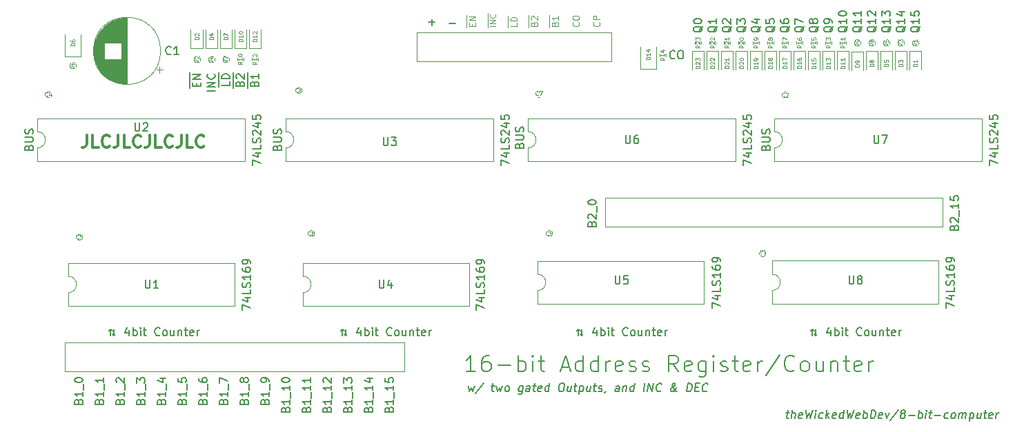
<source format=gbr>
%TF.GenerationSoftware,KiCad,Pcbnew,(5.1.10-1-10_14)*%
%TF.CreationDate,2021-09-30T18:38:52-04:00*%
%TF.ProjectId,address-register,61646472-6573-4732-9d72-656769737465,rev?*%
%TF.SameCoordinates,Original*%
%TF.FileFunction,Legend,Top*%
%TF.FilePolarity,Positive*%
%FSLAX46Y46*%
G04 Gerber Fmt 4.6, Leading zero omitted, Abs format (unit mm)*
G04 Created by KiCad (PCBNEW (5.1.10-1-10_14)) date 2021-09-30 18:38:52*
%MOMM*%
%LPD*%
G01*
G04 APERTURE LIST*
%ADD10C,0.300000*%
%ADD11C,0.150000*%
%ADD12C,0.120000*%
%ADD13C,0.100000*%
%ADD14C,0.080000*%
G04 APERTURE END LIST*
D10*
X140391428Y-185360571D02*
X140391428Y-186432000D01*
X140320000Y-186646285D01*
X140177142Y-186789142D01*
X139962857Y-186860571D01*
X139820000Y-186860571D01*
X141820000Y-186860571D02*
X141105714Y-186860571D01*
X141105714Y-185360571D01*
X143177142Y-186717714D02*
X143105714Y-186789142D01*
X142891428Y-186860571D01*
X142748571Y-186860571D01*
X142534285Y-186789142D01*
X142391428Y-186646285D01*
X142320000Y-186503428D01*
X142248571Y-186217714D01*
X142248571Y-186003428D01*
X142320000Y-185717714D01*
X142391428Y-185574857D01*
X142534285Y-185432000D01*
X142748571Y-185360571D01*
X142891428Y-185360571D01*
X143105714Y-185432000D01*
X143177142Y-185503428D01*
X144248571Y-185360571D02*
X144248571Y-186432000D01*
X144177142Y-186646285D01*
X144034285Y-186789142D01*
X143820000Y-186860571D01*
X143677142Y-186860571D01*
X145677142Y-186860571D02*
X144962857Y-186860571D01*
X144962857Y-185360571D01*
X147034285Y-186717714D02*
X146962857Y-186789142D01*
X146748571Y-186860571D01*
X146605714Y-186860571D01*
X146391428Y-186789142D01*
X146248571Y-186646285D01*
X146177142Y-186503428D01*
X146105714Y-186217714D01*
X146105714Y-186003428D01*
X146177142Y-185717714D01*
X146248571Y-185574857D01*
X146391428Y-185432000D01*
X146605714Y-185360571D01*
X146748571Y-185360571D01*
X146962857Y-185432000D01*
X147034285Y-185503428D01*
X148105714Y-185360571D02*
X148105714Y-186432000D01*
X148034285Y-186646285D01*
X147891428Y-186789142D01*
X147677142Y-186860571D01*
X147534285Y-186860571D01*
X149534285Y-186860571D02*
X148820000Y-186860571D01*
X148820000Y-185360571D01*
X150891428Y-186717714D02*
X150820000Y-186789142D01*
X150605714Y-186860571D01*
X150462857Y-186860571D01*
X150248571Y-186789142D01*
X150105714Y-186646285D01*
X150034285Y-186503428D01*
X149962857Y-186217714D01*
X149962857Y-186003428D01*
X150034285Y-185717714D01*
X150105714Y-185574857D01*
X150248571Y-185432000D01*
X150462857Y-185360571D01*
X150605714Y-185360571D01*
X150820000Y-185432000D01*
X150891428Y-185503428D01*
X151962857Y-185360571D02*
X151962857Y-186432000D01*
X151891428Y-186646285D01*
X151748571Y-186789142D01*
X151534285Y-186860571D01*
X151391428Y-186860571D01*
X153391428Y-186860571D02*
X152677142Y-186860571D01*
X152677142Y-185360571D01*
X154748571Y-186717714D02*
X154677142Y-186789142D01*
X154462857Y-186860571D01*
X154320000Y-186860571D01*
X154105714Y-186789142D01*
X153962857Y-186646285D01*
X153891428Y-186503428D01*
X153820000Y-186217714D01*
X153820000Y-186003428D01*
X153891428Y-185717714D01*
X153962857Y-185574857D01*
X154105714Y-185432000D01*
X154320000Y-185360571D01*
X154462857Y-185360571D01*
X154677142Y-185432000D01*
X154748571Y-185503428D01*
D11*
X226203729Y-219495714D02*
X226584681Y-219495714D01*
X226388252Y-219162380D02*
X226281110Y-220019523D01*
X226316824Y-220114761D01*
X226406110Y-220162380D01*
X226501348Y-220162380D01*
X226834681Y-220162380D02*
X226959681Y-219162380D01*
X227263252Y-220162380D02*
X227328729Y-219638571D01*
X227293014Y-219543333D01*
X227203729Y-219495714D01*
X227060872Y-219495714D01*
X226959681Y-219543333D01*
X226906110Y-219590952D01*
X228126348Y-220114761D02*
X228025157Y-220162380D01*
X227834681Y-220162380D01*
X227745395Y-220114761D01*
X227709681Y-220019523D01*
X227757300Y-219638571D01*
X227816824Y-219543333D01*
X227918014Y-219495714D01*
X228108491Y-219495714D01*
X228197776Y-219543333D01*
X228233491Y-219638571D01*
X228221586Y-219733809D01*
X227733491Y-219829047D01*
X228626348Y-219162380D02*
X228739443Y-220162380D01*
X229019205Y-219448095D01*
X229120395Y-220162380D01*
X229483491Y-219162380D01*
X229739443Y-220162380D02*
X229822776Y-219495714D01*
X229864443Y-219162380D02*
X229810872Y-219210000D01*
X229852538Y-219257619D01*
X229906110Y-219210000D01*
X229864443Y-219162380D01*
X229852538Y-219257619D01*
X230650157Y-220114761D02*
X230548967Y-220162380D01*
X230358491Y-220162380D01*
X230269205Y-220114761D01*
X230227538Y-220067142D01*
X230191824Y-219971904D01*
X230227538Y-219686190D01*
X230287062Y-219590952D01*
X230340633Y-219543333D01*
X230441824Y-219495714D01*
X230632300Y-219495714D01*
X230721586Y-219543333D01*
X231072776Y-220162380D02*
X231197776Y-219162380D01*
X231215633Y-219781428D02*
X231453729Y-220162380D01*
X231537062Y-219495714D02*
X231108491Y-219876666D01*
X232269205Y-220114761D02*
X232168014Y-220162380D01*
X231977538Y-220162380D01*
X231888252Y-220114761D01*
X231852538Y-220019523D01*
X231900157Y-219638571D01*
X231959681Y-219543333D01*
X232060872Y-219495714D01*
X232251348Y-219495714D01*
X232340633Y-219543333D01*
X232376348Y-219638571D01*
X232364443Y-219733809D01*
X231876348Y-219829047D01*
X233168014Y-220162380D02*
X233293014Y-219162380D01*
X233173967Y-220114761D02*
X233072776Y-220162380D01*
X232882300Y-220162380D01*
X232793014Y-220114761D01*
X232751348Y-220067142D01*
X232715633Y-219971904D01*
X232751348Y-219686190D01*
X232810872Y-219590952D01*
X232864443Y-219543333D01*
X232965633Y-219495714D01*
X233156110Y-219495714D01*
X233245395Y-219543333D01*
X233673967Y-219162380D02*
X233787062Y-220162380D01*
X234066824Y-219448095D01*
X234168014Y-220162380D01*
X234531110Y-219162380D01*
X235173967Y-220114761D02*
X235072776Y-220162380D01*
X234882300Y-220162380D01*
X234793014Y-220114761D01*
X234757300Y-220019523D01*
X234804919Y-219638571D01*
X234864443Y-219543333D01*
X234965633Y-219495714D01*
X235156110Y-219495714D01*
X235245395Y-219543333D01*
X235281110Y-219638571D01*
X235269205Y-219733809D01*
X234781110Y-219829047D01*
X235644205Y-220162380D02*
X235769205Y-219162380D01*
X235721586Y-219543333D02*
X235822776Y-219495714D01*
X236013252Y-219495714D01*
X236102538Y-219543333D01*
X236144205Y-219590952D01*
X236179919Y-219686190D01*
X236144205Y-219971904D01*
X236084681Y-220067142D01*
X236031110Y-220114761D01*
X235929919Y-220162380D01*
X235739443Y-220162380D01*
X235650157Y-220114761D01*
X236548967Y-220162380D02*
X236673967Y-219162380D01*
X236912062Y-219162380D01*
X237048967Y-219210000D01*
X237132300Y-219305238D01*
X237168014Y-219400476D01*
X237191824Y-219590952D01*
X237173967Y-219733809D01*
X237102538Y-219924285D01*
X237043014Y-220019523D01*
X236935872Y-220114761D01*
X236787062Y-220162380D01*
X236548967Y-220162380D01*
X237935872Y-220114761D02*
X237834681Y-220162380D01*
X237644205Y-220162380D01*
X237554919Y-220114761D01*
X237519205Y-220019523D01*
X237566824Y-219638571D01*
X237626348Y-219543333D01*
X237727538Y-219495714D01*
X237918014Y-219495714D01*
X238007300Y-219543333D01*
X238043014Y-219638571D01*
X238031110Y-219733809D01*
X237543014Y-219829047D01*
X238394205Y-219495714D02*
X238548967Y-220162380D01*
X238870395Y-219495714D01*
X240013252Y-219114761D02*
X238995395Y-220400476D01*
X240429919Y-219590952D02*
X240340633Y-219543333D01*
X240298967Y-219495714D01*
X240263252Y-219400476D01*
X240269205Y-219352857D01*
X240328729Y-219257619D01*
X240382300Y-219210000D01*
X240483491Y-219162380D01*
X240673967Y-219162380D01*
X240763252Y-219210000D01*
X240804919Y-219257619D01*
X240840633Y-219352857D01*
X240834681Y-219400476D01*
X240775157Y-219495714D01*
X240721586Y-219543333D01*
X240620395Y-219590952D01*
X240429919Y-219590952D01*
X240328729Y-219638571D01*
X240275157Y-219686190D01*
X240215633Y-219781428D01*
X240191824Y-219971904D01*
X240227538Y-220067142D01*
X240269205Y-220114761D01*
X240358491Y-220162380D01*
X240548967Y-220162380D01*
X240650157Y-220114761D01*
X240703729Y-220067142D01*
X240763252Y-219971904D01*
X240787062Y-219781428D01*
X240751348Y-219686190D01*
X240709681Y-219638571D01*
X240620395Y-219590952D01*
X241215633Y-219781428D02*
X241977538Y-219781428D01*
X242406110Y-220162380D02*
X242531110Y-219162380D01*
X242483491Y-219543333D02*
X242584681Y-219495714D01*
X242775157Y-219495714D01*
X242864443Y-219543333D01*
X242906110Y-219590952D01*
X242941824Y-219686190D01*
X242906110Y-219971904D01*
X242846586Y-220067142D01*
X242793014Y-220114761D01*
X242691824Y-220162380D01*
X242501348Y-220162380D01*
X242412062Y-220114761D01*
X243310872Y-220162380D02*
X243394205Y-219495714D01*
X243435872Y-219162380D02*
X243382300Y-219210000D01*
X243423967Y-219257619D01*
X243477538Y-219210000D01*
X243435872Y-219162380D01*
X243423967Y-219257619D01*
X243727538Y-219495714D02*
X244108491Y-219495714D01*
X243912062Y-219162380D02*
X243804919Y-220019523D01*
X243840633Y-220114761D01*
X243929919Y-220162380D01*
X244025157Y-220162380D01*
X244406110Y-219781428D02*
X245168014Y-219781428D01*
X246031110Y-220114761D02*
X245929919Y-220162380D01*
X245739443Y-220162380D01*
X245650157Y-220114761D01*
X245608491Y-220067142D01*
X245572776Y-219971904D01*
X245608491Y-219686190D01*
X245668014Y-219590952D01*
X245721586Y-219543333D01*
X245822776Y-219495714D01*
X246013252Y-219495714D01*
X246102538Y-219543333D01*
X246596586Y-220162380D02*
X246507300Y-220114761D01*
X246465633Y-220067142D01*
X246429919Y-219971904D01*
X246465633Y-219686190D01*
X246525157Y-219590952D01*
X246578729Y-219543333D01*
X246679919Y-219495714D01*
X246822776Y-219495714D01*
X246912062Y-219543333D01*
X246953729Y-219590952D01*
X246989443Y-219686190D01*
X246953729Y-219971904D01*
X246894205Y-220067142D01*
X246840633Y-220114761D01*
X246739443Y-220162380D01*
X246596586Y-220162380D01*
X247358491Y-220162380D02*
X247441824Y-219495714D01*
X247429919Y-219590952D02*
X247483491Y-219543333D01*
X247584681Y-219495714D01*
X247727538Y-219495714D01*
X247816824Y-219543333D01*
X247852538Y-219638571D01*
X247787062Y-220162380D01*
X247852538Y-219638571D02*
X247912062Y-219543333D01*
X248013252Y-219495714D01*
X248156110Y-219495714D01*
X248245395Y-219543333D01*
X248281110Y-219638571D01*
X248215633Y-220162380D01*
X248775157Y-219495714D02*
X248650157Y-220495714D01*
X248769205Y-219543333D02*
X248870395Y-219495714D01*
X249060872Y-219495714D01*
X249150157Y-219543333D01*
X249191824Y-219590952D01*
X249227538Y-219686190D01*
X249191824Y-219971904D01*
X249132300Y-220067142D01*
X249078729Y-220114761D01*
X248977538Y-220162380D01*
X248787062Y-220162380D01*
X248697776Y-220114761D01*
X250108491Y-219495714D02*
X250025157Y-220162380D01*
X249679919Y-219495714D02*
X249614443Y-220019523D01*
X249650157Y-220114761D01*
X249739443Y-220162380D01*
X249882300Y-220162380D01*
X249983491Y-220114761D01*
X250037062Y-220067142D01*
X250441824Y-219495714D02*
X250822776Y-219495714D01*
X250626348Y-219162380D02*
X250519205Y-220019523D01*
X250554919Y-220114761D01*
X250644205Y-220162380D01*
X250739443Y-220162380D01*
X251459681Y-220114761D02*
X251358491Y-220162380D01*
X251168014Y-220162380D01*
X251078729Y-220114761D01*
X251043014Y-220019523D01*
X251090633Y-219638571D01*
X251150157Y-219543333D01*
X251251348Y-219495714D01*
X251441824Y-219495714D01*
X251531110Y-219543333D01*
X251566824Y-219638571D01*
X251554919Y-219733809D01*
X251066824Y-219829047D01*
X251929919Y-220162380D02*
X252013252Y-219495714D01*
X251989443Y-219686190D02*
X252048967Y-219590952D01*
X252102538Y-219543333D01*
X252203729Y-219495714D01*
X252298967Y-219495714D01*
X212532404Y-175871142D02*
X212484785Y-175918761D01*
X212341928Y-175966380D01*
X212246690Y-175966380D01*
X212103833Y-175918761D01*
X212008595Y-175823523D01*
X211960976Y-175728285D01*
X211913357Y-175537809D01*
X211913357Y-175394952D01*
X211960976Y-175204476D01*
X212008595Y-175109238D01*
X212103833Y-175014000D01*
X212246690Y-174966380D01*
X212341928Y-174966380D01*
X212484785Y-175014000D01*
X212532404Y-175061619D01*
X213151452Y-174966380D02*
X213341928Y-174966380D01*
X213437166Y-175014000D01*
X213532404Y-175109238D01*
X213580023Y-175299714D01*
X213580023Y-175633047D01*
X213532404Y-175823523D01*
X213437166Y-175918761D01*
X213341928Y-175966380D01*
X213151452Y-175966380D01*
X213056214Y-175918761D01*
X212960976Y-175823523D01*
X212913357Y-175633047D01*
X212913357Y-175299714D01*
X212960976Y-175109238D01*
X213056214Y-175014000D01*
X213151452Y-174966380D01*
D12*
X204724000Y-172720000D02*
X180848000Y-172720000D01*
X204724000Y-176276000D02*
X204724000Y-172720000D01*
X180848000Y-176276000D02*
X204724000Y-176276000D01*
X180848000Y-172720000D02*
X180848000Y-176276000D01*
D13*
X203231714Y-171499380D02*
X203269809Y-171537476D01*
X203307904Y-171651761D01*
X203307904Y-171727952D01*
X203269809Y-171842238D01*
X203193619Y-171918428D01*
X203117428Y-171956523D01*
X202965047Y-171994619D01*
X202850761Y-171994619D01*
X202698380Y-171956523D01*
X202622190Y-171918428D01*
X202546000Y-171842238D01*
X202507904Y-171727952D01*
X202507904Y-171651761D01*
X202546000Y-171537476D01*
X202584095Y-171499380D01*
X203307904Y-171156523D02*
X202507904Y-171156523D01*
X202507904Y-170851761D01*
X202546000Y-170775571D01*
X202584095Y-170737476D01*
X202660285Y-170699380D01*
X202774571Y-170699380D01*
X202850761Y-170737476D01*
X202888857Y-170775571D01*
X202926952Y-170851761D01*
X202926952Y-171156523D01*
X200691714Y-171499380D02*
X200729809Y-171537476D01*
X200767904Y-171651761D01*
X200767904Y-171727952D01*
X200729809Y-171842238D01*
X200653619Y-171918428D01*
X200577428Y-171956523D01*
X200425047Y-171994619D01*
X200310761Y-171994619D01*
X200158380Y-171956523D01*
X200082190Y-171918428D01*
X200006000Y-171842238D01*
X199967904Y-171727952D01*
X199967904Y-171651761D01*
X200006000Y-171537476D01*
X200044095Y-171499380D01*
X199967904Y-171004142D02*
X199967904Y-170851761D01*
X200006000Y-170775571D01*
X200082190Y-170699380D01*
X200234571Y-170661285D01*
X200501238Y-170661285D01*
X200653619Y-170699380D01*
X200729809Y-170775571D01*
X200767904Y-170851761D01*
X200767904Y-171004142D01*
X200729809Y-171080333D01*
X200653619Y-171156523D01*
X200501238Y-171194619D01*
X200234571Y-171194619D01*
X200082190Y-171156523D01*
X200006000Y-171080333D01*
X199967904Y-171004142D01*
X197160000Y-172147000D02*
X197160000Y-171347000D01*
X197808857Y-171689857D02*
X197846952Y-171575571D01*
X197885047Y-171537476D01*
X197961238Y-171499380D01*
X198075523Y-171499380D01*
X198151714Y-171537476D01*
X198189809Y-171575571D01*
X198227904Y-171651761D01*
X198227904Y-171956523D01*
X197427904Y-171956523D01*
X197427904Y-171689857D01*
X197466000Y-171613666D01*
X197504095Y-171575571D01*
X197580285Y-171537476D01*
X197656476Y-171537476D01*
X197732666Y-171575571D01*
X197770761Y-171613666D01*
X197808857Y-171689857D01*
X197808857Y-171956523D01*
X197160000Y-171347000D02*
X197160000Y-170585095D01*
X198227904Y-170737476D02*
X198227904Y-171194619D01*
X198227904Y-170966047D02*
X197427904Y-170966047D01*
X197542190Y-171042238D01*
X197618380Y-171118428D01*
X197656476Y-171194619D01*
X194620000Y-172147000D02*
X194620000Y-171347000D01*
X195268857Y-171689857D02*
X195306952Y-171575571D01*
X195345047Y-171537476D01*
X195421238Y-171499380D01*
X195535523Y-171499380D01*
X195611714Y-171537476D01*
X195649809Y-171575571D01*
X195687904Y-171651761D01*
X195687904Y-171956523D01*
X194887904Y-171956523D01*
X194887904Y-171689857D01*
X194926000Y-171613666D01*
X194964095Y-171575571D01*
X195040285Y-171537476D01*
X195116476Y-171537476D01*
X195192666Y-171575571D01*
X195230761Y-171613666D01*
X195268857Y-171689857D01*
X195268857Y-171956523D01*
X194620000Y-171347000D02*
X194620000Y-170585095D01*
X194964095Y-171194619D02*
X194926000Y-171156523D01*
X194887904Y-171080333D01*
X194887904Y-170889857D01*
X194926000Y-170813666D01*
X194964095Y-170775571D01*
X195040285Y-170737476D01*
X195116476Y-170737476D01*
X195230761Y-170775571D01*
X195687904Y-171232714D01*
X195687904Y-170737476D01*
X192080000Y-172147000D02*
X192080000Y-171499380D01*
X193147904Y-171575571D02*
X193147904Y-171956523D01*
X192347904Y-171956523D01*
X192080000Y-171499380D02*
X192080000Y-170699380D01*
X193147904Y-171308904D02*
X192347904Y-171308904D01*
X192347904Y-171118428D01*
X192386000Y-171004142D01*
X192462190Y-170927952D01*
X192538380Y-170889857D01*
X192690761Y-170851761D01*
X192805047Y-170851761D01*
X192957428Y-170889857D01*
X193033619Y-170927952D01*
X193109809Y-171004142D01*
X193147904Y-171118428D01*
X193147904Y-171308904D01*
X189612000Y-172147000D02*
X189612000Y-171813666D01*
X190562666Y-171980333D02*
X189862666Y-171980333D01*
X189612000Y-171813666D02*
X189612000Y-171080333D01*
X190562666Y-171647000D02*
X189862666Y-171647000D01*
X190562666Y-171247000D01*
X189862666Y-171247000D01*
X189612000Y-171080333D02*
X189612000Y-170380333D01*
X190496000Y-170513666D02*
X190529333Y-170547000D01*
X190562666Y-170647000D01*
X190562666Y-170713666D01*
X190529333Y-170813666D01*
X190462666Y-170880333D01*
X190396000Y-170913666D01*
X190262666Y-170947000D01*
X190162666Y-170947000D01*
X190029333Y-170913666D01*
X189962666Y-170880333D01*
X189896000Y-170813666D01*
X189862666Y-170713666D01*
X189862666Y-170647000D01*
X189896000Y-170547000D01*
X189929333Y-170513666D01*
X187000000Y-172147000D02*
X187000000Y-171423190D01*
X187648857Y-171956523D02*
X187648857Y-171689857D01*
X188067904Y-171575571D02*
X188067904Y-171956523D01*
X187267904Y-171956523D01*
X187267904Y-171575571D01*
X187000000Y-171423190D02*
X187000000Y-170585095D01*
X188067904Y-171232714D02*
X187267904Y-171232714D01*
X188067904Y-170775571D01*
X187267904Y-170775571D01*
D11*
X185592404Y-171632571D02*
X184830500Y-171632571D01*
X231941619Y-171971738D02*
X231894000Y-172066976D01*
X231798761Y-172162214D01*
X231655904Y-172305071D01*
X231608285Y-172400309D01*
X231608285Y-172495547D01*
X231846380Y-172447928D02*
X231798761Y-172543166D01*
X231703523Y-172638404D01*
X231513047Y-172686023D01*
X231179714Y-172686023D01*
X230989238Y-172638404D01*
X230894000Y-172543166D01*
X230846380Y-172447928D01*
X230846380Y-172257452D01*
X230894000Y-172162214D01*
X230989238Y-172066976D01*
X231179714Y-172019357D01*
X231513047Y-172019357D01*
X231703523Y-172066976D01*
X231798761Y-172162214D01*
X231846380Y-172257452D01*
X231846380Y-172447928D01*
X231846380Y-171543166D02*
X231846380Y-171352690D01*
X231798761Y-171257452D01*
X231751142Y-171209833D01*
X231608285Y-171114595D01*
X231417809Y-171066976D01*
X231036857Y-171066976D01*
X230941619Y-171114595D01*
X230894000Y-171162214D01*
X230846380Y-171257452D01*
X230846380Y-171447928D01*
X230894000Y-171543166D01*
X230941619Y-171590785D01*
X231036857Y-171638404D01*
X231274952Y-171638404D01*
X231370190Y-171590785D01*
X231417809Y-171543166D01*
X231465428Y-171447928D01*
X231465428Y-171257452D01*
X231417809Y-171162214D01*
X231370190Y-171114595D01*
X231274952Y-171066976D01*
X230163619Y-171971738D02*
X230116000Y-172066976D01*
X230020761Y-172162214D01*
X229877904Y-172305071D01*
X229830285Y-172400309D01*
X229830285Y-172495547D01*
X230068380Y-172447928D02*
X230020761Y-172543166D01*
X229925523Y-172638404D01*
X229735047Y-172686023D01*
X229401714Y-172686023D01*
X229211238Y-172638404D01*
X229116000Y-172543166D01*
X229068380Y-172447928D01*
X229068380Y-172257452D01*
X229116000Y-172162214D01*
X229211238Y-172066976D01*
X229401714Y-172019357D01*
X229735047Y-172019357D01*
X229925523Y-172066976D01*
X230020761Y-172162214D01*
X230068380Y-172257452D01*
X230068380Y-172447928D01*
X229496952Y-171447928D02*
X229449333Y-171543166D01*
X229401714Y-171590785D01*
X229306476Y-171638404D01*
X229258857Y-171638404D01*
X229163619Y-171590785D01*
X229116000Y-171543166D01*
X229068380Y-171447928D01*
X229068380Y-171257452D01*
X229116000Y-171162214D01*
X229163619Y-171114595D01*
X229258857Y-171066976D01*
X229306476Y-171066976D01*
X229401714Y-171114595D01*
X229449333Y-171162214D01*
X229496952Y-171257452D01*
X229496952Y-171447928D01*
X229544571Y-171543166D01*
X229592190Y-171590785D01*
X229687428Y-171638404D01*
X229877904Y-171638404D01*
X229973142Y-171590785D01*
X230020761Y-171543166D01*
X230068380Y-171447928D01*
X230068380Y-171257452D01*
X230020761Y-171162214D01*
X229973142Y-171114595D01*
X229877904Y-171066976D01*
X229687428Y-171066976D01*
X229592190Y-171114595D01*
X229544571Y-171162214D01*
X229496952Y-171257452D01*
X228385619Y-171971738D02*
X228338000Y-172066976D01*
X228242761Y-172162214D01*
X228099904Y-172305071D01*
X228052285Y-172400309D01*
X228052285Y-172495547D01*
X228290380Y-172447928D02*
X228242761Y-172543166D01*
X228147523Y-172638404D01*
X227957047Y-172686023D01*
X227623714Y-172686023D01*
X227433238Y-172638404D01*
X227338000Y-172543166D01*
X227290380Y-172447928D01*
X227290380Y-172257452D01*
X227338000Y-172162214D01*
X227433238Y-172066976D01*
X227623714Y-172019357D01*
X227957047Y-172019357D01*
X228147523Y-172066976D01*
X228242761Y-172162214D01*
X228290380Y-172257452D01*
X228290380Y-172447928D01*
X227290380Y-171686023D02*
X227290380Y-171019357D01*
X228290380Y-171447928D01*
X226607619Y-171971738D02*
X226560000Y-172066976D01*
X226464761Y-172162214D01*
X226321904Y-172305071D01*
X226274285Y-172400309D01*
X226274285Y-172495547D01*
X226512380Y-172447928D02*
X226464761Y-172543166D01*
X226369523Y-172638404D01*
X226179047Y-172686023D01*
X225845714Y-172686023D01*
X225655238Y-172638404D01*
X225560000Y-172543166D01*
X225512380Y-172447928D01*
X225512380Y-172257452D01*
X225560000Y-172162214D01*
X225655238Y-172066976D01*
X225845714Y-172019357D01*
X226179047Y-172019357D01*
X226369523Y-172066976D01*
X226464761Y-172162214D01*
X226512380Y-172257452D01*
X226512380Y-172447928D01*
X225512380Y-171162214D02*
X225512380Y-171352690D01*
X225560000Y-171447928D01*
X225607619Y-171495547D01*
X225750476Y-171590785D01*
X225940952Y-171638404D01*
X226321904Y-171638404D01*
X226417142Y-171590785D01*
X226464761Y-171543166D01*
X226512380Y-171447928D01*
X226512380Y-171257452D01*
X226464761Y-171162214D01*
X226417142Y-171114595D01*
X226321904Y-171066976D01*
X226083809Y-171066976D01*
X225988571Y-171114595D01*
X225940952Y-171162214D01*
X225893333Y-171257452D01*
X225893333Y-171447928D01*
X225940952Y-171543166D01*
X225988571Y-171590785D01*
X226083809Y-171638404D01*
X242609619Y-171971738D02*
X242562000Y-172066976D01*
X242466761Y-172162214D01*
X242323904Y-172305071D01*
X242276285Y-172400309D01*
X242276285Y-172495547D01*
X242514380Y-172447928D02*
X242466761Y-172543166D01*
X242371523Y-172638404D01*
X242181047Y-172686023D01*
X241847714Y-172686023D01*
X241657238Y-172638404D01*
X241562000Y-172543166D01*
X241514380Y-172447928D01*
X241514380Y-172257452D01*
X241562000Y-172162214D01*
X241657238Y-172066976D01*
X241847714Y-172019357D01*
X242181047Y-172019357D01*
X242371523Y-172066976D01*
X242466761Y-172162214D01*
X242514380Y-172257452D01*
X242514380Y-172447928D01*
X242514380Y-171066976D02*
X242514380Y-171638404D01*
X242514380Y-171352690D02*
X241514380Y-171352690D01*
X241657238Y-171447928D01*
X241752476Y-171543166D01*
X241800095Y-171638404D01*
X241514380Y-170162214D02*
X241514380Y-170638404D01*
X241990571Y-170686023D01*
X241942952Y-170638404D01*
X241895333Y-170543166D01*
X241895333Y-170305071D01*
X241942952Y-170209833D01*
X241990571Y-170162214D01*
X242085809Y-170114595D01*
X242323904Y-170114595D01*
X242419142Y-170162214D01*
X242466761Y-170209833D01*
X242514380Y-170305071D01*
X242514380Y-170543166D01*
X242466761Y-170638404D01*
X242419142Y-170686023D01*
X215939619Y-171971738D02*
X215892000Y-172066976D01*
X215796761Y-172162214D01*
X215653904Y-172305071D01*
X215606285Y-172400309D01*
X215606285Y-172495547D01*
X215844380Y-172447928D02*
X215796761Y-172543166D01*
X215701523Y-172638404D01*
X215511047Y-172686023D01*
X215177714Y-172686023D01*
X214987238Y-172638404D01*
X214892000Y-172543166D01*
X214844380Y-172447928D01*
X214844380Y-172257452D01*
X214892000Y-172162214D01*
X214987238Y-172066976D01*
X215177714Y-172019357D01*
X215511047Y-172019357D01*
X215701523Y-172066976D01*
X215796761Y-172162214D01*
X215844380Y-172257452D01*
X215844380Y-172447928D01*
X214844380Y-171400309D02*
X214844380Y-171305071D01*
X214892000Y-171209833D01*
X214939619Y-171162214D01*
X215034857Y-171114595D01*
X215225333Y-171066976D01*
X215463428Y-171066976D01*
X215653904Y-171114595D01*
X215749142Y-171162214D01*
X215796761Y-171209833D01*
X215844380Y-171305071D01*
X215844380Y-171400309D01*
X215796761Y-171495547D01*
X215749142Y-171543166D01*
X215653904Y-171590785D01*
X215463428Y-171638404D01*
X215225333Y-171638404D01*
X215034857Y-171590785D01*
X214939619Y-171543166D01*
X214892000Y-171495547D01*
X214844380Y-171400309D01*
X240831619Y-171971738D02*
X240784000Y-172066976D01*
X240688761Y-172162214D01*
X240545904Y-172305071D01*
X240498285Y-172400309D01*
X240498285Y-172495547D01*
X240736380Y-172447928D02*
X240688761Y-172543166D01*
X240593523Y-172638404D01*
X240403047Y-172686023D01*
X240069714Y-172686023D01*
X239879238Y-172638404D01*
X239784000Y-172543166D01*
X239736380Y-172447928D01*
X239736380Y-172257452D01*
X239784000Y-172162214D01*
X239879238Y-172066976D01*
X240069714Y-172019357D01*
X240403047Y-172019357D01*
X240593523Y-172066976D01*
X240688761Y-172162214D01*
X240736380Y-172257452D01*
X240736380Y-172447928D01*
X240736380Y-171066976D02*
X240736380Y-171638404D01*
X240736380Y-171352690D02*
X239736380Y-171352690D01*
X239879238Y-171447928D01*
X239974476Y-171543166D01*
X240022095Y-171638404D01*
X240069714Y-170209833D02*
X240736380Y-170209833D01*
X239688761Y-170447928D02*
X240403047Y-170686023D01*
X240403047Y-170066976D01*
X239053619Y-171971738D02*
X239006000Y-172066976D01*
X238910761Y-172162214D01*
X238767904Y-172305071D01*
X238720285Y-172400309D01*
X238720285Y-172495547D01*
X238958380Y-172447928D02*
X238910761Y-172543166D01*
X238815523Y-172638404D01*
X238625047Y-172686023D01*
X238291714Y-172686023D01*
X238101238Y-172638404D01*
X238006000Y-172543166D01*
X237958380Y-172447928D01*
X237958380Y-172257452D01*
X238006000Y-172162214D01*
X238101238Y-172066976D01*
X238291714Y-172019357D01*
X238625047Y-172019357D01*
X238815523Y-172066976D01*
X238910761Y-172162214D01*
X238958380Y-172257452D01*
X238958380Y-172447928D01*
X238958380Y-171066976D02*
X238958380Y-171638404D01*
X238958380Y-171352690D02*
X237958380Y-171352690D01*
X238101238Y-171447928D01*
X238196476Y-171543166D01*
X238244095Y-171638404D01*
X237958380Y-170733642D02*
X237958380Y-170114595D01*
X238339333Y-170447928D01*
X238339333Y-170305071D01*
X238386952Y-170209833D01*
X238434571Y-170162214D01*
X238529809Y-170114595D01*
X238767904Y-170114595D01*
X238863142Y-170162214D01*
X238910761Y-170209833D01*
X238958380Y-170305071D01*
X238958380Y-170590785D01*
X238910761Y-170686023D01*
X238863142Y-170733642D01*
X237275619Y-171971738D02*
X237228000Y-172066976D01*
X237132761Y-172162214D01*
X236989904Y-172305071D01*
X236942285Y-172400309D01*
X236942285Y-172495547D01*
X237180380Y-172447928D02*
X237132761Y-172543166D01*
X237037523Y-172638404D01*
X236847047Y-172686023D01*
X236513714Y-172686023D01*
X236323238Y-172638404D01*
X236228000Y-172543166D01*
X236180380Y-172447928D01*
X236180380Y-172257452D01*
X236228000Y-172162214D01*
X236323238Y-172066976D01*
X236513714Y-172019357D01*
X236847047Y-172019357D01*
X237037523Y-172066976D01*
X237132761Y-172162214D01*
X237180380Y-172257452D01*
X237180380Y-172447928D01*
X237180380Y-171066976D02*
X237180380Y-171638404D01*
X237180380Y-171352690D02*
X236180380Y-171352690D01*
X236323238Y-171447928D01*
X236418476Y-171543166D01*
X236466095Y-171638404D01*
X236275619Y-170686023D02*
X236228000Y-170638404D01*
X236180380Y-170543166D01*
X236180380Y-170305071D01*
X236228000Y-170209833D01*
X236275619Y-170162214D01*
X236370857Y-170114595D01*
X236466095Y-170114595D01*
X236608952Y-170162214D01*
X237180380Y-170733642D01*
X237180380Y-170114595D01*
X235497619Y-171971738D02*
X235450000Y-172066976D01*
X235354761Y-172162214D01*
X235211904Y-172305071D01*
X235164285Y-172400309D01*
X235164285Y-172495547D01*
X235402380Y-172447928D02*
X235354761Y-172543166D01*
X235259523Y-172638404D01*
X235069047Y-172686023D01*
X234735714Y-172686023D01*
X234545238Y-172638404D01*
X234450000Y-172543166D01*
X234402380Y-172447928D01*
X234402380Y-172257452D01*
X234450000Y-172162214D01*
X234545238Y-172066976D01*
X234735714Y-172019357D01*
X235069047Y-172019357D01*
X235259523Y-172066976D01*
X235354761Y-172162214D01*
X235402380Y-172257452D01*
X235402380Y-172447928D01*
X235402380Y-171066976D02*
X235402380Y-171638404D01*
X235402380Y-171352690D02*
X234402380Y-171352690D01*
X234545238Y-171447928D01*
X234640476Y-171543166D01*
X234688095Y-171638404D01*
X235402380Y-170114595D02*
X235402380Y-170686023D01*
X235402380Y-170400309D02*
X234402380Y-170400309D01*
X234545238Y-170495547D01*
X234640476Y-170590785D01*
X234688095Y-170686023D01*
X233719619Y-171971738D02*
X233672000Y-172066976D01*
X233576761Y-172162214D01*
X233433904Y-172305071D01*
X233386285Y-172400309D01*
X233386285Y-172495547D01*
X233624380Y-172447928D02*
X233576761Y-172543166D01*
X233481523Y-172638404D01*
X233291047Y-172686023D01*
X232957714Y-172686023D01*
X232767238Y-172638404D01*
X232672000Y-172543166D01*
X232624380Y-172447928D01*
X232624380Y-172257452D01*
X232672000Y-172162214D01*
X232767238Y-172066976D01*
X232957714Y-172019357D01*
X233291047Y-172019357D01*
X233481523Y-172066976D01*
X233576761Y-172162214D01*
X233624380Y-172257452D01*
X233624380Y-172447928D01*
X233624380Y-171066976D02*
X233624380Y-171638404D01*
X233624380Y-171352690D02*
X232624380Y-171352690D01*
X232767238Y-171447928D01*
X232862476Y-171543166D01*
X232910095Y-171638404D01*
X232624380Y-170447928D02*
X232624380Y-170352690D01*
X232672000Y-170257452D01*
X232719619Y-170209833D01*
X232814857Y-170162214D01*
X233005333Y-170114595D01*
X233243428Y-170114595D01*
X233433904Y-170162214D01*
X233529142Y-170209833D01*
X233576761Y-170257452D01*
X233624380Y-170352690D01*
X233624380Y-170447928D01*
X233576761Y-170543166D01*
X233529142Y-170590785D01*
X233433904Y-170638404D01*
X233243428Y-170686023D01*
X233005333Y-170686023D01*
X232814857Y-170638404D01*
X232719619Y-170590785D01*
X232672000Y-170543166D01*
X232624380Y-170447928D01*
X182697428Y-171876404D02*
X182697428Y-171114500D01*
X183078380Y-171495452D02*
X182316476Y-171495452D01*
X224829619Y-171971738D02*
X224782000Y-172066976D01*
X224686761Y-172162214D01*
X224543904Y-172305071D01*
X224496285Y-172400309D01*
X224496285Y-172495547D01*
X224734380Y-172447928D02*
X224686761Y-172543166D01*
X224591523Y-172638404D01*
X224401047Y-172686023D01*
X224067714Y-172686023D01*
X223877238Y-172638404D01*
X223782000Y-172543166D01*
X223734380Y-172447928D01*
X223734380Y-172257452D01*
X223782000Y-172162214D01*
X223877238Y-172066976D01*
X224067714Y-172019357D01*
X224401047Y-172019357D01*
X224591523Y-172066976D01*
X224686761Y-172162214D01*
X224734380Y-172257452D01*
X224734380Y-172447928D01*
X223734380Y-171114595D02*
X223734380Y-171590785D01*
X224210571Y-171638404D01*
X224162952Y-171590785D01*
X224115333Y-171495547D01*
X224115333Y-171257452D01*
X224162952Y-171162214D01*
X224210571Y-171114595D01*
X224305809Y-171066976D01*
X224543904Y-171066976D01*
X224639142Y-171114595D01*
X224686761Y-171162214D01*
X224734380Y-171257452D01*
X224734380Y-171495547D01*
X224686761Y-171590785D01*
X224639142Y-171638404D01*
X223051619Y-171971738D02*
X223004000Y-172066976D01*
X222908761Y-172162214D01*
X222765904Y-172305071D01*
X222718285Y-172400309D01*
X222718285Y-172495547D01*
X222956380Y-172447928D02*
X222908761Y-172543166D01*
X222813523Y-172638404D01*
X222623047Y-172686023D01*
X222289714Y-172686023D01*
X222099238Y-172638404D01*
X222004000Y-172543166D01*
X221956380Y-172447928D01*
X221956380Y-172257452D01*
X222004000Y-172162214D01*
X222099238Y-172066976D01*
X222289714Y-172019357D01*
X222623047Y-172019357D01*
X222813523Y-172066976D01*
X222908761Y-172162214D01*
X222956380Y-172257452D01*
X222956380Y-172447928D01*
X222289714Y-171162214D02*
X222956380Y-171162214D01*
X221908761Y-171400309D02*
X222623047Y-171638404D01*
X222623047Y-171019357D01*
X221273619Y-171971738D02*
X221226000Y-172066976D01*
X221130761Y-172162214D01*
X220987904Y-172305071D01*
X220940285Y-172400309D01*
X220940285Y-172495547D01*
X221178380Y-172447928D02*
X221130761Y-172543166D01*
X221035523Y-172638404D01*
X220845047Y-172686023D01*
X220511714Y-172686023D01*
X220321238Y-172638404D01*
X220226000Y-172543166D01*
X220178380Y-172447928D01*
X220178380Y-172257452D01*
X220226000Y-172162214D01*
X220321238Y-172066976D01*
X220511714Y-172019357D01*
X220845047Y-172019357D01*
X221035523Y-172066976D01*
X221130761Y-172162214D01*
X221178380Y-172257452D01*
X221178380Y-172447928D01*
X220178380Y-171686023D02*
X220178380Y-171066976D01*
X220559333Y-171400309D01*
X220559333Y-171257452D01*
X220606952Y-171162214D01*
X220654571Y-171114595D01*
X220749809Y-171066976D01*
X220987904Y-171066976D01*
X221083142Y-171114595D01*
X221130761Y-171162214D01*
X221178380Y-171257452D01*
X221178380Y-171543166D01*
X221130761Y-171638404D01*
X221083142Y-171686023D01*
X219495619Y-171971738D02*
X219448000Y-172066976D01*
X219352761Y-172162214D01*
X219209904Y-172305071D01*
X219162285Y-172400309D01*
X219162285Y-172495547D01*
X219400380Y-172447928D02*
X219352761Y-172543166D01*
X219257523Y-172638404D01*
X219067047Y-172686023D01*
X218733714Y-172686023D01*
X218543238Y-172638404D01*
X218448000Y-172543166D01*
X218400380Y-172447928D01*
X218400380Y-172257452D01*
X218448000Y-172162214D01*
X218543238Y-172066976D01*
X218733714Y-172019357D01*
X219067047Y-172019357D01*
X219257523Y-172066976D01*
X219352761Y-172162214D01*
X219400380Y-172257452D01*
X219400380Y-172447928D01*
X218495619Y-171638404D02*
X218448000Y-171590785D01*
X218400380Y-171495547D01*
X218400380Y-171257452D01*
X218448000Y-171162214D01*
X218495619Y-171114595D01*
X218590857Y-171066976D01*
X218686095Y-171066976D01*
X218828952Y-171114595D01*
X219400380Y-171686023D01*
X219400380Y-171066976D01*
X217717619Y-171971738D02*
X217670000Y-172066976D01*
X217574761Y-172162214D01*
X217431904Y-172305071D01*
X217384285Y-172400309D01*
X217384285Y-172495547D01*
X217622380Y-172447928D02*
X217574761Y-172543166D01*
X217479523Y-172638404D01*
X217289047Y-172686023D01*
X216955714Y-172686023D01*
X216765238Y-172638404D01*
X216670000Y-172543166D01*
X216622380Y-172447928D01*
X216622380Y-172257452D01*
X216670000Y-172162214D01*
X216765238Y-172066976D01*
X216955714Y-172019357D01*
X217289047Y-172019357D01*
X217479523Y-172066976D01*
X217574761Y-172162214D01*
X217622380Y-172257452D01*
X217622380Y-172447928D01*
X217622380Y-171066976D02*
X217622380Y-171638404D01*
X217622380Y-171352690D02*
X216622380Y-171352690D01*
X216765238Y-171447928D01*
X216860476Y-171543166D01*
X216908095Y-171638404D01*
D12*
X137668000Y-210820000D02*
X179324000Y-210820000D01*
X137668000Y-214376000D02*
X137668000Y-210820000D01*
X179324000Y-214376000D02*
X137668000Y-214376000D01*
X179324000Y-210820000D02*
X179324000Y-214376000D01*
X203962000Y-193040000D02*
X245364000Y-193040000D01*
X203962000Y-196596000D02*
X203962000Y-193040000D01*
X245364000Y-196596000D02*
X203962000Y-196596000D01*
X245364000Y-193040000D02*
X245364000Y-196596000D01*
D11*
X246816571Y-196677119D02*
X246864190Y-196534261D01*
X246911809Y-196486642D01*
X247007047Y-196439023D01*
X247149904Y-196439023D01*
X247245142Y-196486642D01*
X247292761Y-196534261D01*
X247340380Y-196629500D01*
X247340380Y-197010452D01*
X246340380Y-197010452D01*
X246340380Y-196677119D01*
X246388000Y-196581880D01*
X246435619Y-196534261D01*
X246530857Y-196486642D01*
X246626095Y-196486642D01*
X246721333Y-196534261D01*
X246768952Y-196581880D01*
X246816571Y-196677119D01*
X246816571Y-197010452D01*
X246435619Y-196058071D02*
X246388000Y-196010452D01*
X246340380Y-195915214D01*
X246340380Y-195677119D01*
X246388000Y-195581880D01*
X246435619Y-195534261D01*
X246530857Y-195486642D01*
X246626095Y-195486642D01*
X246768952Y-195534261D01*
X247340380Y-196105690D01*
X247340380Y-195486642D01*
X247435619Y-195296166D02*
X247435619Y-194534261D01*
X247340380Y-193772357D02*
X247340380Y-194343785D01*
X247340380Y-194058071D02*
X246340380Y-194058071D01*
X246483238Y-194153309D01*
X246578476Y-194248547D01*
X246626095Y-194343785D01*
X246340380Y-192867595D02*
X246340380Y-193343785D01*
X246816571Y-193391404D01*
X246768952Y-193343785D01*
X246721333Y-193248547D01*
X246721333Y-193010452D01*
X246768952Y-192915214D01*
X246816571Y-192867595D01*
X246911809Y-192819976D01*
X247149904Y-192819976D01*
X247245142Y-192867595D01*
X247292761Y-192915214D01*
X247340380Y-193010452D01*
X247340380Y-193248547D01*
X247292761Y-193343785D01*
X247245142Y-193391404D01*
X202366571Y-196232738D02*
X202414190Y-196089880D01*
X202461809Y-196042261D01*
X202557047Y-195994642D01*
X202699904Y-195994642D01*
X202795142Y-196042261D01*
X202842761Y-196089880D01*
X202890380Y-196185119D01*
X202890380Y-196566071D01*
X201890380Y-196566071D01*
X201890380Y-196232738D01*
X201938000Y-196137500D01*
X201985619Y-196089880D01*
X202080857Y-196042261D01*
X202176095Y-196042261D01*
X202271333Y-196089880D01*
X202318952Y-196137500D01*
X202366571Y-196232738D01*
X202366571Y-196566071D01*
X201985619Y-195613690D02*
X201938000Y-195566071D01*
X201890380Y-195470833D01*
X201890380Y-195232738D01*
X201938000Y-195137500D01*
X201985619Y-195089880D01*
X202080857Y-195042261D01*
X202176095Y-195042261D01*
X202318952Y-195089880D01*
X202890380Y-195661309D01*
X202890380Y-195042261D01*
X202985619Y-194851785D02*
X202985619Y-194089880D01*
X201890380Y-193661309D02*
X201890380Y-193566071D01*
X201938000Y-193470833D01*
X201985619Y-193423214D01*
X202080857Y-193375595D01*
X202271333Y-193327976D01*
X202509428Y-193327976D01*
X202699904Y-193375595D01*
X202795142Y-193423214D01*
X202842761Y-193470833D01*
X202890380Y-193566071D01*
X202890380Y-193661309D01*
X202842761Y-193756547D01*
X202795142Y-193804166D01*
X202699904Y-193851785D01*
X202509428Y-193899404D01*
X202271333Y-193899404D01*
X202080857Y-193851785D01*
X201985619Y-193804166D01*
X201938000Y-193756547D01*
X201890380Y-193661309D01*
X177474571Y-219029119D02*
X177522190Y-218886261D01*
X177569809Y-218838642D01*
X177665047Y-218791023D01*
X177807904Y-218791023D01*
X177903142Y-218838642D01*
X177950761Y-218886261D01*
X177998380Y-218981500D01*
X177998380Y-219362452D01*
X176998380Y-219362452D01*
X176998380Y-219029119D01*
X177046000Y-218933880D01*
X177093619Y-218886261D01*
X177188857Y-218838642D01*
X177284095Y-218838642D01*
X177379333Y-218886261D01*
X177426952Y-218933880D01*
X177474571Y-219029119D01*
X177474571Y-219362452D01*
X177998380Y-217838642D02*
X177998380Y-218410071D01*
X177998380Y-218124357D02*
X176998380Y-218124357D01*
X177141238Y-218219595D01*
X177236476Y-218314833D01*
X177284095Y-218410071D01*
X178093619Y-217648166D02*
X178093619Y-216886261D01*
X177998380Y-216124357D02*
X177998380Y-216695785D01*
X177998380Y-216410071D02*
X176998380Y-216410071D01*
X177141238Y-216505309D01*
X177236476Y-216600547D01*
X177284095Y-216695785D01*
X176998380Y-215219595D02*
X176998380Y-215695785D01*
X177474571Y-215743404D01*
X177426952Y-215695785D01*
X177379333Y-215600547D01*
X177379333Y-215362452D01*
X177426952Y-215267214D01*
X177474571Y-215219595D01*
X177569809Y-215171976D01*
X177807904Y-215171976D01*
X177903142Y-215219595D01*
X177950761Y-215267214D01*
X177998380Y-215362452D01*
X177998380Y-215600547D01*
X177950761Y-215695785D01*
X177903142Y-215743404D01*
X174934571Y-219029119D02*
X174982190Y-218886261D01*
X175029809Y-218838642D01*
X175125047Y-218791023D01*
X175267904Y-218791023D01*
X175363142Y-218838642D01*
X175410761Y-218886261D01*
X175458380Y-218981500D01*
X175458380Y-219362452D01*
X174458380Y-219362452D01*
X174458380Y-219029119D01*
X174506000Y-218933880D01*
X174553619Y-218886261D01*
X174648857Y-218838642D01*
X174744095Y-218838642D01*
X174839333Y-218886261D01*
X174886952Y-218933880D01*
X174934571Y-219029119D01*
X174934571Y-219362452D01*
X175458380Y-217838642D02*
X175458380Y-218410071D01*
X175458380Y-218124357D02*
X174458380Y-218124357D01*
X174601238Y-218219595D01*
X174696476Y-218314833D01*
X174744095Y-218410071D01*
X175553619Y-217648166D02*
X175553619Y-216886261D01*
X175458380Y-216124357D02*
X175458380Y-216695785D01*
X175458380Y-216410071D02*
X174458380Y-216410071D01*
X174601238Y-216505309D01*
X174696476Y-216600547D01*
X174744095Y-216695785D01*
X174791714Y-215267214D02*
X175458380Y-215267214D01*
X174410761Y-215505309D02*
X175125047Y-215743404D01*
X175125047Y-215124357D01*
X172394571Y-219029119D02*
X172442190Y-218886261D01*
X172489809Y-218838642D01*
X172585047Y-218791023D01*
X172727904Y-218791023D01*
X172823142Y-218838642D01*
X172870761Y-218886261D01*
X172918380Y-218981500D01*
X172918380Y-219362452D01*
X171918380Y-219362452D01*
X171918380Y-219029119D01*
X171966000Y-218933880D01*
X172013619Y-218886261D01*
X172108857Y-218838642D01*
X172204095Y-218838642D01*
X172299333Y-218886261D01*
X172346952Y-218933880D01*
X172394571Y-219029119D01*
X172394571Y-219362452D01*
X172918380Y-217838642D02*
X172918380Y-218410071D01*
X172918380Y-218124357D02*
X171918380Y-218124357D01*
X172061238Y-218219595D01*
X172156476Y-218314833D01*
X172204095Y-218410071D01*
X173013619Y-217648166D02*
X173013619Y-216886261D01*
X172918380Y-216124357D02*
X172918380Y-216695785D01*
X172918380Y-216410071D02*
X171918380Y-216410071D01*
X172061238Y-216505309D01*
X172156476Y-216600547D01*
X172204095Y-216695785D01*
X171918380Y-215791023D02*
X171918380Y-215171976D01*
X172299333Y-215505309D01*
X172299333Y-215362452D01*
X172346952Y-215267214D01*
X172394571Y-215219595D01*
X172489809Y-215171976D01*
X172727904Y-215171976D01*
X172823142Y-215219595D01*
X172870761Y-215267214D01*
X172918380Y-215362452D01*
X172918380Y-215648166D01*
X172870761Y-215743404D01*
X172823142Y-215791023D01*
X169854571Y-219029119D02*
X169902190Y-218886261D01*
X169949809Y-218838642D01*
X170045047Y-218791023D01*
X170187904Y-218791023D01*
X170283142Y-218838642D01*
X170330761Y-218886261D01*
X170378380Y-218981500D01*
X170378380Y-219362452D01*
X169378380Y-219362452D01*
X169378380Y-219029119D01*
X169426000Y-218933880D01*
X169473619Y-218886261D01*
X169568857Y-218838642D01*
X169664095Y-218838642D01*
X169759333Y-218886261D01*
X169806952Y-218933880D01*
X169854571Y-219029119D01*
X169854571Y-219362452D01*
X170378380Y-217838642D02*
X170378380Y-218410071D01*
X170378380Y-218124357D02*
X169378380Y-218124357D01*
X169521238Y-218219595D01*
X169616476Y-218314833D01*
X169664095Y-218410071D01*
X170473619Y-217648166D02*
X170473619Y-216886261D01*
X170378380Y-216124357D02*
X170378380Y-216695785D01*
X170378380Y-216410071D02*
X169378380Y-216410071D01*
X169521238Y-216505309D01*
X169616476Y-216600547D01*
X169664095Y-216695785D01*
X169473619Y-215743404D02*
X169426000Y-215695785D01*
X169378380Y-215600547D01*
X169378380Y-215362452D01*
X169426000Y-215267214D01*
X169473619Y-215219595D01*
X169568857Y-215171976D01*
X169664095Y-215171976D01*
X169806952Y-215219595D01*
X170378380Y-215791023D01*
X170378380Y-215171976D01*
X167314571Y-219029119D02*
X167362190Y-218886261D01*
X167409809Y-218838642D01*
X167505047Y-218791023D01*
X167647904Y-218791023D01*
X167743142Y-218838642D01*
X167790761Y-218886261D01*
X167838380Y-218981500D01*
X167838380Y-219362452D01*
X166838380Y-219362452D01*
X166838380Y-219029119D01*
X166886000Y-218933880D01*
X166933619Y-218886261D01*
X167028857Y-218838642D01*
X167124095Y-218838642D01*
X167219333Y-218886261D01*
X167266952Y-218933880D01*
X167314571Y-219029119D01*
X167314571Y-219362452D01*
X167838380Y-217838642D02*
X167838380Y-218410071D01*
X167838380Y-218124357D02*
X166838380Y-218124357D01*
X166981238Y-218219595D01*
X167076476Y-218314833D01*
X167124095Y-218410071D01*
X167933619Y-217648166D02*
X167933619Y-216886261D01*
X167838380Y-216124357D02*
X167838380Y-216695785D01*
X167838380Y-216410071D02*
X166838380Y-216410071D01*
X166981238Y-216505309D01*
X167076476Y-216600547D01*
X167124095Y-216695785D01*
X167838380Y-215171976D02*
X167838380Y-215743404D01*
X167838380Y-215457690D02*
X166838380Y-215457690D01*
X166981238Y-215552928D01*
X167076476Y-215648166D01*
X167124095Y-215743404D01*
X164774571Y-219029119D02*
X164822190Y-218886261D01*
X164869809Y-218838642D01*
X164965047Y-218791023D01*
X165107904Y-218791023D01*
X165203142Y-218838642D01*
X165250761Y-218886261D01*
X165298380Y-218981500D01*
X165298380Y-219362452D01*
X164298380Y-219362452D01*
X164298380Y-219029119D01*
X164346000Y-218933880D01*
X164393619Y-218886261D01*
X164488857Y-218838642D01*
X164584095Y-218838642D01*
X164679333Y-218886261D01*
X164726952Y-218933880D01*
X164774571Y-219029119D01*
X164774571Y-219362452D01*
X165298380Y-217838642D02*
X165298380Y-218410071D01*
X165298380Y-218124357D02*
X164298380Y-218124357D01*
X164441238Y-218219595D01*
X164536476Y-218314833D01*
X164584095Y-218410071D01*
X165393619Y-217648166D02*
X165393619Y-216886261D01*
X165298380Y-216124357D02*
X165298380Y-216695785D01*
X165298380Y-216410071D02*
X164298380Y-216410071D01*
X164441238Y-216505309D01*
X164536476Y-216600547D01*
X164584095Y-216695785D01*
X164298380Y-215505309D02*
X164298380Y-215410071D01*
X164346000Y-215314833D01*
X164393619Y-215267214D01*
X164488857Y-215219595D01*
X164679333Y-215171976D01*
X164917428Y-215171976D01*
X165107904Y-215219595D01*
X165203142Y-215267214D01*
X165250761Y-215314833D01*
X165298380Y-215410071D01*
X165298380Y-215505309D01*
X165250761Y-215600547D01*
X165203142Y-215648166D01*
X165107904Y-215695785D01*
X164917428Y-215743404D01*
X164679333Y-215743404D01*
X164488857Y-215695785D01*
X164393619Y-215648166D01*
X164346000Y-215600547D01*
X164298380Y-215505309D01*
X162234571Y-218076738D02*
X162282190Y-217933880D01*
X162329809Y-217886261D01*
X162425047Y-217838642D01*
X162567904Y-217838642D01*
X162663142Y-217886261D01*
X162710761Y-217933880D01*
X162758380Y-218029119D01*
X162758380Y-218410071D01*
X161758380Y-218410071D01*
X161758380Y-218076738D01*
X161806000Y-217981500D01*
X161853619Y-217933880D01*
X161948857Y-217886261D01*
X162044095Y-217886261D01*
X162139333Y-217933880D01*
X162186952Y-217981500D01*
X162234571Y-218076738D01*
X162234571Y-218410071D01*
X162758380Y-216886261D02*
X162758380Y-217457690D01*
X162758380Y-217171976D02*
X161758380Y-217171976D01*
X161901238Y-217267214D01*
X161996476Y-217362452D01*
X162044095Y-217457690D01*
X162853619Y-216695785D02*
X162853619Y-215933880D01*
X162758380Y-215648166D02*
X162758380Y-215457690D01*
X162710761Y-215362452D01*
X162663142Y-215314833D01*
X162520285Y-215219595D01*
X162329809Y-215171976D01*
X161948857Y-215171976D01*
X161853619Y-215219595D01*
X161806000Y-215267214D01*
X161758380Y-215362452D01*
X161758380Y-215552928D01*
X161806000Y-215648166D01*
X161853619Y-215695785D01*
X161948857Y-215743404D01*
X162186952Y-215743404D01*
X162282190Y-215695785D01*
X162329809Y-215648166D01*
X162377428Y-215552928D01*
X162377428Y-215362452D01*
X162329809Y-215267214D01*
X162282190Y-215219595D01*
X162186952Y-215171976D01*
X159694571Y-218076738D02*
X159742190Y-217933880D01*
X159789809Y-217886261D01*
X159885047Y-217838642D01*
X160027904Y-217838642D01*
X160123142Y-217886261D01*
X160170761Y-217933880D01*
X160218380Y-218029119D01*
X160218380Y-218410071D01*
X159218380Y-218410071D01*
X159218380Y-218076738D01*
X159266000Y-217981500D01*
X159313619Y-217933880D01*
X159408857Y-217886261D01*
X159504095Y-217886261D01*
X159599333Y-217933880D01*
X159646952Y-217981500D01*
X159694571Y-218076738D01*
X159694571Y-218410071D01*
X160218380Y-216886261D02*
X160218380Y-217457690D01*
X160218380Y-217171976D02*
X159218380Y-217171976D01*
X159361238Y-217267214D01*
X159456476Y-217362452D01*
X159504095Y-217457690D01*
X160313619Y-216695785D02*
X160313619Y-215933880D01*
X159646952Y-215552928D02*
X159599333Y-215648166D01*
X159551714Y-215695785D01*
X159456476Y-215743404D01*
X159408857Y-215743404D01*
X159313619Y-215695785D01*
X159266000Y-215648166D01*
X159218380Y-215552928D01*
X159218380Y-215362452D01*
X159266000Y-215267214D01*
X159313619Y-215219595D01*
X159408857Y-215171976D01*
X159456476Y-215171976D01*
X159551714Y-215219595D01*
X159599333Y-215267214D01*
X159646952Y-215362452D01*
X159646952Y-215552928D01*
X159694571Y-215648166D01*
X159742190Y-215695785D01*
X159837428Y-215743404D01*
X160027904Y-215743404D01*
X160123142Y-215695785D01*
X160170761Y-215648166D01*
X160218380Y-215552928D01*
X160218380Y-215362452D01*
X160170761Y-215267214D01*
X160123142Y-215219595D01*
X160027904Y-215171976D01*
X159837428Y-215171976D01*
X159742190Y-215219595D01*
X159694571Y-215267214D01*
X159646952Y-215362452D01*
X157154571Y-218076738D02*
X157202190Y-217933880D01*
X157249809Y-217886261D01*
X157345047Y-217838642D01*
X157487904Y-217838642D01*
X157583142Y-217886261D01*
X157630761Y-217933880D01*
X157678380Y-218029119D01*
X157678380Y-218410071D01*
X156678380Y-218410071D01*
X156678380Y-218076738D01*
X156726000Y-217981500D01*
X156773619Y-217933880D01*
X156868857Y-217886261D01*
X156964095Y-217886261D01*
X157059333Y-217933880D01*
X157106952Y-217981500D01*
X157154571Y-218076738D01*
X157154571Y-218410071D01*
X157678380Y-216886261D02*
X157678380Y-217457690D01*
X157678380Y-217171976D02*
X156678380Y-217171976D01*
X156821238Y-217267214D01*
X156916476Y-217362452D01*
X156964095Y-217457690D01*
X157773619Y-216695785D02*
X157773619Y-215933880D01*
X156678380Y-215791023D02*
X156678380Y-215124357D01*
X157678380Y-215552928D01*
X154614571Y-218076738D02*
X154662190Y-217933880D01*
X154709809Y-217886261D01*
X154805047Y-217838642D01*
X154947904Y-217838642D01*
X155043142Y-217886261D01*
X155090761Y-217933880D01*
X155138380Y-218029119D01*
X155138380Y-218410071D01*
X154138380Y-218410071D01*
X154138380Y-218076738D01*
X154186000Y-217981500D01*
X154233619Y-217933880D01*
X154328857Y-217886261D01*
X154424095Y-217886261D01*
X154519333Y-217933880D01*
X154566952Y-217981500D01*
X154614571Y-218076738D01*
X154614571Y-218410071D01*
X155138380Y-216886261D02*
X155138380Y-217457690D01*
X155138380Y-217171976D02*
X154138380Y-217171976D01*
X154281238Y-217267214D01*
X154376476Y-217362452D01*
X154424095Y-217457690D01*
X155233619Y-216695785D02*
X155233619Y-215933880D01*
X154138380Y-215267214D02*
X154138380Y-215457690D01*
X154186000Y-215552928D01*
X154233619Y-215600547D01*
X154376476Y-215695785D01*
X154566952Y-215743404D01*
X154947904Y-215743404D01*
X155043142Y-215695785D01*
X155090761Y-215648166D01*
X155138380Y-215552928D01*
X155138380Y-215362452D01*
X155090761Y-215267214D01*
X155043142Y-215219595D01*
X154947904Y-215171976D01*
X154709809Y-215171976D01*
X154614571Y-215219595D01*
X154566952Y-215267214D01*
X154519333Y-215362452D01*
X154519333Y-215552928D01*
X154566952Y-215648166D01*
X154614571Y-215695785D01*
X154709809Y-215743404D01*
X152074571Y-218076738D02*
X152122190Y-217933880D01*
X152169809Y-217886261D01*
X152265047Y-217838642D01*
X152407904Y-217838642D01*
X152503142Y-217886261D01*
X152550761Y-217933880D01*
X152598380Y-218029119D01*
X152598380Y-218410071D01*
X151598380Y-218410071D01*
X151598380Y-218076738D01*
X151646000Y-217981500D01*
X151693619Y-217933880D01*
X151788857Y-217886261D01*
X151884095Y-217886261D01*
X151979333Y-217933880D01*
X152026952Y-217981500D01*
X152074571Y-218076738D01*
X152074571Y-218410071D01*
X152598380Y-216886261D02*
X152598380Y-217457690D01*
X152598380Y-217171976D02*
X151598380Y-217171976D01*
X151741238Y-217267214D01*
X151836476Y-217362452D01*
X151884095Y-217457690D01*
X152693619Y-216695785D02*
X152693619Y-215933880D01*
X151598380Y-215219595D02*
X151598380Y-215695785D01*
X152074571Y-215743404D01*
X152026952Y-215695785D01*
X151979333Y-215600547D01*
X151979333Y-215362452D01*
X152026952Y-215267214D01*
X152074571Y-215219595D01*
X152169809Y-215171976D01*
X152407904Y-215171976D01*
X152503142Y-215219595D01*
X152550761Y-215267214D01*
X152598380Y-215362452D01*
X152598380Y-215600547D01*
X152550761Y-215695785D01*
X152503142Y-215743404D01*
X149534571Y-218076738D02*
X149582190Y-217933880D01*
X149629809Y-217886261D01*
X149725047Y-217838642D01*
X149867904Y-217838642D01*
X149963142Y-217886261D01*
X150010761Y-217933880D01*
X150058380Y-218029119D01*
X150058380Y-218410071D01*
X149058380Y-218410071D01*
X149058380Y-218076738D01*
X149106000Y-217981500D01*
X149153619Y-217933880D01*
X149248857Y-217886261D01*
X149344095Y-217886261D01*
X149439333Y-217933880D01*
X149486952Y-217981500D01*
X149534571Y-218076738D01*
X149534571Y-218410071D01*
X150058380Y-216886261D02*
X150058380Y-217457690D01*
X150058380Y-217171976D02*
X149058380Y-217171976D01*
X149201238Y-217267214D01*
X149296476Y-217362452D01*
X149344095Y-217457690D01*
X150153619Y-216695785D02*
X150153619Y-215933880D01*
X149391714Y-215267214D02*
X150058380Y-215267214D01*
X149010761Y-215505309D02*
X149725047Y-215743404D01*
X149725047Y-215124357D01*
X146994571Y-218076738D02*
X147042190Y-217933880D01*
X147089809Y-217886261D01*
X147185047Y-217838642D01*
X147327904Y-217838642D01*
X147423142Y-217886261D01*
X147470761Y-217933880D01*
X147518380Y-218029119D01*
X147518380Y-218410071D01*
X146518380Y-218410071D01*
X146518380Y-218076738D01*
X146566000Y-217981500D01*
X146613619Y-217933880D01*
X146708857Y-217886261D01*
X146804095Y-217886261D01*
X146899333Y-217933880D01*
X146946952Y-217981500D01*
X146994571Y-218076738D01*
X146994571Y-218410071D01*
X147518380Y-216886261D02*
X147518380Y-217457690D01*
X147518380Y-217171976D02*
X146518380Y-217171976D01*
X146661238Y-217267214D01*
X146756476Y-217362452D01*
X146804095Y-217457690D01*
X147613619Y-216695785D02*
X147613619Y-215933880D01*
X146518380Y-215791023D02*
X146518380Y-215171976D01*
X146899333Y-215505309D01*
X146899333Y-215362452D01*
X146946952Y-215267214D01*
X146994571Y-215219595D01*
X147089809Y-215171976D01*
X147327904Y-215171976D01*
X147423142Y-215219595D01*
X147470761Y-215267214D01*
X147518380Y-215362452D01*
X147518380Y-215648166D01*
X147470761Y-215743404D01*
X147423142Y-215791023D01*
X144454571Y-218076738D02*
X144502190Y-217933880D01*
X144549809Y-217886261D01*
X144645047Y-217838642D01*
X144787904Y-217838642D01*
X144883142Y-217886261D01*
X144930761Y-217933880D01*
X144978380Y-218029119D01*
X144978380Y-218410071D01*
X143978380Y-218410071D01*
X143978380Y-218076738D01*
X144026000Y-217981500D01*
X144073619Y-217933880D01*
X144168857Y-217886261D01*
X144264095Y-217886261D01*
X144359333Y-217933880D01*
X144406952Y-217981500D01*
X144454571Y-218076738D01*
X144454571Y-218410071D01*
X144978380Y-216886261D02*
X144978380Y-217457690D01*
X144978380Y-217171976D02*
X143978380Y-217171976D01*
X144121238Y-217267214D01*
X144216476Y-217362452D01*
X144264095Y-217457690D01*
X145073619Y-216695785D02*
X145073619Y-215933880D01*
X144073619Y-215743404D02*
X144026000Y-215695785D01*
X143978380Y-215600547D01*
X143978380Y-215362452D01*
X144026000Y-215267214D01*
X144073619Y-215219595D01*
X144168857Y-215171976D01*
X144264095Y-215171976D01*
X144406952Y-215219595D01*
X144978380Y-215791023D01*
X144978380Y-215171976D01*
X141914571Y-218076738D02*
X141962190Y-217933880D01*
X142009809Y-217886261D01*
X142105047Y-217838642D01*
X142247904Y-217838642D01*
X142343142Y-217886261D01*
X142390761Y-217933880D01*
X142438380Y-218029119D01*
X142438380Y-218410071D01*
X141438380Y-218410071D01*
X141438380Y-218076738D01*
X141486000Y-217981500D01*
X141533619Y-217933880D01*
X141628857Y-217886261D01*
X141724095Y-217886261D01*
X141819333Y-217933880D01*
X141866952Y-217981500D01*
X141914571Y-218076738D01*
X141914571Y-218410071D01*
X142438380Y-216886261D02*
X142438380Y-217457690D01*
X142438380Y-217171976D02*
X141438380Y-217171976D01*
X141581238Y-217267214D01*
X141676476Y-217362452D01*
X141724095Y-217457690D01*
X142533619Y-216695785D02*
X142533619Y-215933880D01*
X142438380Y-215171976D02*
X142438380Y-215743404D01*
X142438380Y-215457690D02*
X141438380Y-215457690D01*
X141581238Y-215552928D01*
X141676476Y-215648166D01*
X141724095Y-215743404D01*
X139374571Y-218076738D02*
X139422190Y-217933880D01*
X139469809Y-217886261D01*
X139565047Y-217838642D01*
X139707904Y-217838642D01*
X139803142Y-217886261D01*
X139850761Y-217933880D01*
X139898380Y-218029119D01*
X139898380Y-218410071D01*
X138898380Y-218410071D01*
X138898380Y-218076738D01*
X138946000Y-217981500D01*
X138993619Y-217933880D01*
X139088857Y-217886261D01*
X139184095Y-217886261D01*
X139279333Y-217933880D01*
X139326952Y-217981500D01*
X139374571Y-218076738D01*
X139374571Y-218410071D01*
X139898380Y-216886261D02*
X139898380Y-217457690D01*
X139898380Y-217171976D02*
X138898380Y-217171976D01*
X139041238Y-217267214D01*
X139136476Y-217362452D01*
X139184095Y-217457690D01*
X139993619Y-216695785D02*
X139993619Y-215933880D01*
X138898380Y-215505309D02*
X138898380Y-215410071D01*
X138946000Y-215314833D01*
X138993619Y-215267214D01*
X139088857Y-215219595D01*
X139279333Y-215171976D01*
X139517428Y-215171976D01*
X139707904Y-215219595D01*
X139803142Y-215267214D01*
X139850761Y-215314833D01*
X139898380Y-215410071D01*
X139898380Y-215505309D01*
X139850761Y-215600547D01*
X139803142Y-215648166D01*
X139707904Y-215695785D01*
X139517428Y-215743404D01*
X139279333Y-215743404D01*
X139088857Y-215695785D01*
X138993619Y-215648166D01*
X138946000Y-215600547D01*
X138898380Y-215505309D01*
X153009000Y-179595880D02*
X153009000Y-178691119D01*
X153852571Y-179357785D02*
X153852571Y-179024452D01*
X154376380Y-178881595D02*
X154376380Y-179357785D01*
X153376380Y-179357785D01*
X153376380Y-178881595D01*
X153009000Y-178691119D02*
X153009000Y-177643500D01*
X154376380Y-178453023D02*
X153376380Y-178453023D01*
X154376380Y-177881595D01*
X153376380Y-177881595D01*
X158343000Y-179595880D02*
X158343000Y-178595880D01*
X159186571Y-179024452D02*
X159234190Y-178881595D01*
X159281809Y-178833976D01*
X159377047Y-178786357D01*
X159519904Y-178786357D01*
X159615142Y-178833976D01*
X159662761Y-178881595D01*
X159710380Y-178976833D01*
X159710380Y-179357785D01*
X158710380Y-179357785D01*
X158710380Y-179024452D01*
X158758000Y-178929214D01*
X158805619Y-178881595D01*
X158900857Y-178833976D01*
X158996095Y-178833976D01*
X159091333Y-178881595D01*
X159138952Y-178929214D01*
X159186571Y-179024452D01*
X159186571Y-179357785D01*
X158343000Y-178595880D02*
X158343000Y-177643500D01*
X158805619Y-178405404D02*
X158758000Y-178357785D01*
X158710380Y-178262547D01*
X158710380Y-178024452D01*
X158758000Y-177929214D01*
X158805619Y-177881595D01*
X158900857Y-177833976D01*
X158996095Y-177833976D01*
X159138952Y-177881595D01*
X159710380Y-178453023D01*
X159710380Y-177833976D01*
X160121000Y-179595880D02*
X160121000Y-178595880D01*
X160964571Y-179024452D02*
X161012190Y-178881595D01*
X161059809Y-178833976D01*
X161155047Y-178786357D01*
X161297904Y-178786357D01*
X161393142Y-178833976D01*
X161440761Y-178881595D01*
X161488380Y-178976833D01*
X161488380Y-179357785D01*
X160488380Y-179357785D01*
X160488380Y-179024452D01*
X160536000Y-178929214D01*
X160583619Y-178881595D01*
X160678857Y-178833976D01*
X160774095Y-178833976D01*
X160869333Y-178881595D01*
X160916952Y-178929214D01*
X160964571Y-179024452D01*
X160964571Y-179357785D01*
X160121000Y-178595880D02*
X160121000Y-177643500D01*
X161488380Y-177833976D02*
X161488380Y-178405404D01*
X161488380Y-178119690D02*
X160488380Y-178119690D01*
X160631238Y-178214928D01*
X160726476Y-178310166D01*
X160774095Y-178405404D01*
X156565000Y-179453023D02*
X156565000Y-178643500D01*
X157932380Y-178738738D02*
X157932380Y-179214928D01*
X156932380Y-179214928D01*
X156565000Y-178643500D02*
X156565000Y-177643500D01*
X157932380Y-178405404D02*
X156932380Y-178405404D01*
X156932380Y-178167309D01*
X156980000Y-178024452D01*
X157075238Y-177929214D01*
X157170476Y-177881595D01*
X157360952Y-177833976D01*
X157503809Y-177833976D01*
X157694285Y-177881595D01*
X157789523Y-177929214D01*
X157884761Y-178024452D01*
X157932380Y-178167309D01*
X157932380Y-178405404D01*
X156154380Y-179929214D02*
X155154380Y-179929214D01*
X156154380Y-179453023D02*
X155154380Y-179453023D01*
X156154380Y-178881595D01*
X155154380Y-178881595D01*
X156059142Y-177833976D02*
X156106761Y-177881595D01*
X156154380Y-178024452D01*
X156154380Y-178119690D01*
X156106761Y-178262547D01*
X156011523Y-178357785D01*
X155916285Y-178405404D01*
X155725809Y-178453023D01*
X155582952Y-178453023D01*
X155392476Y-178405404D01*
X155297238Y-178357785D01*
X155202000Y-178262547D01*
X155154380Y-178119690D01*
X155154380Y-178024452D01*
X155202000Y-177881595D01*
X155249619Y-177833976D01*
X187222872Y-216193714D02*
X187330014Y-216860380D01*
X187580014Y-216384190D01*
X187710967Y-216860380D01*
X187984776Y-216193714D01*
X189127633Y-215812761D02*
X188109776Y-217098476D01*
X190032395Y-216193714D02*
X190413348Y-216193714D01*
X190216919Y-215860380D02*
X190109776Y-216717523D01*
X190145491Y-216812761D01*
X190234776Y-216860380D01*
X190330014Y-216860380D01*
X190651443Y-216193714D02*
X190758586Y-216860380D01*
X191008586Y-216384190D01*
X191139538Y-216860380D01*
X191413348Y-216193714D01*
X191853824Y-216860380D02*
X191764538Y-216812761D01*
X191722872Y-216765142D01*
X191687157Y-216669904D01*
X191722872Y-216384190D01*
X191782395Y-216288952D01*
X191835967Y-216241333D01*
X191937157Y-216193714D01*
X192080014Y-216193714D01*
X192169300Y-216241333D01*
X192210967Y-216288952D01*
X192246681Y-216384190D01*
X192210967Y-216669904D01*
X192151443Y-216765142D01*
X192097872Y-216812761D01*
X191996681Y-216860380D01*
X191853824Y-216860380D01*
X193889538Y-216193714D02*
X193788348Y-217003238D01*
X193728824Y-217098476D01*
X193675252Y-217146095D01*
X193574062Y-217193714D01*
X193431205Y-217193714D01*
X193341919Y-217146095D01*
X193812157Y-216812761D02*
X193710967Y-216860380D01*
X193520491Y-216860380D01*
X193431205Y-216812761D01*
X193389538Y-216765142D01*
X193353824Y-216669904D01*
X193389538Y-216384190D01*
X193449062Y-216288952D01*
X193502633Y-216241333D01*
X193603824Y-216193714D01*
X193794300Y-216193714D01*
X193883586Y-216241333D01*
X194710967Y-216860380D02*
X194776443Y-216336571D01*
X194740729Y-216241333D01*
X194651443Y-216193714D01*
X194460967Y-216193714D01*
X194359776Y-216241333D01*
X194716919Y-216812761D02*
X194615729Y-216860380D01*
X194377633Y-216860380D01*
X194288348Y-216812761D01*
X194252633Y-216717523D01*
X194264538Y-216622285D01*
X194324062Y-216527047D01*
X194425252Y-216479428D01*
X194663348Y-216479428D01*
X194764538Y-216431809D01*
X195127633Y-216193714D02*
X195508586Y-216193714D01*
X195312157Y-215860380D02*
X195205014Y-216717523D01*
X195240729Y-216812761D01*
X195330014Y-216860380D01*
X195425252Y-216860380D01*
X196145491Y-216812761D02*
X196044300Y-216860380D01*
X195853824Y-216860380D01*
X195764538Y-216812761D01*
X195728824Y-216717523D01*
X195776443Y-216336571D01*
X195835967Y-216241333D01*
X195937157Y-216193714D01*
X196127633Y-216193714D01*
X196216919Y-216241333D01*
X196252633Y-216336571D01*
X196240729Y-216431809D01*
X195752633Y-216527047D01*
X197044300Y-216860380D02*
X197169300Y-215860380D01*
X197050252Y-216812761D02*
X196949062Y-216860380D01*
X196758586Y-216860380D01*
X196669300Y-216812761D01*
X196627633Y-216765142D01*
X196591919Y-216669904D01*
X196627633Y-216384190D01*
X196687157Y-216288952D01*
X196740729Y-216241333D01*
X196841919Y-216193714D01*
X197032395Y-216193714D01*
X197121681Y-216241333D01*
X198597872Y-215860380D02*
X198788348Y-215860380D01*
X198877633Y-215908000D01*
X198960967Y-216003238D01*
X198984776Y-216193714D01*
X198943110Y-216527047D01*
X198871681Y-216717523D01*
X198764538Y-216812761D01*
X198663348Y-216860380D01*
X198472872Y-216860380D01*
X198383586Y-216812761D01*
X198300252Y-216717523D01*
X198276443Y-216527047D01*
X198318110Y-216193714D01*
X198389538Y-216003238D01*
X198496681Y-215908000D01*
X198597872Y-215860380D01*
X199841919Y-216193714D02*
X199758586Y-216860380D01*
X199413348Y-216193714D02*
X199347872Y-216717523D01*
X199383586Y-216812761D01*
X199472872Y-216860380D01*
X199615729Y-216860380D01*
X199716919Y-216812761D01*
X199770491Y-216765142D01*
X200175252Y-216193714D02*
X200556205Y-216193714D01*
X200359776Y-215860380D02*
X200252633Y-216717523D01*
X200288348Y-216812761D01*
X200377633Y-216860380D01*
X200472872Y-216860380D01*
X200889538Y-216193714D02*
X200764538Y-217193714D01*
X200883586Y-216241333D02*
X200984776Y-216193714D01*
X201175252Y-216193714D01*
X201264538Y-216241333D01*
X201306205Y-216288952D01*
X201341919Y-216384190D01*
X201306205Y-216669904D01*
X201246681Y-216765142D01*
X201193110Y-216812761D01*
X201091919Y-216860380D01*
X200901443Y-216860380D01*
X200812157Y-216812761D01*
X202222872Y-216193714D02*
X202139538Y-216860380D01*
X201794300Y-216193714D02*
X201728824Y-216717523D01*
X201764538Y-216812761D01*
X201853824Y-216860380D01*
X201996681Y-216860380D01*
X202097872Y-216812761D01*
X202151443Y-216765142D01*
X202556205Y-216193714D02*
X202937157Y-216193714D01*
X202740729Y-215860380D02*
X202633586Y-216717523D01*
X202669300Y-216812761D01*
X202758586Y-216860380D01*
X202853824Y-216860380D01*
X203145491Y-216812761D02*
X203234776Y-216860380D01*
X203425252Y-216860380D01*
X203526443Y-216812761D01*
X203585967Y-216717523D01*
X203591919Y-216669904D01*
X203556205Y-216574666D01*
X203466919Y-216527047D01*
X203324062Y-216527047D01*
X203234776Y-216479428D01*
X203199062Y-216384190D01*
X203205014Y-216336571D01*
X203264538Y-216241333D01*
X203365729Y-216193714D01*
X203508586Y-216193714D01*
X203597872Y-216241333D01*
X204050252Y-216812761D02*
X204044300Y-216860380D01*
X203984776Y-216955619D01*
X203931205Y-217003238D01*
X205663348Y-216860380D02*
X205728824Y-216336571D01*
X205693110Y-216241333D01*
X205603824Y-216193714D01*
X205413348Y-216193714D01*
X205312157Y-216241333D01*
X205669300Y-216812761D02*
X205568110Y-216860380D01*
X205330014Y-216860380D01*
X205240729Y-216812761D01*
X205205014Y-216717523D01*
X205216919Y-216622285D01*
X205276443Y-216527047D01*
X205377633Y-216479428D01*
X205615729Y-216479428D01*
X205716919Y-216431809D01*
X206222872Y-216193714D02*
X206139538Y-216860380D01*
X206210967Y-216288952D02*
X206264538Y-216241333D01*
X206365729Y-216193714D01*
X206508586Y-216193714D01*
X206597872Y-216241333D01*
X206633586Y-216336571D01*
X206568110Y-216860380D01*
X207472872Y-216860380D02*
X207597872Y-215860380D01*
X207478824Y-216812761D02*
X207377633Y-216860380D01*
X207187157Y-216860380D01*
X207097872Y-216812761D01*
X207056205Y-216765142D01*
X207020491Y-216669904D01*
X207056205Y-216384190D01*
X207115729Y-216288952D01*
X207169300Y-216241333D01*
X207270491Y-216193714D01*
X207460967Y-216193714D01*
X207550252Y-216241333D01*
X208710967Y-216860380D02*
X208835967Y-215860380D01*
X209187157Y-216860380D02*
X209312157Y-215860380D01*
X209758586Y-216860380D01*
X209883586Y-215860380D01*
X210818110Y-216765142D02*
X210764538Y-216812761D01*
X210615729Y-216860380D01*
X210520491Y-216860380D01*
X210383586Y-216812761D01*
X210300252Y-216717523D01*
X210264538Y-216622285D01*
X210240729Y-216431809D01*
X210258586Y-216288952D01*
X210330014Y-216098476D01*
X210389538Y-216003238D01*
X210496681Y-215908000D01*
X210645491Y-215860380D01*
X210740729Y-215860380D01*
X210877633Y-215908000D01*
X210919300Y-215955619D01*
X212806205Y-216860380D02*
X212758586Y-216860380D01*
X212669300Y-216812761D01*
X212544300Y-216669904D01*
X212341919Y-216384190D01*
X212264538Y-216241333D01*
X212234776Y-216098476D01*
X212246681Y-216003238D01*
X212306205Y-215908000D01*
X212407395Y-215860380D01*
X212455014Y-215860380D01*
X212544300Y-215908000D01*
X212580014Y-216003238D01*
X212574062Y-216050857D01*
X212514538Y-216146095D01*
X212460967Y-216193714D01*
X212151443Y-216384190D01*
X212097872Y-216431809D01*
X212038348Y-216527047D01*
X212020491Y-216669904D01*
X212056205Y-216765142D01*
X212097872Y-216812761D01*
X212187157Y-216860380D01*
X212330014Y-216860380D01*
X212431205Y-216812761D01*
X212484776Y-216765142D01*
X212651443Y-216574666D01*
X212716919Y-216431809D01*
X212728824Y-216336571D01*
X213996681Y-216860380D02*
X214121681Y-215860380D01*
X214359776Y-215860380D01*
X214496681Y-215908000D01*
X214580014Y-216003238D01*
X214615729Y-216098476D01*
X214639538Y-216288952D01*
X214621681Y-216431809D01*
X214550252Y-216622285D01*
X214490729Y-216717523D01*
X214383586Y-216812761D01*
X214234776Y-216860380D01*
X213996681Y-216860380D01*
X215062157Y-216336571D02*
X215395491Y-216336571D01*
X215472872Y-216860380D02*
X214996681Y-216860380D01*
X215121681Y-215860380D01*
X215597872Y-215860380D01*
X216484776Y-216765142D02*
X216431205Y-216812761D01*
X216282395Y-216860380D01*
X216187157Y-216860380D01*
X216050252Y-216812761D01*
X215966919Y-216717523D01*
X215931205Y-216622285D01*
X215907395Y-216431809D01*
X215925252Y-216288952D01*
X215996681Y-216098476D01*
X216056205Y-216003238D01*
X216163348Y-215908000D01*
X216312157Y-215860380D01*
X216407395Y-215860380D01*
X216544300Y-215908000D01*
X216585967Y-215955619D01*
X188074095Y-214422761D02*
X186931238Y-214422761D01*
X187502666Y-214422761D02*
X187502666Y-212422761D01*
X187312190Y-212708476D01*
X187121714Y-212898952D01*
X186931238Y-212994190D01*
X189788380Y-212422761D02*
X189407428Y-212422761D01*
X189216952Y-212518000D01*
X189121714Y-212613238D01*
X188931238Y-212898952D01*
X188836000Y-213279904D01*
X188836000Y-214041809D01*
X188931238Y-214232285D01*
X189026476Y-214327523D01*
X189216952Y-214422761D01*
X189597904Y-214422761D01*
X189788380Y-214327523D01*
X189883619Y-214232285D01*
X189978857Y-214041809D01*
X189978857Y-213565619D01*
X189883619Y-213375142D01*
X189788380Y-213279904D01*
X189597904Y-213184666D01*
X189216952Y-213184666D01*
X189026476Y-213279904D01*
X188931238Y-213375142D01*
X188836000Y-213565619D01*
X190836000Y-213660857D02*
X192359809Y-213660857D01*
X193312190Y-214422761D02*
X193312190Y-212422761D01*
X193312190Y-213184666D02*
X193502666Y-213089428D01*
X193883619Y-213089428D01*
X194074095Y-213184666D01*
X194169333Y-213279904D01*
X194264571Y-213470380D01*
X194264571Y-214041809D01*
X194169333Y-214232285D01*
X194074095Y-214327523D01*
X193883619Y-214422761D01*
X193502666Y-214422761D01*
X193312190Y-214327523D01*
X195121714Y-214422761D02*
X195121714Y-213089428D01*
X195121714Y-212422761D02*
X195026476Y-212518000D01*
X195121714Y-212613238D01*
X195216952Y-212518000D01*
X195121714Y-212422761D01*
X195121714Y-212613238D01*
X195788380Y-213089428D02*
X196550285Y-213089428D01*
X196074095Y-212422761D02*
X196074095Y-214137047D01*
X196169333Y-214327523D01*
X196359809Y-214422761D01*
X196550285Y-214422761D01*
X198645523Y-213851333D02*
X199597904Y-213851333D01*
X198455047Y-214422761D02*
X199121714Y-212422761D01*
X199788380Y-214422761D01*
X201312190Y-214422761D02*
X201312190Y-212422761D01*
X201312190Y-214327523D02*
X201121714Y-214422761D01*
X200740761Y-214422761D01*
X200550285Y-214327523D01*
X200455047Y-214232285D01*
X200359809Y-214041809D01*
X200359809Y-213470380D01*
X200455047Y-213279904D01*
X200550285Y-213184666D01*
X200740761Y-213089428D01*
X201121714Y-213089428D01*
X201312190Y-213184666D01*
X203121714Y-214422761D02*
X203121714Y-212422761D01*
X203121714Y-214327523D02*
X202931238Y-214422761D01*
X202550285Y-214422761D01*
X202359809Y-214327523D01*
X202264571Y-214232285D01*
X202169333Y-214041809D01*
X202169333Y-213470380D01*
X202264571Y-213279904D01*
X202359809Y-213184666D01*
X202550285Y-213089428D01*
X202931238Y-213089428D01*
X203121714Y-213184666D01*
X204074095Y-214422761D02*
X204074095Y-213089428D01*
X204074095Y-213470380D02*
X204169333Y-213279904D01*
X204264571Y-213184666D01*
X204455047Y-213089428D01*
X204645523Y-213089428D01*
X206074095Y-214327523D02*
X205883619Y-214422761D01*
X205502666Y-214422761D01*
X205312190Y-214327523D01*
X205216952Y-214137047D01*
X205216952Y-213375142D01*
X205312190Y-213184666D01*
X205502666Y-213089428D01*
X205883619Y-213089428D01*
X206074095Y-213184666D01*
X206169333Y-213375142D01*
X206169333Y-213565619D01*
X205216952Y-213756095D01*
X206931238Y-214327523D02*
X207121714Y-214422761D01*
X207502666Y-214422761D01*
X207693142Y-214327523D01*
X207788380Y-214137047D01*
X207788380Y-214041809D01*
X207693142Y-213851333D01*
X207502666Y-213756095D01*
X207216952Y-213756095D01*
X207026476Y-213660857D01*
X206931238Y-213470380D01*
X206931238Y-213375142D01*
X207026476Y-213184666D01*
X207216952Y-213089428D01*
X207502666Y-213089428D01*
X207693142Y-213184666D01*
X208550285Y-214327523D02*
X208740761Y-214422761D01*
X209121714Y-214422761D01*
X209312190Y-214327523D01*
X209407428Y-214137047D01*
X209407428Y-214041809D01*
X209312190Y-213851333D01*
X209121714Y-213756095D01*
X208836000Y-213756095D01*
X208645523Y-213660857D01*
X208550285Y-213470380D01*
X208550285Y-213375142D01*
X208645523Y-213184666D01*
X208836000Y-213089428D01*
X209121714Y-213089428D01*
X209312190Y-213184666D01*
X212931238Y-214422761D02*
X212264571Y-213470380D01*
X211788380Y-214422761D02*
X211788380Y-212422761D01*
X212550285Y-212422761D01*
X212740761Y-212518000D01*
X212836000Y-212613238D01*
X212931238Y-212803714D01*
X212931238Y-213089428D01*
X212836000Y-213279904D01*
X212740761Y-213375142D01*
X212550285Y-213470380D01*
X211788380Y-213470380D01*
X214550285Y-214327523D02*
X214359809Y-214422761D01*
X213978857Y-214422761D01*
X213788380Y-214327523D01*
X213693142Y-214137047D01*
X213693142Y-213375142D01*
X213788380Y-213184666D01*
X213978857Y-213089428D01*
X214359809Y-213089428D01*
X214550285Y-213184666D01*
X214645523Y-213375142D01*
X214645523Y-213565619D01*
X213693142Y-213756095D01*
X216359809Y-213089428D02*
X216359809Y-214708476D01*
X216264571Y-214898952D01*
X216169333Y-214994190D01*
X215978857Y-215089428D01*
X215693142Y-215089428D01*
X215502666Y-214994190D01*
X216359809Y-214327523D02*
X216169333Y-214422761D01*
X215788380Y-214422761D01*
X215597904Y-214327523D01*
X215502666Y-214232285D01*
X215407428Y-214041809D01*
X215407428Y-213470380D01*
X215502666Y-213279904D01*
X215597904Y-213184666D01*
X215788380Y-213089428D01*
X216169333Y-213089428D01*
X216359809Y-213184666D01*
X217312190Y-214422761D02*
X217312190Y-213089428D01*
X217312190Y-212422761D02*
X217216952Y-212518000D01*
X217312190Y-212613238D01*
X217407428Y-212518000D01*
X217312190Y-212422761D01*
X217312190Y-212613238D01*
X218169333Y-214327523D02*
X218359809Y-214422761D01*
X218740761Y-214422761D01*
X218931238Y-214327523D01*
X219026476Y-214137047D01*
X219026476Y-214041809D01*
X218931238Y-213851333D01*
X218740761Y-213756095D01*
X218455047Y-213756095D01*
X218264571Y-213660857D01*
X218169333Y-213470380D01*
X218169333Y-213375142D01*
X218264571Y-213184666D01*
X218455047Y-213089428D01*
X218740761Y-213089428D01*
X218931238Y-213184666D01*
X219597904Y-213089428D02*
X220359809Y-213089428D01*
X219883619Y-212422761D02*
X219883619Y-214137047D01*
X219978857Y-214327523D01*
X220169333Y-214422761D01*
X220359809Y-214422761D01*
X221788380Y-214327523D02*
X221597904Y-214422761D01*
X221216952Y-214422761D01*
X221026476Y-214327523D01*
X220931238Y-214137047D01*
X220931238Y-213375142D01*
X221026476Y-213184666D01*
X221216952Y-213089428D01*
X221597904Y-213089428D01*
X221788380Y-213184666D01*
X221883619Y-213375142D01*
X221883619Y-213565619D01*
X220931238Y-213756095D01*
X222740761Y-214422761D02*
X222740761Y-213089428D01*
X222740761Y-213470380D02*
X222836000Y-213279904D01*
X222931238Y-213184666D01*
X223121714Y-213089428D01*
X223312190Y-213089428D01*
X225407428Y-212327523D02*
X223693142Y-214898952D01*
X227216952Y-214232285D02*
X227121714Y-214327523D01*
X226836000Y-214422761D01*
X226645523Y-214422761D01*
X226359809Y-214327523D01*
X226169333Y-214137047D01*
X226074095Y-213946571D01*
X225978857Y-213565619D01*
X225978857Y-213279904D01*
X226074095Y-212898952D01*
X226169333Y-212708476D01*
X226359809Y-212518000D01*
X226645523Y-212422761D01*
X226836000Y-212422761D01*
X227121714Y-212518000D01*
X227216952Y-212613238D01*
X228359809Y-214422761D02*
X228169333Y-214327523D01*
X228074095Y-214232285D01*
X227978857Y-214041809D01*
X227978857Y-213470380D01*
X228074095Y-213279904D01*
X228169333Y-213184666D01*
X228359809Y-213089428D01*
X228645523Y-213089428D01*
X228836000Y-213184666D01*
X228931238Y-213279904D01*
X229026476Y-213470380D01*
X229026476Y-214041809D01*
X228931238Y-214232285D01*
X228836000Y-214327523D01*
X228645523Y-214422761D01*
X228359809Y-214422761D01*
X230740761Y-213089428D02*
X230740761Y-214422761D01*
X229883619Y-213089428D02*
X229883619Y-214137047D01*
X229978857Y-214327523D01*
X230169333Y-214422761D01*
X230455047Y-214422761D01*
X230645523Y-214327523D01*
X230740761Y-214232285D01*
X231693142Y-213089428D02*
X231693142Y-214422761D01*
X231693142Y-213279904D02*
X231788380Y-213184666D01*
X231978857Y-213089428D01*
X232264571Y-213089428D01*
X232455047Y-213184666D01*
X232550285Y-213375142D01*
X232550285Y-214422761D01*
X233216952Y-213089428D02*
X233978857Y-213089428D01*
X233502666Y-212422761D02*
X233502666Y-214137047D01*
X233597904Y-214327523D01*
X233788380Y-214422761D01*
X233978857Y-214422761D01*
X235407428Y-214327523D02*
X235216952Y-214422761D01*
X234835999Y-214422761D01*
X234645523Y-214327523D01*
X234550285Y-214137047D01*
X234550285Y-213375142D01*
X234645523Y-213184666D01*
X234835999Y-213089428D01*
X235216952Y-213089428D01*
X235407428Y-213184666D01*
X235502666Y-213375142D01*
X235502666Y-213565619D01*
X234550285Y-213756095D01*
X236359809Y-214422761D02*
X236359809Y-213089428D01*
X236359809Y-213470380D02*
X236455047Y-213279904D01*
X236550285Y-213184666D01*
X236740761Y-213089428D01*
X236931238Y-213089428D01*
D12*
%TO.C,U7*%
X224730000Y-183278000D02*
X224730000Y-184928000D01*
X250250000Y-183278000D02*
X224730000Y-183278000D01*
X250250000Y-188578000D02*
X250250000Y-183278000D01*
X224730000Y-188578000D02*
X250250000Y-188578000D01*
X224730000Y-186928000D02*
X224730000Y-188578000D01*
X224730000Y-184928000D02*
G75*
G02*
X224730000Y-186928000I0J-1000000D01*
G01*
%TO.C,U6*%
X194504000Y-183278000D02*
X194504000Y-184928000D01*
X220024000Y-183278000D02*
X194504000Y-183278000D01*
X220024000Y-188578000D02*
X220024000Y-183278000D01*
X194504000Y-188578000D02*
X220024000Y-188578000D01*
X194504000Y-186928000D02*
X194504000Y-188578000D01*
X194504000Y-184928000D02*
G75*
G02*
X194504000Y-186928000I0J-1000000D01*
G01*
%TO.C,U3*%
X164786000Y-183278000D02*
X164786000Y-184928000D01*
X190306000Y-183278000D02*
X164786000Y-183278000D01*
X190306000Y-188578000D02*
X190306000Y-183278000D01*
X164786000Y-188578000D02*
X190306000Y-188578000D01*
X164786000Y-186928000D02*
X164786000Y-188578000D01*
X164786000Y-184928000D02*
G75*
G02*
X164786000Y-186928000I0J-1000000D01*
G01*
%TO.C,U2*%
X134306000Y-183278000D02*
X134306000Y-184928000D01*
X159826000Y-183278000D02*
X134306000Y-183278000D01*
X159826000Y-188578000D02*
X159826000Y-183278000D01*
X134306000Y-188578000D02*
X159826000Y-188578000D01*
X134306000Y-186928000D02*
X134306000Y-188578000D01*
X134306000Y-184928000D02*
G75*
G02*
X134306000Y-186928000I0J-1000000D01*
G01*
%TO.C,C1*%
X149325698Y-177721000D02*
X149325698Y-176921000D01*
X149725698Y-177321000D02*
X148925698Y-177321000D01*
X141235000Y-175539000D02*
X141235000Y-174473000D01*
X141275000Y-175774000D02*
X141275000Y-174238000D01*
X141315000Y-175954000D02*
X141315000Y-174058000D01*
X141355000Y-176104000D02*
X141355000Y-173908000D01*
X141395000Y-176235000D02*
X141395000Y-173777000D01*
X141435000Y-176352000D02*
X141435000Y-173660000D01*
X141475000Y-176459000D02*
X141475000Y-173553000D01*
X141515000Y-176558000D02*
X141515000Y-173454000D01*
X141555000Y-176651000D02*
X141555000Y-173361000D01*
X141595000Y-176737000D02*
X141595000Y-173275000D01*
X141635000Y-176819000D02*
X141635000Y-173193000D01*
X141675000Y-176896000D02*
X141675000Y-173116000D01*
X141715000Y-176970000D02*
X141715000Y-173042000D01*
X141755000Y-177040000D02*
X141755000Y-172972000D01*
X141795000Y-177108000D02*
X141795000Y-172904000D01*
X141835000Y-177172000D02*
X141835000Y-172840000D01*
X141875000Y-177234000D02*
X141875000Y-172778000D01*
X141915000Y-177293000D02*
X141915000Y-172719000D01*
X141955000Y-177351000D02*
X141955000Y-172661000D01*
X141995000Y-177406000D02*
X141995000Y-172606000D01*
X142035000Y-177460000D02*
X142035000Y-172552000D01*
X142075000Y-177511000D02*
X142075000Y-172501000D01*
X142115000Y-177562000D02*
X142115000Y-172450000D01*
X142155000Y-177610000D02*
X142155000Y-172402000D01*
X142195000Y-177657000D02*
X142195000Y-172355000D01*
X142235000Y-177703000D02*
X142235000Y-172309000D01*
X142275000Y-177747000D02*
X142275000Y-172265000D01*
X142315000Y-177790000D02*
X142315000Y-172222000D01*
X142355000Y-177832000D02*
X142355000Y-172180000D01*
X142395000Y-177873000D02*
X142395000Y-172139000D01*
X142435000Y-177913000D02*
X142435000Y-172099000D01*
X142475000Y-177951000D02*
X142475000Y-172061000D01*
X142515000Y-177989000D02*
X142515000Y-172023000D01*
X142555000Y-173966000D02*
X142555000Y-171987000D01*
X142555000Y-178025000D02*
X142555000Y-176046000D01*
X142595000Y-173966000D02*
X142595000Y-171951000D01*
X142595000Y-178061000D02*
X142595000Y-176046000D01*
X142635000Y-173966000D02*
X142635000Y-171916000D01*
X142635000Y-178096000D02*
X142635000Y-176046000D01*
X142675000Y-173966000D02*
X142675000Y-171882000D01*
X142675000Y-178130000D02*
X142675000Y-176046000D01*
X142715000Y-173966000D02*
X142715000Y-171850000D01*
X142715000Y-178162000D02*
X142715000Y-176046000D01*
X142755000Y-173966000D02*
X142755000Y-171817000D01*
X142755000Y-178195000D02*
X142755000Y-176046000D01*
X142795000Y-173966000D02*
X142795000Y-171786000D01*
X142795000Y-178226000D02*
X142795000Y-176046000D01*
X142835000Y-173966000D02*
X142835000Y-171756000D01*
X142835000Y-178256000D02*
X142835000Y-176046000D01*
X142875000Y-173966000D02*
X142875000Y-171726000D01*
X142875000Y-178286000D02*
X142875000Y-176046000D01*
X142915000Y-173966000D02*
X142915000Y-171697000D01*
X142915000Y-178315000D02*
X142915000Y-176046000D01*
X142955000Y-173966000D02*
X142955000Y-171668000D01*
X142955000Y-178344000D02*
X142955000Y-176046000D01*
X142995000Y-173966000D02*
X142995000Y-171641000D01*
X142995000Y-178371000D02*
X142995000Y-176046000D01*
X143035000Y-173966000D02*
X143035000Y-171614000D01*
X143035000Y-178398000D02*
X143035000Y-176046000D01*
X143075000Y-173966000D02*
X143075000Y-171588000D01*
X143075000Y-178424000D02*
X143075000Y-176046000D01*
X143115000Y-173966000D02*
X143115000Y-171562000D01*
X143115000Y-178450000D02*
X143115000Y-176046000D01*
X143155000Y-173966000D02*
X143155000Y-171537000D01*
X143155000Y-178475000D02*
X143155000Y-176046000D01*
X143195000Y-173966000D02*
X143195000Y-171513000D01*
X143195000Y-178499000D02*
X143195000Y-176046000D01*
X143235000Y-173966000D02*
X143235000Y-171489000D01*
X143235000Y-178523000D02*
X143235000Y-176046000D01*
X143275000Y-173966000D02*
X143275000Y-171466000D01*
X143275000Y-178546000D02*
X143275000Y-176046000D01*
X143315000Y-173966000D02*
X143315000Y-171444000D01*
X143315000Y-178568000D02*
X143315000Y-176046000D01*
X143355000Y-173966000D02*
X143355000Y-171422000D01*
X143355000Y-178590000D02*
X143355000Y-176046000D01*
X143395000Y-173966000D02*
X143395000Y-171400000D01*
X143395000Y-178612000D02*
X143395000Y-176046000D01*
X143435000Y-173966000D02*
X143435000Y-171379000D01*
X143435000Y-178633000D02*
X143435000Y-176046000D01*
X143475000Y-173966000D02*
X143475000Y-171359000D01*
X143475000Y-178653000D02*
X143475000Y-176046000D01*
X143515000Y-173966000D02*
X143515000Y-171340000D01*
X143515000Y-178672000D02*
X143515000Y-176046000D01*
X143555000Y-173966000D02*
X143555000Y-171320000D01*
X143555000Y-178692000D02*
X143555000Y-176046000D01*
X143595000Y-173966000D02*
X143595000Y-171302000D01*
X143595000Y-178710000D02*
X143595000Y-176046000D01*
X143635000Y-173966000D02*
X143635000Y-171284000D01*
X143635000Y-178728000D02*
X143635000Y-176046000D01*
X143675000Y-173966000D02*
X143675000Y-171266000D01*
X143675000Y-178746000D02*
X143675000Y-176046000D01*
X143715000Y-173966000D02*
X143715000Y-171249000D01*
X143715000Y-178763000D02*
X143715000Y-176046000D01*
X143755000Y-173966000D02*
X143755000Y-171232000D01*
X143755000Y-178780000D02*
X143755000Y-176046000D01*
X143795000Y-173966000D02*
X143795000Y-171216000D01*
X143795000Y-178796000D02*
X143795000Y-176046000D01*
X143835000Y-173966000D02*
X143835000Y-171201000D01*
X143835000Y-178811000D02*
X143835000Y-176046000D01*
X143875000Y-173966000D02*
X143875000Y-171185000D01*
X143875000Y-178827000D02*
X143875000Y-176046000D01*
X143915000Y-173966000D02*
X143915000Y-171171000D01*
X143915000Y-178841000D02*
X143915000Y-176046000D01*
X143955000Y-173966000D02*
X143955000Y-171156000D01*
X143955000Y-178856000D02*
X143955000Y-176046000D01*
X143995000Y-173966000D02*
X143995000Y-171143000D01*
X143995000Y-178869000D02*
X143995000Y-176046000D01*
X144035000Y-173966000D02*
X144035000Y-171129000D01*
X144035000Y-178883000D02*
X144035000Y-176046000D01*
X144075000Y-173966000D02*
X144075000Y-171117000D01*
X144075000Y-178895000D02*
X144075000Y-176046000D01*
X144115000Y-173966000D02*
X144115000Y-171104000D01*
X144115000Y-178908000D02*
X144115000Y-176046000D01*
X144155000Y-173966000D02*
X144155000Y-171092000D01*
X144155000Y-178920000D02*
X144155000Y-176046000D01*
X144195000Y-173966000D02*
X144195000Y-171081000D01*
X144195000Y-178931000D02*
X144195000Y-176046000D01*
X144235000Y-173966000D02*
X144235000Y-171070000D01*
X144235000Y-178942000D02*
X144235000Y-176046000D01*
X144275000Y-173966000D02*
X144275000Y-171059000D01*
X144275000Y-178953000D02*
X144275000Y-176046000D01*
X144315000Y-173966000D02*
X144315000Y-171049000D01*
X144315000Y-178963000D02*
X144315000Y-176046000D01*
X144355000Y-173966000D02*
X144355000Y-171039000D01*
X144355000Y-178973000D02*
X144355000Y-176046000D01*
X144395000Y-173966000D02*
X144395000Y-171030000D01*
X144395000Y-178982000D02*
X144395000Y-176046000D01*
X144435000Y-173966000D02*
X144435000Y-171021000D01*
X144435000Y-178991000D02*
X144435000Y-176046000D01*
X144475000Y-173966000D02*
X144475000Y-171012000D01*
X144475000Y-179000000D02*
X144475000Y-176046000D01*
X144515000Y-173966000D02*
X144515000Y-171004000D01*
X144515000Y-179008000D02*
X144515000Y-176046000D01*
X144555000Y-173966000D02*
X144555000Y-170996000D01*
X144555000Y-179016000D02*
X144555000Y-176046000D01*
X144595000Y-173966000D02*
X144595000Y-170989000D01*
X144595000Y-179023000D02*
X144595000Y-176046000D01*
X144636000Y-179030000D02*
X144636000Y-170982000D01*
X144676000Y-179036000D02*
X144676000Y-170976000D01*
X144716000Y-179043000D02*
X144716000Y-170969000D01*
X144756000Y-179048000D02*
X144756000Y-170964000D01*
X144796000Y-179054000D02*
X144796000Y-170958000D01*
X144836000Y-179058000D02*
X144836000Y-170954000D01*
X144876000Y-179063000D02*
X144876000Y-170949000D01*
X144916000Y-179067000D02*
X144916000Y-170945000D01*
X144956000Y-179071000D02*
X144956000Y-170941000D01*
X144996000Y-179074000D02*
X144996000Y-170938000D01*
X145036000Y-179077000D02*
X145036000Y-170935000D01*
X145076000Y-179080000D02*
X145076000Y-170932000D01*
X145116000Y-179082000D02*
X145116000Y-170930000D01*
X145156000Y-179083000D02*
X145156000Y-170929000D01*
X145196000Y-179085000D02*
X145196000Y-170927000D01*
X145236000Y-179086000D02*
X145236000Y-170926000D01*
X145276000Y-179086000D02*
X145276000Y-170926000D01*
X145316000Y-179086000D02*
X145316000Y-170926000D01*
X149436000Y-175006000D02*
G75*
G03*
X149436000Y-175006000I-4120000J0D01*
G01*
%TO.C,U8*%
X224476000Y-204446000D02*
X224476000Y-206096000D01*
X224476000Y-206096000D02*
X244916000Y-206096000D01*
X244916000Y-206096000D02*
X244916000Y-200796000D01*
X244916000Y-200796000D02*
X224476000Y-200796000D01*
X224476000Y-200796000D02*
X224476000Y-202446000D01*
X224476000Y-202446000D02*
G75*
G02*
X224476000Y-204446000I0J-1000000D01*
G01*
%TO.C,U5*%
X195689332Y-204454000D02*
X195689332Y-206104000D01*
X195689332Y-206104000D02*
X216129332Y-206104000D01*
X216129332Y-206104000D02*
X216129332Y-200804000D01*
X216129332Y-200804000D02*
X195689332Y-200804000D01*
X195689332Y-200804000D02*
X195689332Y-202454000D01*
X195689332Y-202454000D02*
G75*
G02*
X195689332Y-204454000I0J-1000000D01*
G01*
%TO.C,U4*%
X166902666Y-204708000D02*
X166902666Y-206358000D01*
X166902666Y-206358000D02*
X187342666Y-206358000D01*
X187342666Y-206358000D02*
X187342666Y-201058000D01*
X187342666Y-201058000D02*
X166902666Y-201058000D01*
X166902666Y-201058000D02*
X166902666Y-202708000D01*
X166902666Y-202708000D02*
G75*
G02*
X166902666Y-204708000I0J-1000000D01*
G01*
%TO.C,U1*%
X138116000Y-204708000D02*
X138116000Y-206358000D01*
X138116000Y-206358000D02*
X158556000Y-206358000D01*
X158556000Y-206358000D02*
X158556000Y-201058000D01*
X158556000Y-201058000D02*
X138116000Y-201058000D01*
X138116000Y-201058000D02*
X138116000Y-202708000D01*
X138116000Y-202708000D02*
G75*
G02*
X138116000Y-204708000I0J-1000000D01*
G01*
%TO.C,R14*%
X210694000Y-175667641D02*
X210694000Y-175360359D01*
X211454000Y-175667641D02*
X211454000Y-175360359D01*
%TO.C,R12*%
X161416000Y-175868359D02*
X161416000Y-176175641D01*
X160656000Y-175868359D02*
X160656000Y-176175641D01*
%TO.C,R10*%
X159638000Y-175868359D02*
X159638000Y-176175641D01*
X158878000Y-175868359D02*
X158878000Y-176175641D01*
%TO.C,R7*%
X157860000Y-175868359D02*
X157860000Y-176175641D01*
X157100000Y-175868359D02*
X157100000Y-176175641D01*
%TO.C,R6*%
X139064000Y-176630359D02*
X139064000Y-176937641D01*
X138304000Y-176630359D02*
X138304000Y-176937641D01*
%TO.C,R4*%
X156082000Y-175866359D02*
X156082000Y-176173641D01*
X155322000Y-175866359D02*
X155322000Y-176173641D01*
%TO.C,R2*%
X154304000Y-175868359D02*
X154304000Y-176175641D01*
X153544000Y-175868359D02*
X153544000Y-176175641D01*
%TO.C,D14*%
X208336000Y-174514000D02*
X208336000Y-177199000D01*
X208336000Y-177199000D02*
X210256000Y-177199000D01*
X210256000Y-177199000D02*
X210256000Y-174514000D01*
%TO.C,D12*%
X160301000Y-172428000D02*
X160301000Y-174713000D01*
X160301000Y-174713000D02*
X161771000Y-174713000D01*
X161771000Y-174713000D02*
X161771000Y-172428000D01*
%TO.C,D10*%
X158523000Y-172428000D02*
X158523000Y-174713000D01*
X158523000Y-174713000D02*
X159993000Y-174713000D01*
X159993000Y-174713000D02*
X159993000Y-172428000D01*
%TO.C,D7*%
X156745000Y-172428000D02*
X156745000Y-174713000D01*
X156745000Y-174713000D02*
X158215000Y-174713000D01*
X158215000Y-174713000D02*
X158215000Y-172428000D01*
%TO.C,D6*%
X137724000Y-172990000D02*
X137724000Y-175675000D01*
X137724000Y-175675000D02*
X139644000Y-175675000D01*
X139644000Y-175675000D02*
X139644000Y-172990000D01*
%TO.C,D4*%
X154941500Y-172428000D02*
X154941500Y-174713000D01*
X154941500Y-174713000D02*
X156411500Y-174713000D01*
X156411500Y-174713000D02*
X156411500Y-172428000D01*
%TO.C,D2*%
X153129000Y-172416000D02*
X153129000Y-174701000D01*
X153129000Y-174701000D02*
X154599000Y-174701000D01*
X154599000Y-174701000D02*
X154599000Y-172416000D01*
%TO.C,C9*%
X197211836Y-197718000D02*
X196996164Y-197718000D01*
X197211836Y-196998000D02*
X196996164Y-196998000D01*
%TO.C,C8*%
X168001836Y-197718000D02*
X167786164Y-197718000D01*
X168001836Y-196998000D02*
X167786164Y-196998000D01*
%TO.C,C7*%
X195941836Y-180700000D02*
X195726164Y-180700000D01*
X195941836Y-179980000D02*
X195726164Y-179980000D01*
%TO.C,C6*%
X166477836Y-180192000D02*
X166262164Y-180192000D01*
X166477836Y-179472000D02*
X166262164Y-179472000D01*
%TO.C,C5*%
X139338164Y-197506000D02*
X139553836Y-197506000D01*
X139338164Y-198226000D02*
X139553836Y-198226000D01*
%TO.C,C4*%
X135743836Y-180700000D02*
X135528164Y-180700000D01*
X135743836Y-179980000D02*
X135528164Y-179980000D01*
%TO.C,C3*%
X223626000Y-199762164D02*
X223626000Y-199977836D01*
X222906000Y-199762164D02*
X222906000Y-199977836D01*
%TO.C,C2*%
X226167836Y-180700000D02*
X225952164Y-180700000D01*
X226167836Y-179980000D02*
X225952164Y-179980000D01*
%TO.C,R5*%
X238126000Y-174141641D02*
X238126000Y-173834359D01*
X238886000Y-174141641D02*
X238886000Y-173834359D01*
%TO.C,D1*%
X242797000Y-177304500D02*
X242797000Y-175019500D01*
X242797000Y-175019500D02*
X241327000Y-175019500D01*
X241327000Y-175019500D02*
X241327000Y-177304500D01*
%TO.C,D3*%
X241019000Y-177304500D02*
X241019000Y-175019500D01*
X241019000Y-175019500D02*
X239549000Y-175019500D01*
X239549000Y-175019500D02*
X239549000Y-177304500D01*
%TO.C,D5*%
X239241000Y-177304500D02*
X239241000Y-175019500D01*
X239241000Y-175019500D02*
X237771000Y-175019500D01*
X237771000Y-175019500D02*
X237771000Y-177304500D01*
%TO.C,D8*%
X237463000Y-177330000D02*
X237463000Y-175045000D01*
X237463000Y-175045000D02*
X235993000Y-175045000D01*
X235993000Y-175045000D02*
X235993000Y-177330000D01*
%TO.C,D9*%
X235685000Y-177355500D02*
X235685000Y-175070500D01*
X235685000Y-175070500D02*
X234215000Y-175070500D01*
X234215000Y-175070500D02*
X234215000Y-177355500D01*
%TO.C,R8*%
X236348000Y-174143641D02*
X236348000Y-173836359D01*
X237108000Y-174143641D02*
X237108000Y-173836359D01*
%TO.C,D11*%
X233907000Y-177330000D02*
X233907000Y-175045000D01*
X233907000Y-175045000D02*
X232437000Y-175045000D01*
X232437000Y-175045000D02*
X232437000Y-177330000D01*
%TO.C,D13*%
X232129000Y-177330000D02*
X232129000Y-175045000D01*
X232129000Y-175045000D02*
X230659000Y-175045000D01*
X230659000Y-175045000D02*
X230659000Y-177330000D01*
%TO.C,D15*%
X230351000Y-177330000D02*
X230351000Y-175045000D01*
X230351000Y-175045000D02*
X228881000Y-175045000D01*
X228881000Y-175045000D02*
X228881000Y-177330000D01*
%TO.C,D16*%
X228573000Y-177304500D02*
X228573000Y-175019500D01*
X228573000Y-175019500D02*
X227103000Y-175019500D01*
X227103000Y-175019500D02*
X227103000Y-177304500D01*
%TO.C,D17*%
X226795000Y-177304500D02*
X226795000Y-175019500D01*
X226795000Y-175019500D02*
X225325000Y-175019500D01*
X225325000Y-175019500D02*
X225325000Y-177304500D01*
%TO.C,D18*%
X225017000Y-177330000D02*
X225017000Y-175045000D01*
X225017000Y-175045000D02*
X223547000Y-175045000D01*
X223547000Y-175045000D02*
X223547000Y-177330000D01*
%TO.C,D19*%
X223239000Y-177304500D02*
X223239000Y-175019500D01*
X223239000Y-175019500D02*
X221769000Y-175019500D01*
X221769000Y-175019500D02*
X221769000Y-177304500D01*
%TO.C,D20*%
X221461000Y-177304500D02*
X221461000Y-175019500D01*
X221461000Y-175019500D02*
X219991000Y-175019500D01*
X219991000Y-175019500D02*
X219991000Y-177304500D01*
%TO.C,D21*%
X219683000Y-177304500D02*
X219683000Y-175019500D01*
X219683000Y-175019500D02*
X218213000Y-175019500D01*
X218213000Y-175019500D02*
X218213000Y-177304500D01*
%TO.C,D22*%
X217905000Y-177304500D02*
X217905000Y-175019500D01*
X217905000Y-175019500D02*
X216435000Y-175019500D01*
X216435000Y-175019500D02*
X216435000Y-177304500D01*
%TO.C,D23*%
X216127000Y-177304500D02*
X216127000Y-175019500D01*
X216127000Y-175019500D02*
X214657000Y-175019500D01*
X214657000Y-175019500D02*
X214657000Y-177304500D01*
%TO.C,R1*%
X241682000Y-174145641D02*
X241682000Y-173838359D01*
X242442000Y-174145641D02*
X242442000Y-173838359D01*
%TO.C,R3*%
X239904000Y-174141641D02*
X239904000Y-173834359D01*
X240664000Y-174141641D02*
X240664000Y-173834359D01*
%TO.C,R9*%
X234570000Y-174145641D02*
X234570000Y-173838359D01*
X235330000Y-174145641D02*
X235330000Y-173838359D01*
%TO.C,R11*%
X232792000Y-174145641D02*
X232792000Y-173838359D01*
X233552000Y-174145641D02*
X233552000Y-173838359D01*
%TO.C,R13*%
X231014000Y-174143641D02*
X231014000Y-173836359D01*
X231774000Y-174143641D02*
X231774000Y-173836359D01*
%TO.C,R15*%
X229236000Y-174143641D02*
X229236000Y-173836359D01*
X229996000Y-174143641D02*
X229996000Y-173836359D01*
%TO.C,R16*%
X227458000Y-174143641D02*
X227458000Y-173836359D01*
X228218000Y-174143641D02*
X228218000Y-173836359D01*
%TO.C,R17*%
X225680000Y-174143641D02*
X225680000Y-173836359D01*
X226440000Y-174143641D02*
X226440000Y-173836359D01*
%TO.C,R18*%
X223902000Y-174143641D02*
X223902000Y-173836359D01*
X224662000Y-174143641D02*
X224662000Y-173836359D01*
%TO.C,R19*%
X222124000Y-174145641D02*
X222124000Y-173838359D01*
X222884000Y-174145641D02*
X222884000Y-173838359D01*
%TO.C,R20*%
X220346000Y-174143641D02*
X220346000Y-173836359D01*
X221106000Y-174143641D02*
X221106000Y-173836359D01*
%TO.C,R21*%
X218568000Y-174145641D02*
X218568000Y-173838359D01*
X219328000Y-174145641D02*
X219328000Y-173838359D01*
%TO.C,R22*%
X216790000Y-174141641D02*
X216790000Y-173834359D01*
X217550000Y-174141641D02*
X217550000Y-173834359D01*
%TO.C,R23*%
X215012000Y-174141641D02*
X215012000Y-173834359D01*
X215772000Y-174141641D02*
X215772000Y-173834359D01*
%TO.C,U7*%
D11*
X236982095Y-185380380D02*
X236982095Y-186189904D01*
X237029714Y-186285142D01*
X237077333Y-186332761D01*
X237172571Y-186380380D01*
X237363047Y-186380380D01*
X237458285Y-186332761D01*
X237505904Y-186285142D01*
X237553523Y-186189904D01*
X237553523Y-185380380D01*
X237934476Y-185380380D02*
X238601142Y-185380380D01*
X238172571Y-186380380D01*
X251166380Y-189047047D02*
X251166380Y-188380380D01*
X252166380Y-188808952D01*
X251499714Y-187570857D02*
X252166380Y-187570857D01*
X251118761Y-187808952D02*
X251833047Y-188047047D01*
X251833047Y-187428000D01*
X252166380Y-186570857D02*
X252166380Y-187047047D01*
X251166380Y-187047047D01*
X252118761Y-186285142D02*
X252166380Y-186142285D01*
X252166380Y-185904190D01*
X252118761Y-185808952D01*
X252071142Y-185761333D01*
X251975904Y-185713714D01*
X251880666Y-185713714D01*
X251785428Y-185761333D01*
X251737809Y-185808952D01*
X251690190Y-185904190D01*
X251642571Y-186094666D01*
X251594952Y-186189904D01*
X251547333Y-186237523D01*
X251452095Y-186285142D01*
X251356857Y-186285142D01*
X251261619Y-186237523D01*
X251214000Y-186189904D01*
X251166380Y-186094666D01*
X251166380Y-185856571D01*
X251214000Y-185713714D01*
X251261619Y-185332761D02*
X251214000Y-185285142D01*
X251166380Y-185189904D01*
X251166380Y-184951809D01*
X251214000Y-184856571D01*
X251261619Y-184808952D01*
X251356857Y-184761333D01*
X251452095Y-184761333D01*
X251594952Y-184808952D01*
X252166380Y-185380380D01*
X252166380Y-184761333D01*
X251499714Y-183904190D02*
X252166380Y-183904190D01*
X251118761Y-184142285D02*
X251833047Y-184380380D01*
X251833047Y-183761333D01*
X251166380Y-182904190D02*
X251166380Y-183380380D01*
X251642571Y-183428000D01*
X251594952Y-183380380D01*
X251547333Y-183285142D01*
X251547333Y-183047047D01*
X251594952Y-182951809D01*
X251642571Y-182904190D01*
X251737809Y-182856571D01*
X251975904Y-182856571D01*
X252071142Y-182904190D01*
X252118761Y-182951809D01*
X252166380Y-183047047D01*
X252166380Y-183285142D01*
X252118761Y-183380380D01*
X252071142Y-183428000D01*
X223702571Y-186856571D02*
X223750190Y-186713714D01*
X223797809Y-186666095D01*
X223893047Y-186618476D01*
X224035904Y-186618476D01*
X224131142Y-186666095D01*
X224178761Y-186713714D01*
X224226380Y-186808952D01*
X224226380Y-187189904D01*
X223226380Y-187189904D01*
X223226380Y-186856571D01*
X223274000Y-186761333D01*
X223321619Y-186713714D01*
X223416857Y-186666095D01*
X223512095Y-186666095D01*
X223607333Y-186713714D01*
X223654952Y-186761333D01*
X223702571Y-186856571D01*
X223702571Y-187189904D01*
X223226380Y-186189904D02*
X224035904Y-186189904D01*
X224131142Y-186142285D01*
X224178761Y-186094666D01*
X224226380Y-185999428D01*
X224226380Y-185808952D01*
X224178761Y-185713714D01*
X224131142Y-185666095D01*
X224035904Y-185618476D01*
X223226380Y-185618476D01*
X224178761Y-185189904D02*
X224226380Y-185047047D01*
X224226380Y-184808952D01*
X224178761Y-184713714D01*
X224131142Y-184666095D01*
X224035904Y-184618476D01*
X223940666Y-184618476D01*
X223845428Y-184666095D01*
X223797809Y-184713714D01*
X223750190Y-184808952D01*
X223702571Y-184999428D01*
X223654952Y-185094666D01*
X223607333Y-185142285D01*
X223512095Y-185189904D01*
X223416857Y-185189904D01*
X223321619Y-185142285D01*
X223274000Y-185094666D01*
X223226380Y-184999428D01*
X223226380Y-184761333D01*
X223274000Y-184618476D01*
%TO.C,U6*%
X206502095Y-185380380D02*
X206502095Y-186189904D01*
X206549714Y-186285142D01*
X206597333Y-186332761D01*
X206692571Y-186380380D01*
X206883047Y-186380380D01*
X206978285Y-186332761D01*
X207025904Y-186285142D01*
X207073523Y-186189904D01*
X207073523Y-185380380D01*
X207978285Y-185380380D02*
X207787809Y-185380380D01*
X207692571Y-185428000D01*
X207644952Y-185475619D01*
X207549714Y-185618476D01*
X207502095Y-185808952D01*
X207502095Y-186189904D01*
X207549714Y-186285142D01*
X207597333Y-186332761D01*
X207692571Y-186380380D01*
X207883047Y-186380380D01*
X207978285Y-186332761D01*
X208025904Y-186285142D01*
X208073523Y-186189904D01*
X208073523Y-185951809D01*
X208025904Y-185856571D01*
X207978285Y-185808952D01*
X207883047Y-185761333D01*
X207692571Y-185761333D01*
X207597333Y-185808952D01*
X207549714Y-185856571D01*
X207502095Y-185951809D01*
X220940380Y-189047047D02*
X220940380Y-188380380D01*
X221940380Y-188808952D01*
X221273714Y-187570857D02*
X221940380Y-187570857D01*
X220892761Y-187808952D02*
X221607047Y-188047047D01*
X221607047Y-187428000D01*
X221940380Y-186570857D02*
X221940380Y-187047047D01*
X220940380Y-187047047D01*
X221892761Y-186285142D02*
X221940380Y-186142285D01*
X221940380Y-185904190D01*
X221892761Y-185808952D01*
X221845142Y-185761333D01*
X221749904Y-185713714D01*
X221654666Y-185713714D01*
X221559428Y-185761333D01*
X221511809Y-185808952D01*
X221464190Y-185904190D01*
X221416571Y-186094666D01*
X221368952Y-186189904D01*
X221321333Y-186237523D01*
X221226095Y-186285142D01*
X221130857Y-186285142D01*
X221035619Y-186237523D01*
X220988000Y-186189904D01*
X220940380Y-186094666D01*
X220940380Y-185856571D01*
X220988000Y-185713714D01*
X221035619Y-185332761D02*
X220988000Y-185285142D01*
X220940380Y-185189904D01*
X220940380Y-184951809D01*
X220988000Y-184856571D01*
X221035619Y-184808952D01*
X221130857Y-184761333D01*
X221226095Y-184761333D01*
X221368952Y-184808952D01*
X221940380Y-185380380D01*
X221940380Y-184761333D01*
X221273714Y-183904190D02*
X221940380Y-183904190D01*
X220892761Y-184142285D02*
X221607047Y-184380380D01*
X221607047Y-183761333D01*
X220940380Y-182904190D02*
X220940380Y-183380380D01*
X221416571Y-183428000D01*
X221368952Y-183380380D01*
X221321333Y-183285142D01*
X221321333Y-183047047D01*
X221368952Y-182951809D01*
X221416571Y-182904190D01*
X221511809Y-182856571D01*
X221749904Y-182856571D01*
X221845142Y-182904190D01*
X221892761Y-182951809D01*
X221940380Y-183047047D01*
X221940380Y-183285142D01*
X221892761Y-183380380D01*
X221845142Y-183428000D01*
X193476571Y-186602571D02*
X193524190Y-186459714D01*
X193571809Y-186412095D01*
X193667047Y-186364476D01*
X193809904Y-186364476D01*
X193905142Y-186412095D01*
X193952761Y-186459714D01*
X194000380Y-186554952D01*
X194000380Y-186935904D01*
X193000380Y-186935904D01*
X193000380Y-186602571D01*
X193048000Y-186507333D01*
X193095619Y-186459714D01*
X193190857Y-186412095D01*
X193286095Y-186412095D01*
X193381333Y-186459714D01*
X193428952Y-186507333D01*
X193476571Y-186602571D01*
X193476571Y-186935904D01*
X193000380Y-185935904D02*
X193809904Y-185935904D01*
X193905142Y-185888285D01*
X193952761Y-185840666D01*
X194000380Y-185745428D01*
X194000380Y-185554952D01*
X193952761Y-185459714D01*
X193905142Y-185412095D01*
X193809904Y-185364476D01*
X193000380Y-185364476D01*
X193952761Y-184935904D02*
X194000380Y-184793047D01*
X194000380Y-184554952D01*
X193952761Y-184459714D01*
X193905142Y-184412095D01*
X193809904Y-184364476D01*
X193714666Y-184364476D01*
X193619428Y-184412095D01*
X193571809Y-184459714D01*
X193524190Y-184554952D01*
X193476571Y-184745428D01*
X193428952Y-184840666D01*
X193381333Y-184888285D01*
X193286095Y-184935904D01*
X193190857Y-184935904D01*
X193095619Y-184888285D01*
X193048000Y-184840666D01*
X193000380Y-184745428D01*
X193000380Y-184507333D01*
X193048000Y-184364476D01*
%TO.C,U3*%
X176784095Y-185634380D02*
X176784095Y-186443904D01*
X176831714Y-186539142D01*
X176879333Y-186586761D01*
X176974571Y-186634380D01*
X177165047Y-186634380D01*
X177260285Y-186586761D01*
X177307904Y-186539142D01*
X177355523Y-186443904D01*
X177355523Y-185634380D01*
X177736476Y-185634380D02*
X178355523Y-185634380D01*
X178022190Y-186015333D01*
X178165047Y-186015333D01*
X178260285Y-186062952D01*
X178307904Y-186110571D01*
X178355523Y-186205809D01*
X178355523Y-186443904D01*
X178307904Y-186539142D01*
X178260285Y-186586761D01*
X178165047Y-186634380D01*
X177879333Y-186634380D01*
X177784095Y-186586761D01*
X177736476Y-186539142D01*
X191222380Y-189047047D02*
X191222380Y-188380380D01*
X192222380Y-188808952D01*
X191555714Y-187570857D02*
X192222380Y-187570857D01*
X191174761Y-187808952D02*
X191889047Y-188047047D01*
X191889047Y-187428000D01*
X192222380Y-186570857D02*
X192222380Y-187047047D01*
X191222380Y-187047047D01*
X192174761Y-186285142D02*
X192222380Y-186142285D01*
X192222380Y-185904190D01*
X192174761Y-185808952D01*
X192127142Y-185761333D01*
X192031904Y-185713714D01*
X191936666Y-185713714D01*
X191841428Y-185761333D01*
X191793809Y-185808952D01*
X191746190Y-185904190D01*
X191698571Y-186094666D01*
X191650952Y-186189904D01*
X191603333Y-186237523D01*
X191508095Y-186285142D01*
X191412857Y-186285142D01*
X191317619Y-186237523D01*
X191270000Y-186189904D01*
X191222380Y-186094666D01*
X191222380Y-185856571D01*
X191270000Y-185713714D01*
X191317619Y-185332761D02*
X191270000Y-185285142D01*
X191222380Y-185189904D01*
X191222380Y-184951809D01*
X191270000Y-184856571D01*
X191317619Y-184808952D01*
X191412857Y-184761333D01*
X191508095Y-184761333D01*
X191650952Y-184808952D01*
X192222380Y-185380380D01*
X192222380Y-184761333D01*
X191555714Y-183904190D02*
X192222380Y-183904190D01*
X191174761Y-184142285D02*
X191889047Y-184380380D01*
X191889047Y-183761333D01*
X191222380Y-182904190D02*
X191222380Y-183380380D01*
X191698571Y-183428000D01*
X191650952Y-183380380D01*
X191603333Y-183285142D01*
X191603333Y-183047047D01*
X191650952Y-182951809D01*
X191698571Y-182904190D01*
X191793809Y-182856571D01*
X192031904Y-182856571D01*
X192127142Y-182904190D01*
X192174761Y-182951809D01*
X192222380Y-183047047D01*
X192222380Y-183285142D01*
X192174761Y-183380380D01*
X192127142Y-183428000D01*
X163758571Y-186856571D02*
X163806190Y-186713714D01*
X163853809Y-186666095D01*
X163949047Y-186618476D01*
X164091904Y-186618476D01*
X164187142Y-186666095D01*
X164234761Y-186713714D01*
X164282380Y-186808952D01*
X164282380Y-187189904D01*
X163282380Y-187189904D01*
X163282380Y-186856571D01*
X163330000Y-186761333D01*
X163377619Y-186713714D01*
X163472857Y-186666095D01*
X163568095Y-186666095D01*
X163663333Y-186713714D01*
X163710952Y-186761333D01*
X163758571Y-186856571D01*
X163758571Y-187189904D01*
X163282380Y-186189904D02*
X164091904Y-186189904D01*
X164187142Y-186142285D01*
X164234761Y-186094666D01*
X164282380Y-185999428D01*
X164282380Y-185808952D01*
X164234761Y-185713714D01*
X164187142Y-185666095D01*
X164091904Y-185618476D01*
X163282380Y-185618476D01*
X164234761Y-185189904D02*
X164282380Y-185047047D01*
X164282380Y-184808952D01*
X164234761Y-184713714D01*
X164187142Y-184666095D01*
X164091904Y-184618476D01*
X163996666Y-184618476D01*
X163901428Y-184666095D01*
X163853809Y-184713714D01*
X163806190Y-184808952D01*
X163758571Y-184999428D01*
X163710952Y-185094666D01*
X163663333Y-185142285D01*
X163568095Y-185189904D01*
X163472857Y-185189904D01*
X163377619Y-185142285D01*
X163330000Y-185094666D01*
X163282380Y-184999428D01*
X163282380Y-184761333D01*
X163330000Y-184618476D01*
%TO.C,U2*%
X146304095Y-183856380D02*
X146304095Y-184665904D01*
X146351714Y-184761142D01*
X146399333Y-184808761D01*
X146494571Y-184856380D01*
X146685047Y-184856380D01*
X146780285Y-184808761D01*
X146827904Y-184761142D01*
X146875523Y-184665904D01*
X146875523Y-183856380D01*
X147304095Y-183951619D02*
X147351714Y-183904000D01*
X147446952Y-183856380D01*
X147685047Y-183856380D01*
X147780285Y-183904000D01*
X147827904Y-183951619D01*
X147875523Y-184046857D01*
X147875523Y-184142095D01*
X147827904Y-184284952D01*
X147256476Y-184856380D01*
X147875523Y-184856380D01*
X160742380Y-189047047D02*
X160742380Y-188380380D01*
X161742380Y-188808952D01*
X161075714Y-187570857D02*
X161742380Y-187570857D01*
X160694761Y-187808952D02*
X161409047Y-188047047D01*
X161409047Y-187428000D01*
X161742380Y-186570857D02*
X161742380Y-187047047D01*
X160742380Y-187047047D01*
X161694761Y-186285142D02*
X161742380Y-186142285D01*
X161742380Y-185904190D01*
X161694761Y-185808952D01*
X161647142Y-185761333D01*
X161551904Y-185713714D01*
X161456666Y-185713714D01*
X161361428Y-185761333D01*
X161313809Y-185808952D01*
X161266190Y-185904190D01*
X161218571Y-186094666D01*
X161170952Y-186189904D01*
X161123333Y-186237523D01*
X161028095Y-186285142D01*
X160932857Y-186285142D01*
X160837619Y-186237523D01*
X160790000Y-186189904D01*
X160742380Y-186094666D01*
X160742380Y-185856571D01*
X160790000Y-185713714D01*
X160837619Y-185332761D02*
X160790000Y-185285142D01*
X160742380Y-185189904D01*
X160742380Y-184951809D01*
X160790000Y-184856571D01*
X160837619Y-184808952D01*
X160932857Y-184761333D01*
X161028095Y-184761333D01*
X161170952Y-184808952D01*
X161742380Y-185380380D01*
X161742380Y-184761333D01*
X161075714Y-183904190D02*
X161742380Y-183904190D01*
X160694761Y-184142285D02*
X161409047Y-184380380D01*
X161409047Y-183761333D01*
X160742380Y-182904190D02*
X160742380Y-183380380D01*
X161218571Y-183428000D01*
X161170952Y-183380380D01*
X161123333Y-183285142D01*
X161123333Y-183047047D01*
X161170952Y-182951809D01*
X161218571Y-182904190D01*
X161313809Y-182856571D01*
X161551904Y-182856571D01*
X161647142Y-182904190D01*
X161694761Y-182951809D01*
X161742380Y-183047047D01*
X161742380Y-183285142D01*
X161694761Y-183380380D01*
X161647142Y-183428000D01*
X133278571Y-186856571D02*
X133326190Y-186713714D01*
X133373809Y-186666095D01*
X133469047Y-186618476D01*
X133611904Y-186618476D01*
X133707142Y-186666095D01*
X133754761Y-186713714D01*
X133802380Y-186808952D01*
X133802380Y-187189904D01*
X132802380Y-187189904D01*
X132802380Y-186856571D01*
X132850000Y-186761333D01*
X132897619Y-186713714D01*
X132992857Y-186666095D01*
X133088095Y-186666095D01*
X133183333Y-186713714D01*
X133230952Y-186761333D01*
X133278571Y-186856571D01*
X133278571Y-187189904D01*
X132802380Y-186189904D02*
X133611904Y-186189904D01*
X133707142Y-186142285D01*
X133754761Y-186094666D01*
X133802380Y-185999428D01*
X133802380Y-185808952D01*
X133754761Y-185713714D01*
X133707142Y-185666095D01*
X133611904Y-185618476D01*
X132802380Y-185618476D01*
X133754761Y-185189904D02*
X133802380Y-185047047D01*
X133802380Y-184808952D01*
X133754761Y-184713714D01*
X133707142Y-184666095D01*
X133611904Y-184618476D01*
X133516666Y-184618476D01*
X133421428Y-184666095D01*
X133373809Y-184713714D01*
X133326190Y-184808952D01*
X133278571Y-184999428D01*
X133230952Y-185094666D01*
X133183333Y-185142285D01*
X133088095Y-185189904D01*
X132992857Y-185189904D01*
X132897619Y-185142285D01*
X132850000Y-185094666D01*
X132802380Y-184999428D01*
X132802380Y-184761333D01*
X132850000Y-184618476D01*
%TO.C,C1*%
X150709333Y-175363142D02*
X150661714Y-175410761D01*
X150518857Y-175458380D01*
X150423619Y-175458380D01*
X150280761Y-175410761D01*
X150185523Y-175315523D01*
X150137904Y-175220285D01*
X150090285Y-175029809D01*
X150090285Y-174886952D01*
X150137904Y-174696476D01*
X150185523Y-174601238D01*
X150280761Y-174506000D01*
X150423619Y-174458380D01*
X150518857Y-174458380D01*
X150661714Y-174506000D01*
X150709333Y-174553619D01*
X151661714Y-175458380D02*
X151090285Y-175458380D01*
X151376000Y-175458380D02*
X151376000Y-174458380D01*
X151280761Y-174601238D01*
X151185523Y-174696476D01*
X151090285Y-174744095D01*
%TO.C,U8*%
X233934095Y-202652380D02*
X233934095Y-203461904D01*
X233981714Y-203557142D01*
X234029333Y-203604761D01*
X234124571Y-203652380D01*
X234315047Y-203652380D01*
X234410285Y-203604761D01*
X234457904Y-203557142D01*
X234505523Y-203461904D01*
X234505523Y-202652380D01*
X235124571Y-203080952D02*
X235029333Y-203033333D01*
X234981714Y-202985714D01*
X234934095Y-202890476D01*
X234934095Y-202842857D01*
X234981714Y-202747619D01*
X235029333Y-202700000D01*
X235124571Y-202652380D01*
X235315047Y-202652380D01*
X235410285Y-202700000D01*
X235457904Y-202747619D01*
X235505523Y-202842857D01*
X235505523Y-202890476D01*
X235457904Y-202985714D01*
X235410285Y-203033333D01*
X235315047Y-203080952D01*
X235124571Y-203080952D01*
X235029333Y-203128571D01*
X234981714Y-203176190D01*
X234934095Y-203271428D01*
X234934095Y-203461904D01*
X234981714Y-203557142D01*
X235029333Y-203604761D01*
X235124571Y-203652380D01*
X235315047Y-203652380D01*
X235410285Y-203604761D01*
X235457904Y-203557142D01*
X235505523Y-203461904D01*
X235505523Y-203271428D01*
X235457904Y-203176190D01*
X235410285Y-203128571D01*
X235315047Y-203080952D01*
X245832380Y-206565047D02*
X245832380Y-205898380D01*
X246832380Y-206326952D01*
X246165714Y-205088857D02*
X246832380Y-205088857D01*
X245784761Y-205326952D02*
X246499047Y-205565047D01*
X246499047Y-204946000D01*
X246832380Y-204088857D02*
X246832380Y-204565047D01*
X245832380Y-204565047D01*
X246784761Y-203803142D02*
X246832380Y-203660285D01*
X246832380Y-203422190D01*
X246784761Y-203326952D01*
X246737142Y-203279333D01*
X246641904Y-203231714D01*
X246546666Y-203231714D01*
X246451428Y-203279333D01*
X246403809Y-203326952D01*
X246356190Y-203422190D01*
X246308571Y-203612666D01*
X246260952Y-203707904D01*
X246213333Y-203755523D01*
X246118095Y-203803142D01*
X246022857Y-203803142D01*
X245927619Y-203755523D01*
X245880000Y-203707904D01*
X245832380Y-203612666D01*
X245832380Y-203374571D01*
X245880000Y-203231714D01*
X246832380Y-202279333D02*
X246832380Y-202850761D01*
X246832380Y-202565047D02*
X245832380Y-202565047D01*
X245975238Y-202660285D01*
X246070476Y-202755523D01*
X246118095Y-202850761D01*
X245832380Y-201422190D02*
X245832380Y-201612666D01*
X245880000Y-201707904D01*
X245927619Y-201755523D01*
X246070476Y-201850761D01*
X246260952Y-201898380D01*
X246641904Y-201898380D01*
X246737142Y-201850761D01*
X246784761Y-201803142D01*
X246832380Y-201707904D01*
X246832380Y-201517428D01*
X246784761Y-201422190D01*
X246737142Y-201374571D01*
X246641904Y-201326952D01*
X246403809Y-201326952D01*
X246308571Y-201374571D01*
X246260952Y-201422190D01*
X246213333Y-201517428D01*
X246213333Y-201707904D01*
X246260952Y-201803142D01*
X246308571Y-201850761D01*
X246403809Y-201898380D01*
X246832380Y-200850761D02*
X246832380Y-200660285D01*
X246784761Y-200565047D01*
X246737142Y-200517428D01*
X246594285Y-200422190D01*
X246403809Y-200374571D01*
X246022857Y-200374571D01*
X245927619Y-200422190D01*
X245880000Y-200469809D01*
X245832380Y-200565047D01*
X245832380Y-200755523D01*
X245880000Y-200850761D01*
X245927619Y-200898380D01*
X246022857Y-200946000D01*
X246260952Y-200946000D01*
X246356190Y-200898380D01*
X246403809Y-200850761D01*
X246451428Y-200755523D01*
X246451428Y-200565047D01*
X246403809Y-200469809D01*
X246356190Y-200422190D01*
X246260952Y-200374571D01*
X229410285Y-210002380D02*
X229410285Y-209240476D01*
X229791238Y-209240476D02*
X229791238Y-210002380D01*
X229219809Y-209430952D02*
X229410285Y-209240476D01*
X229600761Y-209430952D01*
X229600761Y-209811904D02*
X229791238Y-210002380D01*
X229981714Y-209811904D01*
X231648380Y-209335714D02*
X231648380Y-210002380D01*
X231410285Y-208954761D02*
X231172190Y-209669047D01*
X231791238Y-209669047D01*
X232172190Y-210002380D02*
X232172190Y-209002380D01*
X232172190Y-209383333D02*
X232267428Y-209335714D01*
X232457904Y-209335714D01*
X232553142Y-209383333D01*
X232600761Y-209430952D01*
X232648380Y-209526190D01*
X232648380Y-209811904D01*
X232600761Y-209907142D01*
X232553142Y-209954761D01*
X232457904Y-210002380D01*
X232267428Y-210002380D01*
X232172190Y-209954761D01*
X233076952Y-210002380D02*
X233076952Y-209335714D01*
X233076952Y-209002380D02*
X233029333Y-209050000D01*
X233076952Y-209097619D01*
X233124571Y-209050000D01*
X233076952Y-209002380D01*
X233076952Y-209097619D01*
X233410285Y-209335714D02*
X233791238Y-209335714D01*
X233553142Y-209002380D02*
X233553142Y-209859523D01*
X233600761Y-209954761D01*
X233696000Y-210002380D01*
X233791238Y-210002380D01*
X235457904Y-209907142D02*
X235410285Y-209954761D01*
X235267428Y-210002380D01*
X235172190Y-210002380D01*
X235029333Y-209954761D01*
X234934095Y-209859523D01*
X234886476Y-209764285D01*
X234838857Y-209573809D01*
X234838857Y-209430952D01*
X234886476Y-209240476D01*
X234934095Y-209145238D01*
X235029333Y-209050000D01*
X235172190Y-209002380D01*
X235267428Y-209002380D01*
X235410285Y-209050000D01*
X235457904Y-209097619D01*
X236029333Y-210002380D02*
X235934095Y-209954761D01*
X235886476Y-209907142D01*
X235838857Y-209811904D01*
X235838857Y-209526190D01*
X235886476Y-209430952D01*
X235934095Y-209383333D01*
X236029333Y-209335714D01*
X236172190Y-209335714D01*
X236267428Y-209383333D01*
X236315047Y-209430952D01*
X236362666Y-209526190D01*
X236362666Y-209811904D01*
X236315047Y-209907142D01*
X236267428Y-209954761D01*
X236172190Y-210002380D01*
X236029333Y-210002380D01*
X237219809Y-209335714D02*
X237219809Y-210002380D01*
X236791238Y-209335714D02*
X236791238Y-209859523D01*
X236838857Y-209954761D01*
X236934095Y-210002380D01*
X237076952Y-210002380D01*
X237172190Y-209954761D01*
X237219809Y-209907142D01*
X237696000Y-209335714D02*
X237696000Y-210002380D01*
X237696000Y-209430952D02*
X237743619Y-209383333D01*
X237838857Y-209335714D01*
X237981714Y-209335714D01*
X238076952Y-209383333D01*
X238124571Y-209478571D01*
X238124571Y-210002380D01*
X238457904Y-209335714D02*
X238838857Y-209335714D01*
X238600761Y-209002380D02*
X238600761Y-209859523D01*
X238648380Y-209954761D01*
X238743619Y-210002380D01*
X238838857Y-210002380D01*
X239553142Y-209954761D02*
X239457904Y-210002380D01*
X239267428Y-210002380D01*
X239172190Y-209954761D01*
X239124571Y-209859523D01*
X239124571Y-209478571D01*
X239172190Y-209383333D01*
X239267428Y-209335714D01*
X239457904Y-209335714D01*
X239553142Y-209383333D01*
X239600761Y-209478571D01*
X239600761Y-209573809D01*
X239124571Y-209669047D01*
X240029333Y-210002380D02*
X240029333Y-209335714D01*
X240029333Y-209526190D02*
X240076952Y-209430952D01*
X240124571Y-209383333D01*
X240219809Y-209335714D01*
X240315047Y-209335714D01*
%TO.C,U5*%
X205232095Y-202652380D02*
X205232095Y-203461904D01*
X205279714Y-203557142D01*
X205327333Y-203604761D01*
X205422571Y-203652380D01*
X205613047Y-203652380D01*
X205708285Y-203604761D01*
X205755904Y-203557142D01*
X205803523Y-203461904D01*
X205803523Y-202652380D01*
X206755904Y-202652380D02*
X206279714Y-202652380D01*
X206232095Y-203128571D01*
X206279714Y-203080952D01*
X206374952Y-203033333D01*
X206613047Y-203033333D01*
X206708285Y-203080952D01*
X206755904Y-203128571D01*
X206803523Y-203223809D01*
X206803523Y-203461904D01*
X206755904Y-203557142D01*
X206708285Y-203604761D01*
X206613047Y-203652380D01*
X206374952Y-203652380D01*
X206279714Y-203604761D01*
X206232095Y-203557142D01*
X217130380Y-206573047D02*
X217130380Y-205906380D01*
X218130380Y-206334952D01*
X217463714Y-205096857D02*
X218130380Y-205096857D01*
X217082761Y-205334952D02*
X217797047Y-205573047D01*
X217797047Y-204954000D01*
X218130380Y-204096857D02*
X218130380Y-204573047D01*
X217130380Y-204573047D01*
X218082761Y-203811142D02*
X218130380Y-203668285D01*
X218130380Y-203430190D01*
X218082761Y-203334952D01*
X218035142Y-203287333D01*
X217939904Y-203239714D01*
X217844666Y-203239714D01*
X217749428Y-203287333D01*
X217701809Y-203334952D01*
X217654190Y-203430190D01*
X217606571Y-203620666D01*
X217558952Y-203715904D01*
X217511333Y-203763523D01*
X217416095Y-203811142D01*
X217320857Y-203811142D01*
X217225619Y-203763523D01*
X217178000Y-203715904D01*
X217130380Y-203620666D01*
X217130380Y-203382571D01*
X217178000Y-203239714D01*
X218130380Y-202287333D02*
X218130380Y-202858761D01*
X218130380Y-202573047D02*
X217130380Y-202573047D01*
X217273238Y-202668285D01*
X217368476Y-202763523D01*
X217416095Y-202858761D01*
X217130380Y-201430190D02*
X217130380Y-201620666D01*
X217178000Y-201715904D01*
X217225619Y-201763523D01*
X217368476Y-201858761D01*
X217558952Y-201906380D01*
X217939904Y-201906380D01*
X218035142Y-201858761D01*
X218082761Y-201811142D01*
X218130380Y-201715904D01*
X218130380Y-201525428D01*
X218082761Y-201430190D01*
X218035142Y-201382571D01*
X217939904Y-201334952D01*
X217701809Y-201334952D01*
X217606571Y-201382571D01*
X217558952Y-201430190D01*
X217511333Y-201525428D01*
X217511333Y-201715904D01*
X217558952Y-201811142D01*
X217606571Y-201858761D01*
X217701809Y-201906380D01*
X218130380Y-200858761D02*
X218130380Y-200668285D01*
X218082761Y-200573047D01*
X218035142Y-200525428D01*
X217892285Y-200430190D01*
X217701809Y-200382571D01*
X217320857Y-200382571D01*
X217225619Y-200430190D01*
X217178000Y-200477809D01*
X217130380Y-200573047D01*
X217130380Y-200763523D01*
X217178000Y-200858761D01*
X217225619Y-200906380D01*
X217320857Y-200954000D01*
X217558952Y-200954000D01*
X217654190Y-200906380D01*
X217701809Y-200858761D01*
X217749428Y-200763523D01*
X217749428Y-200573047D01*
X217701809Y-200477809D01*
X217654190Y-200430190D01*
X217558952Y-200382571D01*
X200708285Y-210002380D02*
X200708285Y-209240476D01*
X201089238Y-209240476D02*
X201089238Y-210002380D01*
X200517809Y-209430952D02*
X200708285Y-209240476D01*
X200898761Y-209430952D01*
X200898761Y-209811904D02*
X201089238Y-210002380D01*
X201279714Y-209811904D01*
X202946380Y-209335714D02*
X202946380Y-210002380D01*
X202708285Y-208954761D02*
X202470190Y-209669047D01*
X203089238Y-209669047D01*
X203470190Y-210002380D02*
X203470190Y-209002380D01*
X203470190Y-209383333D02*
X203565428Y-209335714D01*
X203755904Y-209335714D01*
X203851142Y-209383333D01*
X203898761Y-209430952D01*
X203946380Y-209526190D01*
X203946380Y-209811904D01*
X203898761Y-209907142D01*
X203851142Y-209954761D01*
X203755904Y-210002380D01*
X203565428Y-210002380D01*
X203470190Y-209954761D01*
X204374952Y-210002380D02*
X204374952Y-209335714D01*
X204374952Y-209002380D02*
X204327333Y-209050000D01*
X204374952Y-209097619D01*
X204422571Y-209050000D01*
X204374952Y-209002380D01*
X204374952Y-209097619D01*
X204708285Y-209335714D02*
X205089238Y-209335714D01*
X204851142Y-209002380D02*
X204851142Y-209859523D01*
X204898761Y-209954761D01*
X204994000Y-210002380D01*
X205089238Y-210002380D01*
X206755904Y-209907142D02*
X206708285Y-209954761D01*
X206565428Y-210002380D01*
X206470190Y-210002380D01*
X206327333Y-209954761D01*
X206232095Y-209859523D01*
X206184476Y-209764285D01*
X206136857Y-209573809D01*
X206136857Y-209430952D01*
X206184476Y-209240476D01*
X206232095Y-209145238D01*
X206327333Y-209050000D01*
X206470190Y-209002380D01*
X206565428Y-209002380D01*
X206708285Y-209050000D01*
X206755904Y-209097619D01*
X207327333Y-210002380D02*
X207232095Y-209954761D01*
X207184476Y-209907142D01*
X207136857Y-209811904D01*
X207136857Y-209526190D01*
X207184476Y-209430952D01*
X207232095Y-209383333D01*
X207327333Y-209335714D01*
X207470190Y-209335714D01*
X207565428Y-209383333D01*
X207613047Y-209430952D01*
X207660666Y-209526190D01*
X207660666Y-209811904D01*
X207613047Y-209907142D01*
X207565428Y-209954761D01*
X207470190Y-210002380D01*
X207327333Y-210002380D01*
X208517809Y-209335714D02*
X208517809Y-210002380D01*
X208089238Y-209335714D02*
X208089238Y-209859523D01*
X208136857Y-209954761D01*
X208232095Y-210002380D01*
X208374952Y-210002380D01*
X208470190Y-209954761D01*
X208517809Y-209907142D01*
X208994000Y-209335714D02*
X208994000Y-210002380D01*
X208994000Y-209430952D02*
X209041619Y-209383333D01*
X209136857Y-209335714D01*
X209279714Y-209335714D01*
X209374952Y-209383333D01*
X209422571Y-209478571D01*
X209422571Y-210002380D01*
X209755904Y-209335714D02*
X210136857Y-209335714D01*
X209898761Y-209002380D02*
X209898761Y-209859523D01*
X209946380Y-209954761D01*
X210041619Y-210002380D01*
X210136857Y-210002380D01*
X210851142Y-209954761D02*
X210755904Y-210002380D01*
X210565428Y-210002380D01*
X210470190Y-209954761D01*
X210422571Y-209859523D01*
X210422571Y-209478571D01*
X210470190Y-209383333D01*
X210565428Y-209335714D01*
X210755904Y-209335714D01*
X210851142Y-209383333D01*
X210898761Y-209478571D01*
X210898761Y-209573809D01*
X210422571Y-209669047D01*
X211327333Y-210002380D02*
X211327333Y-209335714D01*
X211327333Y-209526190D02*
X211374952Y-209430952D01*
X211422571Y-209383333D01*
X211517809Y-209335714D01*
X211613047Y-209335714D01*
%TO.C,U4*%
X176276095Y-203160380D02*
X176276095Y-203969904D01*
X176323714Y-204065142D01*
X176371333Y-204112761D01*
X176466571Y-204160380D01*
X176657047Y-204160380D01*
X176752285Y-204112761D01*
X176799904Y-204065142D01*
X176847523Y-203969904D01*
X176847523Y-203160380D01*
X177752285Y-203493714D02*
X177752285Y-204160380D01*
X177514190Y-203112761D02*
X177276095Y-203827047D01*
X177895142Y-203827047D01*
X188174380Y-206827047D02*
X188174380Y-206160380D01*
X189174380Y-206588952D01*
X188507714Y-205350857D02*
X189174380Y-205350857D01*
X188126761Y-205588952D02*
X188841047Y-205827047D01*
X188841047Y-205208000D01*
X189174380Y-204350857D02*
X189174380Y-204827047D01*
X188174380Y-204827047D01*
X189126761Y-204065142D02*
X189174380Y-203922285D01*
X189174380Y-203684190D01*
X189126761Y-203588952D01*
X189079142Y-203541333D01*
X188983904Y-203493714D01*
X188888666Y-203493714D01*
X188793428Y-203541333D01*
X188745809Y-203588952D01*
X188698190Y-203684190D01*
X188650571Y-203874666D01*
X188602952Y-203969904D01*
X188555333Y-204017523D01*
X188460095Y-204065142D01*
X188364857Y-204065142D01*
X188269619Y-204017523D01*
X188222000Y-203969904D01*
X188174380Y-203874666D01*
X188174380Y-203636571D01*
X188222000Y-203493714D01*
X189174380Y-202541333D02*
X189174380Y-203112761D01*
X189174380Y-202827047D02*
X188174380Y-202827047D01*
X188317238Y-202922285D01*
X188412476Y-203017523D01*
X188460095Y-203112761D01*
X188174380Y-201684190D02*
X188174380Y-201874666D01*
X188222000Y-201969904D01*
X188269619Y-202017523D01*
X188412476Y-202112761D01*
X188602952Y-202160380D01*
X188983904Y-202160380D01*
X189079142Y-202112761D01*
X189126761Y-202065142D01*
X189174380Y-201969904D01*
X189174380Y-201779428D01*
X189126761Y-201684190D01*
X189079142Y-201636571D01*
X188983904Y-201588952D01*
X188745809Y-201588952D01*
X188650571Y-201636571D01*
X188602952Y-201684190D01*
X188555333Y-201779428D01*
X188555333Y-201969904D01*
X188602952Y-202065142D01*
X188650571Y-202112761D01*
X188745809Y-202160380D01*
X189174380Y-201112761D02*
X189174380Y-200922285D01*
X189126761Y-200827047D01*
X189079142Y-200779428D01*
X188936285Y-200684190D01*
X188745809Y-200636571D01*
X188364857Y-200636571D01*
X188269619Y-200684190D01*
X188222000Y-200731809D01*
X188174380Y-200827047D01*
X188174380Y-201017523D01*
X188222000Y-201112761D01*
X188269619Y-201160380D01*
X188364857Y-201208000D01*
X188602952Y-201208000D01*
X188698190Y-201160380D01*
X188745809Y-201112761D01*
X188793428Y-201017523D01*
X188793428Y-200827047D01*
X188745809Y-200731809D01*
X188698190Y-200684190D01*
X188602952Y-200636571D01*
X171752285Y-210002380D02*
X171752285Y-209240476D01*
X172133238Y-209240476D02*
X172133238Y-210002380D01*
X171561809Y-209430952D02*
X171752285Y-209240476D01*
X171942761Y-209430952D01*
X171942761Y-209811904D02*
X172133238Y-210002380D01*
X172323714Y-209811904D01*
X173990380Y-209335714D02*
X173990380Y-210002380D01*
X173752285Y-208954761D02*
X173514190Y-209669047D01*
X174133238Y-209669047D01*
X174514190Y-210002380D02*
X174514190Y-209002380D01*
X174514190Y-209383333D02*
X174609428Y-209335714D01*
X174799904Y-209335714D01*
X174895142Y-209383333D01*
X174942761Y-209430952D01*
X174990380Y-209526190D01*
X174990380Y-209811904D01*
X174942761Y-209907142D01*
X174895142Y-209954761D01*
X174799904Y-210002380D01*
X174609428Y-210002380D01*
X174514190Y-209954761D01*
X175418952Y-210002380D02*
X175418952Y-209335714D01*
X175418952Y-209002380D02*
X175371333Y-209050000D01*
X175418952Y-209097619D01*
X175466571Y-209050000D01*
X175418952Y-209002380D01*
X175418952Y-209097619D01*
X175752285Y-209335714D02*
X176133238Y-209335714D01*
X175895142Y-209002380D02*
X175895142Y-209859523D01*
X175942761Y-209954761D01*
X176038000Y-210002380D01*
X176133238Y-210002380D01*
X177799904Y-209907142D02*
X177752285Y-209954761D01*
X177609428Y-210002380D01*
X177514190Y-210002380D01*
X177371333Y-209954761D01*
X177276095Y-209859523D01*
X177228476Y-209764285D01*
X177180857Y-209573809D01*
X177180857Y-209430952D01*
X177228476Y-209240476D01*
X177276095Y-209145238D01*
X177371333Y-209050000D01*
X177514190Y-209002380D01*
X177609428Y-209002380D01*
X177752285Y-209050000D01*
X177799904Y-209097619D01*
X178371333Y-210002380D02*
X178276095Y-209954761D01*
X178228476Y-209907142D01*
X178180857Y-209811904D01*
X178180857Y-209526190D01*
X178228476Y-209430952D01*
X178276095Y-209383333D01*
X178371333Y-209335714D01*
X178514190Y-209335714D01*
X178609428Y-209383333D01*
X178657047Y-209430952D01*
X178704666Y-209526190D01*
X178704666Y-209811904D01*
X178657047Y-209907142D01*
X178609428Y-209954761D01*
X178514190Y-210002380D01*
X178371333Y-210002380D01*
X179561809Y-209335714D02*
X179561809Y-210002380D01*
X179133238Y-209335714D02*
X179133238Y-209859523D01*
X179180857Y-209954761D01*
X179276095Y-210002380D01*
X179418952Y-210002380D01*
X179514190Y-209954761D01*
X179561809Y-209907142D01*
X180038000Y-209335714D02*
X180038000Y-210002380D01*
X180038000Y-209430952D02*
X180085619Y-209383333D01*
X180180857Y-209335714D01*
X180323714Y-209335714D01*
X180418952Y-209383333D01*
X180466571Y-209478571D01*
X180466571Y-210002380D01*
X180799904Y-209335714D02*
X181180857Y-209335714D01*
X180942761Y-209002380D02*
X180942761Y-209859523D01*
X180990380Y-209954761D01*
X181085619Y-210002380D01*
X181180857Y-210002380D01*
X181895142Y-209954761D02*
X181799904Y-210002380D01*
X181609428Y-210002380D01*
X181514190Y-209954761D01*
X181466571Y-209859523D01*
X181466571Y-209478571D01*
X181514190Y-209383333D01*
X181609428Y-209335714D01*
X181799904Y-209335714D01*
X181895142Y-209383333D01*
X181942761Y-209478571D01*
X181942761Y-209573809D01*
X181466571Y-209669047D01*
X182371333Y-210002380D02*
X182371333Y-209335714D01*
X182371333Y-209526190D02*
X182418952Y-209430952D01*
X182466571Y-209383333D01*
X182561809Y-209335714D01*
X182657047Y-209335714D01*
%TO.C,U1*%
X147574095Y-203160380D02*
X147574095Y-203969904D01*
X147621714Y-204065142D01*
X147669333Y-204112761D01*
X147764571Y-204160380D01*
X147955047Y-204160380D01*
X148050285Y-204112761D01*
X148097904Y-204065142D01*
X148145523Y-203969904D01*
X148145523Y-203160380D01*
X149145523Y-204160380D02*
X148574095Y-204160380D01*
X148859809Y-204160380D02*
X148859809Y-203160380D01*
X148764571Y-203303238D01*
X148669333Y-203398476D01*
X148574095Y-203446095D01*
X159472380Y-206827047D02*
X159472380Y-206160380D01*
X160472380Y-206588952D01*
X159805714Y-205350857D02*
X160472380Y-205350857D01*
X159424761Y-205588952D02*
X160139047Y-205827047D01*
X160139047Y-205208000D01*
X160472380Y-204350857D02*
X160472380Y-204827047D01*
X159472380Y-204827047D01*
X160424761Y-204065142D02*
X160472380Y-203922285D01*
X160472380Y-203684190D01*
X160424761Y-203588952D01*
X160377142Y-203541333D01*
X160281904Y-203493714D01*
X160186666Y-203493714D01*
X160091428Y-203541333D01*
X160043809Y-203588952D01*
X159996190Y-203684190D01*
X159948571Y-203874666D01*
X159900952Y-203969904D01*
X159853333Y-204017523D01*
X159758095Y-204065142D01*
X159662857Y-204065142D01*
X159567619Y-204017523D01*
X159520000Y-203969904D01*
X159472380Y-203874666D01*
X159472380Y-203636571D01*
X159520000Y-203493714D01*
X160472380Y-202541333D02*
X160472380Y-203112761D01*
X160472380Y-202827047D02*
X159472380Y-202827047D01*
X159615238Y-202922285D01*
X159710476Y-203017523D01*
X159758095Y-203112761D01*
X159472380Y-201684190D02*
X159472380Y-201874666D01*
X159520000Y-201969904D01*
X159567619Y-202017523D01*
X159710476Y-202112761D01*
X159900952Y-202160380D01*
X160281904Y-202160380D01*
X160377142Y-202112761D01*
X160424761Y-202065142D01*
X160472380Y-201969904D01*
X160472380Y-201779428D01*
X160424761Y-201684190D01*
X160377142Y-201636571D01*
X160281904Y-201588952D01*
X160043809Y-201588952D01*
X159948571Y-201636571D01*
X159900952Y-201684190D01*
X159853333Y-201779428D01*
X159853333Y-201969904D01*
X159900952Y-202065142D01*
X159948571Y-202112761D01*
X160043809Y-202160380D01*
X160472380Y-201112761D02*
X160472380Y-200922285D01*
X160424761Y-200827047D01*
X160377142Y-200779428D01*
X160234285Y-200684190D01*
X160043809Y-200636571D01*
X159662857Y-200636571D01*
X159567619Y-200684190D01*
X159520000Y-200731809D01*
X159472380Y-200827047D01*
X159472380Y-201017523D01*
X159520000Y-201112761D01*
X159567619Y-201160380D01*
X159662857Y-201208000D01*
X159900952Y-201208000D01*
X159996190Y-201160380D01*
X160043809Y-201112761D01*
X160091428Y-201017523D01*
X160091428Y-200827047D01*
X160043809Y-200731809D01*
X159996190Y-200684190D01*
X159900952Y-200636571D01*
X143304285Y-210002380D02*
X143304285Y-209240476D01*
X143685238Y-209240476D02*
X143685238Y-210002380D01*
X143113809Y-209430952D02*
X143304285Y-209240476D01*
X143494761Y-209430952D01*
X143494761Y-209811904D02*
X143685238Y-210002380D01*
X143875714Y-209811904D01*
X145542380Y-209335714D02*
X145542380Y-210002380D01*
X145304285Y-208954761D02*
X145066190Y-209669047D01*
X145685238Y-209669047D01*
X146066190Y-210002380D02*
X146066190Y-209002380D01*
X146066190Y-209383333D02*
X146161428Y-209335714D01*
X146351904Y-209335714D01*
X146447142Y-209383333D01*
X146494761Y-209430952D01*
X146542380Y-209526190D01*
X146542380Y-209811904D01*
X146494761Y-209907142D01*
X146447142Y-209954761D01*
X146351904Y-210002380D01*
X146161428Y-210002380D01*
X146066190Y-209954761D01*
X146970952Y-210002380D02*
X146970952Y-209335714D01*
X146970952Y-209002380D02*
X146923333Y-209050000D01*
X146970952Y-209097619D01*
X147018571Y-209050000D01*
X146970952Y-209002380D01*
X146970952Y-209097619D01*
X147304285Y-209335714D02*
X147685238Y-209335714D01*
X147447142Y-209002380D02*
X147447142Y-209859523D01*
X147494761Y-209954761D01*
X147590000Y-210002380D01*
X147685238Y-210002380D01*
X149351904Y-209907142D02*
X149304285Y-209954761D01*
X149161428Y-210002380D01*
X149066190Y-210002380D01*
X148923333Y-209954761D01*
X148828095Y-209859523D01*
X148780476Y-209764285D01*
X148732857Y-209573809D01*
X148732857Y-209430952D01*
X148780476Y-209240476D01*
X148828095Y-209145238D01*
X148923333Y-209050000D01*
X149066190Y-209002380D01*
X149161428Y-209002380D01*
X149304285Y-209050000D01*
X149351904Y-209097619D01*
X149923333Y-210002380D02*
X149828095Y-209954761D01*
X149780476Y-209907142D01*
X149732857Y-209811904D01*
X149732857Y-209526190D01*
X149780476Y-209430952D01*
X149828095Y-209383333D01*
X149923333Y-209335714D01*
X150066190Y-209335714D01*
X150161428Y-209383333D01*
X150209047Y-209430952D01*
X150256666Y-209526190D01*
X150256666Y-209811904D01*
X150209047Y-209907142D01*
X150161428Y-209954761D01*
X150066190Y-210002380D01*
X149923333Y-210002380D01*
X151113809Y-209335714D02*
X151113809Y-210002380D01*
X150685238Y-209335714D02*
X150685238Y-209859523D01*
X150732857Y-209954761D01*
X150828095Y-210002380D01*
X150970952Y-210002380D01*
X151066190Y-209954761D01*
X151113809Y-209907142D01*
X151590000Y-209335714D02*
X151590000Y-210002380D01*
X151590000Y-209430952D02*
X151637619Y-209383333D01*
X151732857Y-209335714D01*
X151875714Y-209335714D01*
X151970952Y-209383333D01*
X152018571Y-209478571D01*
X152018571Y-210002380D01*
X152351904Y-209335714D02*
X152732857Y-209335714D01*
X152494761Y-209002380D02*
X152494761Y-209859523D01*
X152542380Y-209954761D01*
X152637619Y-210002380D01*
X152732857Y-210002380D01*
X153447142Y-209954761D02*
X153351904Y-210002380D01*
X153161428Y-210002380D01*
X153066190Y-209954761D01*
X153018571Y-209859523D01*
X153018571Y-209478571D01*
X153066190Y-209383333D01*
X153161428Y-209335714D01*
X153351904Y-209335714D01*
X153447142Y-209383333D01*
X153494761Y-209478571D01*
X153494761Y-209573809D01*
X153018571Y-209669047D01*
X153923333Y-210002380D02*
X153923333Y-209335714D01*
X153923333Y-209526190D02*
X153970952Y-209430952D01*
X154018571Y-209383333D01*
X154113809Y-209335714D01*
X154209047Y-209335714D01*
%TO.C,R14*%
D14*
X211300190Y-175835428D02*
X211062095Y-176002095D01*
X211300190Y-176121142D02*
X210800190Y-176121142D01*
X210800190Y-175930666D01*
X210824000Y-175883047D01*
X210847809Y-175859238D01*
X210895428Y-175835428D01*
X210966857Y-175835428D01*
X211014476Y-175859238D01*
X211038285Y-175883047D01*
X211062095Y-175930666D01*
X211062095Y-176121142D01*
X211300190Y-175359238D02*
X211300190Y-175644952D01*
X211300190Y-175502095D02*
X210800190Y-175502095D01*
X210871619Y-175549714D01*
X210919238Y-175597333D01*
X210943047Y-175644952D01*
X210966857Y-174930666D02*
X211300190Y-174930666D01*
X210776380Y-175049714D02*
X211133523Y-175168761D01*
X211133523Y-174859238D01*
%TO.C,R12*%
X161262190Y-176343428D02*
X161024095Y-176510095D01*
X161262190Y-176629142D02*
X160762190Y-176629142D01*
X160762190Y-176438666D01*
X160786000Y-176391047D01*
X160809809Y-176367238D01*
X160857428Y-176343428D01*
X160928857Y-176343428D01*
X160976476Y-176367238D01*
X161000285Y-176391047D01*
X161024095Y-176438666D01*
X161024095Y-176629142D01*
X161262190Y-175867238D02*
X161262190Y-176152952D01*
X161262190Y-176010095D02*
X160762190Y-176010095D01*
X160833619Y-176057714D01*
X160881238Y-176105333D01*
X160905047Y-176152952D01*
X160809809Y-175676761D02*
X160786000Y-175652952D01*
X160762190Y-175605333D01*
X160762190Y-175486285D01*
X160786000Y-175438666D01*
X160809809Y-175414857D01*
X160857428Y-175391047D01*
X160905047Y-175391047D01*
X160976476Y-175414857D01*
X161262190Y-175700571D01*
X161262190Y-175391047D01*
%TO.C,R10*%
X159424190Y-176345428D02*
X159186095Y-176512095D01*
X159424190Y-176631142D02*
X158924190Y-176631142D01*
X158924190Y-176440666D01*
X158948000Y-176393047D01*
X158971809Y-176369238D01*
X159019428Y-176345428D01*
X159090857Y-176345428D01*
X159138476Y-176369238D01*
X159162285Y-176393047D01*
X159186095Y-176440666D01*
X159186095Y-176631142D01*
X159424190Y-175869238D02*
X159424190Y-176154952D01*
X159424190Y-176012095D02*
X158924190Y-176012095D01*
X158995619Y-176059714D01*
X159043238Y-176107333D01*
X159067047Y-176154952D01*
X158924190Y-175559714D02*
X158924190Y-175512095D01*
X158948000Y-175464476D01*
X158971809Y-175440666D01*
X159019428Y-175416857D01*
X159114666Y-175393047D01*
X159233714Y-175393047D01*
X159328952Y-175416857D01*
X159376571Y-175440666D01*
X159400380Y-175464476D01*
X159424190Y-175512095D01*
X159424190Y-175559714D01*
X159400380Y-175607333D01*
X159376571Y-175631142D01*
X159328952Y-175654952D01*
X159233714Y-175678761D01*
X159114666Y-175678761D01*
X159019428Y-175654952D01*
X158971809Y-175631142D01*
X158948000Y-175607333D01*
X158924190Y-175559714D01*
%TO.C,R7*%
X157646190Y-176105333D02*
X157408095Y-176272000D01*
X157646190Y-176391047D02*
X157146190Y-176391047D01*
X157146190Y-176200571D01*
X157170000Y-176152952D01*
X157193809Y-176129142D01*
X157241428Y-176105333D01*
X157312857Y-176105333D01*
X157360476Y-176129142D01*
X157384285Y-176152952D01*
X157408095Y-176200571D01*
X157408095Y-176391047D01*
X157146190Y-175938666D02*
X157146190Y-175605333D01*
X157646190Y-175819619D01*
%TO.C,R6*%
X138910190Y-176867333D02*
X138672095Y-177034000D01*
X138910190Y-177153047D02*
X138410190Y-177153047D01*
X138410190Y-176962571D01*
X138434000Y-176914952D01*
X138457809Y-176891142D01*
X138505428Y-176867333D01*
X138576857Y-176867333D01*
X138624476Y-176891142D01*
X138648285Y-176914952D01*
X138672095Y-176962571D01*
X138672095Y-177153047D01*
X138410190Y-176438761D02*
X138410190Y-176534000D01*
X138434000Y-176581619D01*
X138457809Y-176605428D01*
X138529238Y-176653047D01*
X138624476Y-176676857D01*
X138814952Y-176676857D01*
X138862571Y-176653047D01*
X138886380Y-176629238D01*
X138910190Y-176581619D01*
X138910190Y-176486380D01*
X138886380Y-176438761D01*
X138862571Y-176414952D01*
X138814952Y-176391142D01*
X138695904Y-176391142D01*
X138648285Y-176414952D01*
X138624476Y-176438761D01*
X138600666Y-176486380D01*
X138600666Y-176581619D01*
X138624476Y-176629238D01*
X138648285Y-176653047D01*
X138695904Y-176676857D01*
%TO.C,R4*%
X155928190Y-176103333D02*
X155690095Y-176270000D01*
X155928190Y-176389047D02*
X155428190Y-176389047D01*
X155428190Y-176198571D01*
X155452000Y-176150952D01*
X155475809Y-176127142D01*
X155523428Y-176103333D01*
X155594857Y-176103333D01*
X155642476Y-176127142D01*
X155666285Y-176150952D01*
X155690095Y-176198571D01*
X155690095Y-176389047D01*
X155594857Y-175674761D02*
X155928190Y-175674761D01*
X155404380Y-175793809D02*
X155761523Y-175912857D01*
X155761523Y-175603333D01*
%TO.C,R2*%
X154150190Y-176105333D02*
X153912095Y-176272000D01*
X154150190Y-176391047D02*
X153650190Y-176391047D01*
X153650190Y-176200571D01*
X153674000Y-176152952D01*
X153697809Y-176129142D01*
X153745428Y-176105333D01*
X153816857Y-176105333D01*
X153864476Y-176129142D01*
X153888285Y-176152952D01*
X153912095Y-176200571D01*
X153912095Y-176391047D01*
X153697809Y-175914857D02*
X153674000Y-175891047D01*
X153650190Y-175843428D01*
X153650190Y-175724380D01*
X153674000Y-175676761D01*
X153697809Y-175652952D01*
X153745428Y-175629142D01*
X153793047Y-175629142D01*
X153864476Y-175652952D01*
X154150190Y-175938666D01*
X154150190Y-175629142D01*
%TO.C,D14*%
X209522190Y-176042642D02*
X209022190Y-176042642D01*
X209022190Y-175923595D01*
X209046000Y-175852166D01*
X209093619Y-175804547D01*
X209141238Y-175780738D01*
X209236476Y-175756928D01*
X209307904Y-175756928D01*
X209403142Y-175780738D01*
X209450761Y-175804547D01*
X209498380Y-175852166D01*
X209522190Y-175923595D01*
X209522190Y-176042642D01*
X209522190Y-175280738D02*
X209522190Y-175566452D01*
X209522190Y-175423595D02*
X209022190Y-175423595D01*
X209093619Y-175471214D01*
X209141238Y-175518833D01*
X209165047Y-175566452D01*
X209188857Y-174852166D02*
X209522190Y-174852166D01*
X208998380Y-174971214D02*
X209355523Y-175090261D01*
X209355523Y-174780738D01*
%TO.C,D12*%
X161262190Y-173835142D02*
X160762190Y-173835142D01*
X160762190Y-173716095D01*
X160786000Y-173644666D01*
X160833619Y-173597047D01*
X160881238Y-173573238D01*
X160976476Y-173549428D01*
X161047904Y-173549428D01*
X161143142Y-173573238D01*
X161190761Y-173597047D01*
X161238380Y-173644666D01*
X161262190Y-173716095D01*
X161262190Y-173835142D01*
X161262190Y-173073238D02*
X161262190Y-173358952D01*
X161262190Y-173216095D02*
X160762190Y-173216095D01*
X160833619Y-173263714D01*
X160881238Y-173311333D01*
X160905047Y-173358952D01*
X160809809Y-172882761D02*
X160786000Y-172858952D01*
X160762190Y-172811333D01*
X160762190Y-172692285D01*
X160786000Y-172644666D01*
X160809809Y-172620857D01*
X160857428Y-172597047D01*
X160905047Y-172597047D01*
X160976476Y-172620857D01*
X161262190Y-172906571D01*
X161262190Y-172597047D01*
%TO.C,D10*%
X159498190Y-173835142D02*
X158998190Y-173835142D01*
X158998190Y-173716095D01*
X159022000Y-173644666D01*
X159069619Y-173597047D01*
X159117238Y-173573238D01*
X159212476Y-173549428D01*
X159283904Y-173549428D01*
X159379142Y-173573238D01*
X159426761Y-173597047D01*
X159474380Y-173644666D01*
X159498190Y-173716095D01*
X159498190Y-173835142D01*
X159498190Y-173073238D02*
X159498190Y-173358952D01*
X159498190Y-173216095D02*
X158998190Y-173216095D01*
X159069619Y-173263714D01*
X159117238Y-173311333D01*
X159141047Y-173358952D01*
X158998190Y-172763714D02*
X158998190Y-172716095D01*
X159022000Y-172668476D01*
X159045809Y-172644666D01*
X159093428Y-172620857D01*
X159188666Y-172597047D01*
X159307714Y-172597047D01*
X159402952Y-172620857D01*
X159450571Y-172644666D01*
X159474380Y-172668476D01*
X159498190Y-172716095D01*
X159498190Y-172763714D01*
X159474380Y-172811333D01*
X159450571Y-172835142D01*
X159402952Y-172858952D01*
X159307714Y-172882761D01*
X159188666Y-172882761D01*
X159093428Y-172858952D01*
X159045809Y-172835142D01*
X159022000Y-172811333D01*
X158998190Y-172763714D01*
%TO.C,D7*%
X157706190Y-173597047D02*
X157206190Y-173597047D01*
X157206190Y-173478000D01*
X157230000Y-173406571D01*
X157277619Y-173358952D01*
X157325238Y-173335142D01*
X157420476Y-173311333D01*
X157491904Y-173311333D01*
X157587142Y-173335142D01*
X157634761Y-173358952D01*
X157682380Y-173406571D01*
X157706190Y-173478000D01*
X157706190Y-173597047D01*
X157206190Y-173144666D02*
X157206190Y-172811333D01*
X157706190Y-173025619D01*
%TO.C,D6*%
X138910190Y-174359047D02*
X138410190Y-174359047D01*
X138410190Y-174240000D01*
X138434000Y-174168571D01*
X138481619Y-174120952D01*
X138529238Y-174097142D01*
X138624476Y-174073333D01*
X138695904Y-174073333D01*
X138791142Y-174097142D01*
X138838761Y-174120952D01*
X138886380Y-174168571D01*
X138910190Y-174240000D01*
X138910190Y-174359047D01*
X138410190Y-173644761D02*
X138410190Y-173740000D01*
X138434000Y-173787619D01*
X138457809Y-173811428D01*
X138529238Y-173859047D01*
X138624476Y-173882857D01*
X138814952Y-173882857D01*
X138862571Y-173859047D01*
X138886380Y-173835238D01*
X138910190Y-173787619D01*
X138910190Y-173692380D01*
X138886380Y-173644761D01*
X138862571Y-173620952D01*
X138814952Y-173597142D01*
X138695904Y-173597142D01*
X138648285Y-173620952D01*
X138624476Y-173644761D01*
X138600666Y-173692380D01*
X138600666Y-173787619D01*
X138624476Y-173835238D01*
X138648285Y-173859047D01*
X138695904Y-173882857D01*
%TO.C,D4*%
X155928190Y-173597047D02*
X155428190Y-173597047D01*
X155428190Y-173478000D01*
X155452000Y-173406571D01*
X155499619Y-173358952D01*
X155547238Y-173335142D01*
X155642476Y-173311333D01*
X155713904Y-173311333D01*
X155809142Y-173335142D01*
X155856761Y-173358952D01*
X155904380Y-173406571D01*
X155928190Y-173478000D01*
X155928190Y-173597047D01*
X155594857Y-172882761D02*
X155928190Y-172882761D01*
X155404380Y-173001809D02*
X155761523Y-173120857D01*
X155761523Y-172811333D01*
%TO.C,D2*%
X154150190Y-173597047D02*
X153650190Y-173597047D01*
X153650190Y-173478000D01*
X153674000Y-173406571D01*
X153721619Y-173358952D01*
X153769238Y-173335142D01*
X153864476Y-173311333D01*
X153935904Y-173311333D01*
X154031142Y-173335142D01*
X154078761Y-173358952D01*
X154126380Y-173406571D01*
X154150190Y-173478000D01*
X154150190Y-173597047D01*
X153697809Y-173120857D02*
X153674000Y-173097047D01*
X153650190Y-173049428D01*
X153650190Y-172930380D01*
X153674000Y-172882761D01*
X153697809Y-172858952D01*
X153745428Y-172835142D01*
X153793047Y-172835142D01*
X153864476Y-172858952D01*
X154150190Y-173144666D01*
X154150190Y-172835142D01*
%TO.C,C9*%
X197020666Y-197616571D02*
X196996857Y-197640380D01*
X196925428Y-197664190D01*
X196877809Y-197664190D01*
X196806380Y-197640380D01*
X196758761Y-197592761D01*
X196734952Y-197545142D01*
X196711142Y-197449904D01*
X196711142Y-197378476D01*
X196734952Y-197283238D01*
X196758761Y-197235619D01*
X196806380Y-197188000D01*
X196877809Y-197164190D01*
X196925428Y-197164190D01*
X196996857Y-197188000D01*
X197020666Y-197211809D01*
X197258761Y-197664190D02*
X197354000Y-197664190D01*
X197401619Y-197640380D01*
X197425428Y-197616571D01*
X197473047Y-197545142D01*
X197496857Y-197449904D01*
X197496857Y-197259428D01*
X197473047Y-197211809D01*
X197449238Y-197188000D01*
X197401619Y-197164190D01*
X197306380Y-197164190D01*
X197258761Y-197188000D01*
X197234952Y-197211809D01*
X197211142Y-197259428D01*
X197211142Y-197378476D01*
X197234952Y-197426095D01*
X197258761Y-197449904D01*
X197306380Y-197473714D01*
X197401619Y-197473714D01*
X197449238Y-197449904D01*
X197473047Y-197426095D01*
X197496857Y-197378476D01*
%TO.C,C8*%
X167810666Y-197616571D02*
X167786857Y-197640380D01*
X167715428Y-197664190D01*
X167667809Y-197664190D01*
X167596380Y-197640380D01*
X167548761Y-197592761D01*
X167524952Y-197545142D01*
X167501142Y-197449904D01*
X167501142Y-197378476D01*
X167524952Y-197283238D01*
X167548761Y-197235619D01*
X167596380Y-197188000D01*
X167667809Y-197164190D01*
X167715428Y-197164190D01*
X167786857Y-197188000D01*
X167810666Y-197211809D01*
X168096380Y-197378476D02*
X168048761Y-197354666D01*
X168024952Y-197330857D01*
X168001142Y-197283238D01*
X168001142Y-197259428D01*
X168024952Y-197211809D01*
X168048761Y-197188000D01*
X168096380Y-197164190D01*
X168191619Y-197164190D01*
X168239238Y-197188000D01*
X168263047Y-197211809D01*
X168286857Y-197259428D01*
X168286857Y-197283238D01*
X168263047Y-197330857D01*
X168239238Y-197354666D01*
X168191619Y-197378476D01*
X168096380Y-197378476D01*
X168048761Y-197402285D01*
X168024952Y-197426095D01*
X168001142Y-197473714D01*
X168001142Y-197568952D01*
X168024952Y-197616571D01*
X168048761Y-197640380D01*
X168096380Y-197664190D01*
X168191619Y-197664190D01*
X168239238Y-197640380D01*
X168263047Y-197616571D01*
X168286857Y-197568952D01*
X168286857Y-197473714D01*
X168263047Y-197426095D01*
X168239238Y-197402285D01*
X168191619Y-197378476D01*
%TO.C,C7*%
X195750666Y-180406571D02*
X195726857Y-180430380D01*
X195655428Y-180454190D01*
X195607809Y-180454190D01*
X195536380Y-180430380D01*
X195488761Y-180382761D01*
X195464952Y-180335142D01*
X195441142Y-180239904D01*
X195441142Y-180168476D01*
X195464952Y-180073238D01*
X195488761Y-180025619D01*
X195536380Y-179978000D01*
X195607809Y-179954190D01*
X195655428Y-179954190D01*
X195726857Y-179978000D01*
X195750666Y-180001809D01*
X195917333Y-179954190D02*
X196250666Y-179954190D01*
X196036380Y-180454190D01*
%TO.C,C6*%
X166286666Y-180010571D02*
X166262857Y-180034380D01*
X166191428Y-180058190D01*
X166143809Y-180058190D01*
X166072380Y-180034380D01*
X166024761Y-179986761D01*
X166000952Y-179939142D01*
X165977142Y-179843904D01*
X165977142Y-179772476D01*
X166000952Y-179677238D01*
X166024761Y-179629619D01*
X166072380Y-179582000D01*
X166143809Y-179558190D01*
X166191428Y-179558190D01*
X166262857Y-179582000D01*
X166286666Y-179605809D01*
X166715238Y-179558190D02*
X166620000Y-179558190D01*
X166572380Y-179582000D01*
X166548571Y-179605809D01*
X166500952Y-179677238D01*
X166477142Y-179772476D01*
X166477142Y-179962952D01*
X166500952Y-180010571D01*
X166524761Y-180034380D01*
X166572380Y-180058190D01*
X166667619Y-180058190D01*
X166715238Y-180034380D01*
X166739047Y-180010571D01*
X166762857Y-179962952D01*
X166762857Y-179843904D01*
X166739047Y-179796285D01*
X166715238Y-179772476D01*
X166667619Y-179748666D01*
X166572380Y-179748666D01*
X166524761Y-179772476D01*
X166500952Y-179796285D01*
X166477142Y-179843904D01*
%TO.C,C5*%
X139362666Y-198044571D02*
X139338857Y-198068380D01*
X139267428Y-198092190D01*
X139219809Y-198092190D01*
X139148380Y-198068380D01*
X139100761Y-198020761D01*
X139076952Y-197973142D01*
X139053142Y-197877904D01*
X139053142Y-197806476D01*
X139076952Y-197711238D01*
X139100761Y-197663619D01*
X139148380Y-197616000D01*
X139219809Y-197592190D01*
X139267428Y-197592190D01*
X139338857Y-197616000D01*
X139362666Y-197639809D01*
X139815047Y-197592190D02*
X139576952Y-197592190D01*
X139553142Y-197830285D01*
X139576952Y-197806476D01*
X139624571Y-197782666D01*
X139743619Y-197782666D01*
X139791238Y-197806476D01*
X139815047Y-197830285D01*
X139838857Y-197877904D01*
X139838857Y-197996952D01*
X139815047Y-198044571D01*
X139791238Y-198068380D01*
X139743619Y-198092190D01*
X139624571Y-198092190D01*
X139576952Y-198068380D01*
X139553142Y-198044571D01*
%TO.C,C4*%
X135552666Y-180518571D02*
X135528857Y-180542380D01*
X135457428Y-180566190D01*
X135409809Y-180566190D01*
X135338380Y-180542380D01*
X135290761Y-180494761D01*
X135266952Y-180447142D01*
X135243142Y-180351904D01*
X135243142Y-180280476D01*
X135266952Y-180185238D01*
X135290761Y-180137619D01*
X135338380Y-180090000D01*
X135409809Y-180066190D01*
X135457428Y-180066190D01*
X135528857Y-180090000D01*
X135552666Y-180113809D01*
X135981238Y-180232857D02*
X135981238Y-180566190D01*
X135862190Y-180042380D02*
X135743142Y-180399523D01*
X136052666Y-180399523D01*
%TO.C,C3*%
X223524571Y-199953333D02*
X223548380Y-199977142D01*
X223572190Y-200048571D01*
X223572190Y-200096190D01*
X223548380Y-200167619D01*
X223500761Y-200215238D01*
X223453142Y-200239047D01*
X223357904Y-200262857D01*
X223286476Y-200262857D01*
X223191238Y-200239047D01*
X223143619Y-200215238D01*
X223096000Y-200167619D01*
X223072190Y-200096190D01*
X223072190Y-200048571D01*
X223096000Y-199977142D01*
X223119809Y-199953333D01*
X223072190Y-199786666D02*
X223072190Y-199477142D01*
X223262666Y-199643809D01*
X223262666Y-199572380D01*
X223286476Y-199524761D01*
X223310285Y-199500952D01*
X223357904Y-199477142D01*
X223476952Y-199477142D01*
X223524571Y-199500952D01*
X223548380Y-199524761D01*
X223572190Y-199572380D01*
X223572190Y-199715238D01*
X223548380Y-199762857D01*
X223524571Y-199786666D01*
%TO.C,C2*%
X225976666Y-180598571D02*
X225952857Y-180622380D01*
X225881428Y-180646190D01*
X225833809Y-180646190D01*
X225762380Y-180622380D01*
X225714761Y-180574761D01*
X225690952Y-180527142D01*
X225667142Y-180431904D01*
X225667142Y-180360476D01*
X225690952Y-180265238D01*
X225714761Y-180217619D01*
X225762380Y-180170000D01*
X225833809Y-180146190D01*
X225881428Y-180146190D01*
X225952857Y-180170000D01*
X225976666Y-180193809D01*
X226167142Y-180193809D02*
X226190952Y-180170000D01*
X226238571Y-180146190D01*
X226357619Y-180146190D01*
X226405238Y-180170000D01*
X226429047Y-180193809D01*
X226452857Y-180241428D01*
X226452857Y-180289047D01*
X226429047Y-180360476D01*
X226143333Y-180646190D01*
X226452857Y-180646190D01*
%TO.C,R5*%
X238732190Y-174071333D02*
X238494095Y-174238000D01*
X238732190Y-174357047D02*
X238232190Y-174357047D01*
X238232190Y-174166571D01*
X238256000Y-174118952D01*
X238279809Y-174095142D01*
X238327428Y-174071333D01*
X238398857Y-174071333D01*
X238446476Y-174095142D01*
X238470285Y-174118952D01*
X238494095Y-174166571D01*
X238494095Y-174357047D01*
X238232190Y-173618952D02*
X238232190Y-173857047D01*
X238470285Y-173880857D01*
X238446476Y-173857047D01*
X238422666Y-173809428D01*
X238422666Y-173690380D01*
X238446476Y-173642761D01*
X238470285Y-173618952D01*
X238517904Y-173595142D01*
X238636952Y-173595142D01*
X238684571Y-173618952D01*
X238708380Y-173642761D01*
X238732190Y-173690380D01*
X238732190Y-173809428D01*
X238708380Y-173857047D01*
X238684571Y-173880857D01*
%TO.C,D1*%
X242288190Y-176873547D02*
X241788190Y-176873547D01*
X241788190Y-176754500D01*
X241812000Y-176683071D01*
X241859619Y-176635452D01*
X241907238Y-176611642D01*
X242002476Y-176587833D01*
X242073904Y-176587833D01*
X242169142Y-176611642D01*
X242216761Y-176635452D01*
X242264380Y-176683071D01*
X242288190Y-176754500D01*
X242288190Y-176873547D01*
X242288190Y-176111642D02*
X242288190Y-176397357D01*
X242288190Y-176254500D02*
X241788190Y-176254500D01*
X241859619Y-176302119D01*
X241907238Y-176349738D01*
X241931047Y-176397357D01*
%TO.C,D3*%
X240510190Y-176873547D02*
X240010190Y-176873547D01*
X240010190Y-176754500D01*
X240034000Y-176683071D01*
X240081619Y-176635452D01*
X240129238Y-176611642D01*
X240224476Y-176587833D01*
X240295904Y-176587833D01*
X240391142Y-176611642D01*
X240438761Y-176635452D01*
X240486380Y-176683071D01*
X240510190Y-176754500D01*
X240510190Y-176873547D01*
X240010190Y-176421166D02*
X240010190Y-176111642D01*
X240200666Y-176278309D01*
X240200666Y-176206880D01*
X240224476Y-176159261D01*
X240248285Y-176135452D01*
X240295904Y-176111642D01*
X240414952Y-176111642D01*
X240462571Y-176135452D01*
X240486380Y-176159261D01*
X240510190Y-176206880D01*
X240510190Y-176349738D01*
X240486380Y-176397357D01*
X240462571Y-176421166D01*
%TO.C,D5*%
X238732190Y-176873547D02*
X238232190Y-176873547D01*
X238232190Y-176754500D01*
X238256000Y-176683071D01*
X238303619Y-176635452D01*
X238351238Y-176611642D01*
X238446476Y-176587833D01*
X238517904Y-176587833D01*
X238613142Y-176611642D01*
X238660761Y-176635452D01*
X238708380Y-176683071D01*
X238732190Y-176754500D01*
X238732190Y-176873547D01*
X238232190Y-176135452D02*
X238232190Y-176373547D01*
X238470285Y-176397357D01*
X238446476Y-176373547D01*
X238422666Y-176325928D01*
X238422666Y-176206880D01*
X238446476Y-176159261D01*
X238470285Y-176135452D01*
X238517904Y-176111642D01*
X238636952Y-176111642D01*
X238684571Y-176135452D01*
X238708380Y-176159261D01*
X238732190Y-176206880D01*
X238732190Y-176325928D01*
X238708380Y-176373547D01*
X238684571Y-176397357D01*
%TO.C,D8*%
X236954190Y-176899047D02*
X236454190Y-176899047D01*
X236454190Y-176780000D01*
X236478000Y-176708571D01*
X236525619Y-176660952D01*
X236573238Y-176637142D01*
X236668476Y-176613333D01*
X236739904Y-176613333D01*
X236835142Y-176637142D01*
X236882761Y-176660952D01*
X236930380Y-176708571D01*
X236954190Y-176780000D01*
X236954190Y-176899047D01*
X236668476Y-176327619D02*
X236644666Y-176375238D01*
X236620857Y-176399047D01*
X236573238Y-176422857D01*
X236549428Y-176422857D01*
X236501809Y-176399047D01*
X236478000Y-176375238D01*
X236454190Y-176327619D01*
X236454190Y-176232380D01*
X236478000Y-176184761D01*
X236501809Y-176160952D01*
X236549428Y-176137142D01*
X236573238Y-176137142D01*
X236620857Y-176160952D01*
X236644666Y-176184761D01*
X236668476Y-176232380D01*
X236668476Y-176327619D01*
X236692285Y-176375238D01*
X236716095Y-176399047D01*
X236763714Y-176422857D01*
X236858952Y-176422857D01*
X236906571Y-176399047D01*
X236930380Y-176375238D01*
X236954190Y-176327619D01*
X236954190Y-176232380D01*
X236930380Y-176184761D01*
X236906571Y-176160952D01*
X236858952Y-176137142D01*
X236763714Y-176137142D01*
X236716095Y-176160952D01*
X236692285Y-176184761D01*
X236668476Y-176232380D01*
%TO.C,D9*%
X235176190Y-176924547D02*
X234676190Y-176924547D01*
X234676190Y-176805500D01*
X234700000Y-176734071D01*
X234747619Y-176686452D01*
X234795238Y-176662642D01*
X234890476Y-176638833D01*
X234961904Y-176638833D01*
X235057142Y-176662642D01*
X235104761Y-176686452D01*
X235152380Y-176734071D01*
X235176190Y-176805500D01*
X235176190Y-176924547D01*
X235176190Y-176400738D02*
X235176190Y-176305500D01*
X235152380Y-176257880D01*
X235128571Y-176234071D01*
X235057142Y-176186452D01*
X234961904Y-176162642D01*
X234771428Y-176162642D01*
X234723809Y-176186452D01*
X234700000Y-176210261D01*
X234676190Y-176257880D01*
X234676190Y-176353119D01*
X234700000Y-176400738D01*
X234723809Y-176424547D01*
X234771428Y-176448357D01*
X234890476Y-176448357D01*
X234938095Y-176424547D01*
X234961904Y-176400738D01*
X234985714Y-176353119D01*
X234985714Y-176257880D01*
X234961904Y-176210261D01*
X234938095Y-176186452D01*
X234890476Y-176162642D01*
%TO.C,R8*%
X236954190Y-174073333D02*
X236716095Y-174240000D01*
X236954190Y-174359047D02*
X236454190Y-174359047D01*
X236454190Y-174168571D01*
X236478000Y-174120952D01*
X236501809Y-174097142D01*
X236549428Y-174073333D01*
X236620857Y-174073333D01*
X236668476Y-174097142D01*
X236692285Y-174120952D01*
X236716095Y-174168571D01*
X236716095Y-174359047D01*
X236668476Y-173787619D02*
X236644666Y-173835238D01*
X236620857Y-173859047D01*
X236573238Y-173882857D01*
X236549428Y-173882857D01*
X236501809Y-173859047D01*
X236478000Y-173835238D01*
X236454190Y-173787619D01*
X236454190Y-173692380D01*
X236478000Y-173644761D01*
X236501809Y-173620952D01*
X236549428Y-173597142D01*
X236573238Y-173597142D01*
X236620857Y-173620952D01*
X236644666Y-173644761D01*
X236668476Y-173692380D01*
X236668476Y-173787619D01*
X236692285Y-173835238D01*
X236716095Y-173859047D01*
X236763714Y-173882857D01*
X236858952Y-173882857D01*
X236906571Y-173859047D01*
X236930380Y-173835238D01*
X236954190Y-173787619D01*
X236954190Y-173692380D01*
X236930380Y-173644761D01*
X236906571Y-173620952D01*
X236858952Y-173597142D01*
X236763714Y-173597142D01*
X236716095Y-173620952D01*
X236692285Y-173644761D01*
X236668476Y-173692380D01*
%TO.C,D11*%
X233398190Y-177137142D02*
X232898190Y-177137142D01*
X232898190Y-177018095D01*
X232922000Y-176946666D01*
X232969619Y-176899047D01*
X233017238Y-176875238D01*
X233112476Y-176851428D01*
X233183904Y-176851428D01*
X233279142Y-176875238D01*
X233326761Y-176899047D01*
X233374380Y-176946666D01*
X233398190Y-177018095D01*
X233398190Y-177137142D01*
X233398190Y-176375238D02*
X233398190Y-176660952D01*
X233398190Y-176518095D02*
X232898190Y-176518095D01*
X232969619Y-176565714D01*
X233017238Y-176613333D01*
X233041047Y-176660952D01*
X233398190Y-175899047D02*
X233398190Y-176184761D01*
X233398190Y-176041904D02*
X232898190Y-176041904D01*
X232969619Y-176089523D01*
X233017238Y-176137142D01*
X233041047Y-176184761D01*
%TO.C,D13*%
X231620190Y-177137142D02*
X231120190Y-177137142D01*
X231120190Y-177018095D01*
X231144000Y-176946666D01*
X231191619Y-176899047D01*
X231239238Y-176875238D01*
X231334476Y-176851428D01*
X231405904Y-176851428D01*
X231501142Y-176875238D01*
X231548761Y-176899047D01*
X231596380Y-176946666D01*
X231620190Y-177018095D01*
X231620190Y-177137142D01*
X231620190Y-176375238D02*
X231620190Y-176660952D01*
X231620190Y-176518095D02*
X231120190Y-176518095D01*
X231191619Y-176565714D01*
X231239238Y-176613333D01*
X231263047Y-176660952D01*
X231120190Y-176208571D02*
X231120190Y-175899047D01*
X231310666Y-176065714D01*
X231310666Y-175994285D01*
X231334476Y-175946666D01*
X231358285Y-175922857D01*
X231405904Y-175899047D01*
X231524952Y-175899047D01*
X231572571Y-175922857D01*
X231596380Y-175946666D01*
X231620190Y-175994285D01*
X231620190Y-176137142D01*
X231596380Y-176184761D01*
X231572571Y-176208571D01*
%TO.C,D15*%
X229842190Y-177137142D02*
X229342190Y-177137142D01*
X229342190Y-177018095D01*
X229366000Y-176946666D01*
X229413619Y-176899047D01*
X229461238Y-176875238D01*
X229556476Y-176851428D01*
X229627904Y-176851428D01*
X229723142Y-176875238D01*
X229770761Y-176899047D01*
X229818380Y-176946666D01*
X229842190Y-177018095D01*
X229842190Y-177137142D01*
X229842190Y-176375238D02*
X229842190Y-176660952D01*
X229842190Y-176518095D02*
X229342190Y-176518095D01*
X229413619Y-176565714D01*
X229461238Y-176613333D01*
X229485047Y-176660952D01*
X229342190Y-175922857D02*
X229342190Y-176160952D01*
X229580285Y-176184761D01*
X229556476Y-176160952D01*
X229532666Y-176113333D01*
X229532666Y-175994285D01*
X229556476Y-175946666D01*
X229580285Y-175922857D01*
X229627904Y-175899047D01*
X229746952Y-175899047D01*
X229794571Y-175922857D01*
X229818380Y-175946666D01*
X229842190Y-175994285D01*
X229842190Y-176113333D01*
X229818380Y-176160952D01*
X229794571Y-176184761D01*
%TO.C,D16*%
X228064190Y-177111642D02*
X227564190Y-177111642D01*
X227564190Y-176992595D01*
X227588000Y-176921166D01*
X227635619Y-176873547D01*
X227683238Y-176849738D01*
X227778476Y-176825928D01*
X227849904Y-176825928D01*
X227945142Y-176849738D01*
X227992761Y-176873547D01*
X228040380Y-176921166D01*
X228064190Y-176992595D01*
X228064190Y-177111642D01*
X228064190Y-176349738D02*
X228064190Y-176635452D01*
X228064190Y-176492595D02*
X227564190Y-176492595D01*
X227635619Y-176540214D01*
X227683238Y-176587833D01*
X227707047Y-176635452D01*
X227564190Y-175921166D02*
X227564190Y-176016404D01*
X227588000Y-176064023D01*
X227611809Y-176087833D01*
X227683238Y-176135452D01*
X227778476Y-176159261D01*
X227968952Y-176159261D01*
X228016571Y-176135452D01*
X228040380Y-176111642D01*
X228064190Y-176064023D01*
X228064190Y-175968785D01*
X228040380Y-175921166D01*
X228016571Y-175897357D01*
X227968952Y-175873547D01*
X227849904Y-175873547D01*
X227802285Y-175897357D01*
X227778476Y-175921166D01*
X227754666Y-175968785D01*
X227754666Y-176064023D01*
X227778476Y-176111642D01*
X227802285Y-176135452D01*
X227849904Y-176159261D01*
%TO.C,D17*%
X226286190Y-177111642D02*
X225786190Y-177111642D01*
X225786190Y-176992595D01*
X225810000Y-176921166D01*
X225857619Y-176873547D01*
X225905238Y-176849738D01*
X226000476Y-176825928D01*
X226071904Y-176825928D01*
X226167142Y-176849738D01*
X226214761Y-176873547D01*
X226262380Y-176921166D01*
X226286190Y-176992595D01*
X226286190Y-177111642D01*
X226286190Y-176349738D02*
X226286190Y-176635452D01*
X226286190Y-176492595D02*
X225786190Y-176492595D01*
X225857619Y-176540214D01*
X225905238Y-176587833D01*
X225929047Y-176635452D01*
X225786190Y-176183071D02*
X225786190Y-175849738D01*
X226286190Y-176064023D01*
%TO.C,D18*%
X224508190Y-177111642D02*
X224008190Y-177111642D01*
X224008190Y-176992595D01*
X224032000Y-176921166D01*
X224079619Y-176873547D01*
X224127238Y-176849738D01*
X224222476Y-176825928D01*
X224293904Y-176825928D01*
X224389142Y-176849738D01*
X224436761Y-176873547D01*
X224484380Y-176921166D01*
X224508190Y-176992595D01*
X224508190Y-177111642D01*
X224508190Y-176349738D02*
X224508190Y-176635452D01*
X224508190Y-176492595D02*
X224008190Y-176492595D01*
X224079619Y-176540214D01*
X224127238Y-176587833D01*
X224151047Y-176635452D01*
X224222476Y-176064023D02*
X224198666Y-176111642D01*
X224174857Y-176135452D01*
X224127238Y-176159261D01*
X224103428Y-176159261D01*
X224055809Y-176135452D01*
X224032000Y-176111642D01*
X224008190Y-176064023D01*
X224008190Y-175968785D01*
X224032000Y-175921166D01*
X224055809Y-175897357D01*
X224103428Y-175873547D01*
X224127238Y-175873547D01*
X224174857Y-175897357D01*
X224198666Y-175921166D01*
X224222476Y-175968785D01*
X224222476Y-176064023D01*
X224246285Y-176111642D01*
X224270095Y-176135452D01*
X224317714Y-176159261D01*
X224412952Y-176159261D01*
X224460571Y-176135452D01*
X224484380Y-176111642D01*
X224508190Y-176064023D01*
X224508190Y-175968785D01*
X224484380Y-175921166D01*
X224460571Y-175897357D01*
X224412952Y-175873547D01*
X224317714Y-175873547D01*
X224270095Y-175897357D01*
X224246285Y-175921166D01*
X224222476Y-175968785D01*
%TO.C,D19*%
X222730190Y-177137142D02*
X222230190Y-177137142D01*
X222230190Y-177018095D01*
X222254000Y-176946666D01*
X222301619Y-176899047D01*
X222349238Y-176875238D01*
X222444476Y-176851428D01*
X222515904Y-176851428D01*
X222611142Y-176875238D01*
X222658761Y-176899047D01*
X222706380Y-176946666D01*
X222730190Y-177018095D01*
X222730190Y-177137142D01*
X222730190Y-176375238D02*
X222730190Y-176660952D01*
X222730190Y-176518095D02*
X222230190Y-176518095D01*
X222301619Y-176565714D01*
X222349238Y-176613333D01*
X222373047Y-176660952D01*
X222730190Y-176137142D02*
X222730190Y-176041904D01*
X222706380Y-175994285D01*
X222682571Y-175970476D01*
X222611142Y-175922857D01*
X222515904Y-175899047D01*
X222325428Y-175899047D01*
X222277809Y-175922857D01*
X222254000Y-175946666D01*
X222230190Y-175994285D01*
X222230190Y-176089523D01*
X222254000Y-176137142D01*
X222277809Y-176160952D01*
X222325428Y-176184761D01*
X222444476Y-176184761D01*
X222492095Y-176160952D01*
X222515904Y-176137142D01*
X222539714Y-176089523D01*
X222539714Y-175994285D01*
X222515904Y-175946666D01*
X222492095Y-175922857D01*
X222444476Y-175899047D01*
%TO.C,D20*%
X220952190Y-177111642D02*
X220452190Y-177111642D01*
X220452190Y-176992595D01*
X220476000Y-176921166D01*
X220523619Y-176873547D01*
X220571238Y-176849738D01*
X220666476Y-176825928D01*
X220737904Y-176825928D01*
X220833142Y-176849738D01*
X220880761Y-176873547D01*
X220928380Y-176921166D01*
X220952190Y-176992595D01*
X220952190Y-177111642D01*
X220499809Y-176635452D02*
X220476000Y-176611642D01*
X220452190Y-176564023D01*
X220452190Y-176444976D01*
X220476000Y-176397357D01*
X220499809Y-176373547D01*
X220547428Y-176349738D01*
X220595047Y-176349738D01*
X220666476Y-176373547D01*
X220952190Y-176659261D01*
X220952190Y-176349738D01*
X220452190Y-176040214D02*
X220452190Y-175992595D01*
X220476000Y-175944976D01*
X220499809Y-175921166D01*
X220547428Y-175897357D01*
X220642666Y-175873547D01*
X220761714Y-175873547D01*
X220856952Y-175897357D01*
X220904571Y-175921166D01*
X220928380Y-175944976D01*
X220952190Y-175992595D01*
X220952190Y-176040214D01*
X220928380Y-176087833D01*
X220904571Y-176111642D01*
X220856952Y-176135452D01*
X220761714Y-176159261D01*
X220642666Y-176159261D01*
X220547428Y-176135452D01*
X220499809Y-176111642D01*
X220476000Y-176087833D01*
X220452190Y-176040214D01*
%TO.C,D21*%
X219174190Y-177111642D02*
X218674190Y-177111642D01*
X218674190Y-176992595D01*
X218698000Y-176921166D01*
X218745619Y-176873547D01*
X218793238Y-176849738D01*
X218888476Y-176825928D01*
X218959904Y-176825928D01*
X219055142Y-176849738D01*
X219102761Y-176873547D01*
X219150380Y-176921166D01*
X219174190Y-176992595D01*
X219174190Y-177111642D01*
X218721809Y-176635452D02*
X218698000Y-176611642D01*
X218674190Y-176564023D01*
X218674190Y-176444976D01*
X218698000Y-176397357D01*
X218721809Y-176373547D01*
X218769428Y-176349738D01*
X218817047Y-176349738D01*
X218888476Y-176373547D01*
X219174190Y-176659261D01*
X219174190Y-176349738D01*
X219174190Y-175873547D02*
X219174190Y-176159261D01*
X219174190Y-176016404D02*
X218674190Y-176016404D01*
X218745619Y-176064023D01*
X218793238Y-176111642D01*
X218817047Y-176159261D01*
%TO.C,D22*%
X217396190Y-177111642D02*
X216896190Y-177111642D01*
X216896190Y-176992595D01*
X216920000Y-176921166D01*
X216967619Y-176873547D01*
X217015238Y-176849738D01*
X217110476Y-176825928D01*
X217181904Y-176825928D01*
X217277142Y-176849738D01*
X217324761Y-176873547D01*
X217372380Y-176921166D01*
X217396190Y-176992595D01*
X217396190Y-177111642D01*
X216943809Y-176635452D02*
X216920000Y-176611642D01*
X216896190Y-176564023D01*
X216896190Y-176444976D01*
X216920000Y-176397357D01*
X216943809Y-176373547D01*
X216991428Y-176349738D01*
X217039047Y-176349738D01*
X217110476Y-176373547D01*
X217396190Y-176659261D01*
X217396190Y-176349738D01*
X216943809Y-176159261D02*
X216920000Y-176135452D01*
X216896190Y-176087833D01*
X216896190Y-175968785D01*
X216920000Y-175921166D01*
X216943809Y-175897357D01*
X216991428Y-175873547D01*
X217039047Y-175873547D01*
X217110476Y-175897357D01*
X217396190Y-176183071D01*
X217396190Y-175873547D01*
%TO.C,D23*%
X215618190Y-177137142D02*
X215118190Y-177137142D01*
X215118190Y-177018095D01*
X215142000Y-176946666D01*
X215189619Y-176899047D01*
X215237238Y-176875238D01*
X215332476Y-176851428D01*
X215403904Y-176851428D01*
X215499142Y-176875238D01*
X215546761Y-176899047D01*
X215594380Y-176946666D01*
X215618190Y-177018095D01*
X215618190Y-177137142D01*
X215165809Y-176660952D02*
X215142000Y-176637142D01*
X215118190Y-176589523D01*
X215118190Y-176470476D01*
X215142000Y-176422857D01*
X215165809Y-176399047D01*
X215213428Y-176375238D01*
X215261047Y-176375238D01*
X215332476Y-176399047D01*
X215618190Y-176684761D01*
X215618190Y-176375238D01*
X215118190Y-176208571D02*
X215118190Y-175899047D01*
X215308666Y-176065714D01*
X215308666Y-175994285D01*
X215332476Y-175946666D01*
X215356285Y-175922857D01*
X215403904Y-175899047D01*
X215522952Y-175899047D01*
X215570571Y-175922857D01*
X215594380Y-175946666D01*
X215618190Y-175994285D01*
X215618190Y-176137142D01*
X215594380Y-176184761D01*
X215570571Y-176208571D01*
%TO.C,R1*%
X242288190Y-174075333D02*
X242050095Y-174242000D01*
X242288190Y-174361047D02*
X241788190Y-174361047D01*
X241788190Y-174170571D01*
X241812000Y-174122952D01*
X241835809Y-174099142D01*
X241883428Y-174075333D01*
X241954857Y-174075333D01*
X242002476Y-174099142D01*
X242026285Y-174122952D01*
X242050095Y-174170571D01*
X242050095Y-174361047D01*
X242288190Y-173599142D02*
X242288190Y-173884857D01*
X242288190Y-173742000D02*
X241788190Y-173742000D01*
X241859619Y-173789619D01*
X241907238Y-173837238D01*
X241931047Y-173884857D01*
%TO.C,R3*%
X240510190Y-174073333D02*
X240272095Y-174240000D01*
X240510190Y-174359047D02*
X240010190Y-174359047D01*
X240010190Y-174168571D01*
X240034000Y-174120952D01*
X240057809Y-174097142D01*
X240105428Y-174073333D01*
X240176857Y-174073333D01*
X240224476Y-174097142D01*
X240248285Y-174120952D01*
X240272095Y-174168571D01*
X240272095Y-174359047D01*
X240010190Y-173906666D02*
X240010190Y-173597142D01*
X240200666Y-173763809D01*
X240200666Y-173692380D01*
X240224476Y-173644761D01*
X240248285Y-173620952D01*
X240295904Y-173597142D01*
X240414952Y-173597142D01*
X240462571Y-173620952D01*
X240486380Y-173644761D01*
X240510190Y-173692380D01*
X240510190Y-173835238D01*
X240486380Y-173882857D01*
X240462571Y-173906666D01*
%TO.C,R9*%
X235176190Y-174075333D02*
X234938095Y-174242000D01*
X235176190Y-174361047D02*
X234676190Y-174361047D01*
X234676190Y-174170571D01*
X234700000Y-174122952D01*
X234723809Y-174099142D01*
X234771428Y-174075333D01*
X234842857Y-174075333D01*
X234890476Y-174099142D01*
X234914285Y-174122952D01*
X234938095Y-174170571D01*
X234938095Y-174361047D01*
X235176190Y-173837238D02*
X235176190Y-173742000D01*
X235152380Y-173694380D01*
X235128571Y-173670571D01*
X235057142Y-173622952D01*
X234961904Y-173599142D01*
X234771428Y-173599142D01*
X234723809Y-173622952D01*
X234700000Y-173646761D01*
X234676190Y-173694380D01*
X234676190Y-173789619D01*
X234700000Y-173837238D01*
X234723809Y-173861047D01*
X234771428Y-173884857D01*
X234890476Y-173884857D01*
X234938095Y-173861047D01*
X234961904Y-173837238D01*
X234985714Y-173789619D01*
X234985714Y-173694380D01*
X234961904Y-173646761D01*
X234938095Y-173622952D01*
X234890476Y-173599142D01*
%TO.C,R11*%
X233398190Y-174311428D02*
X233160095Y-174478095D01*
X233398190Y-174597142D02*
X232898190Y-174597142D01*
X232898190Y-174406666D01*
X232922000Y-174359047D01*
X232945809Y-174335238D01*
X232993428Y-174311428D01*
X233064857Y-174311428D01*
X233112476Y-174335238D01*
X233136285Y-174359047D01*
X233160095Y-174406666D01*
X233160095Y-174597142D01*
X233398190Y-173835238D02*
X233398190Y-174120952D01*
X233398190Y-173978095D02*
X232898190Y-173978095D01*
X232969619Y-174025714D01*
X233017238Y-174073333D01*
X233041047Y-174120952D01*
X233398190Y-173359047D02*
X233398190Y-173644761D01*
X233398190Y-173501904D02*
X232898190Y-173501904D01*
X232969619Y-173549523D01*
X233017238Y-173597142D01*
X233041047Y-173644761D01*
%TO.C,R13*%
X231620190Y-174311428D02*
X231382095Y-174478095D01*
X231620190Y-174597142D02*
X231120190Y-174597142D01*
X231120190Y-174406666D01*
X231144000Y-174359047D01*
X231167809Y-174335238D01*
X231215428Y-174311428D01*
X231286857Y-174311428D01*
X231334476Y-174335238D01*
X231358285Y-174359047D01*
X231382095Y-174406666D01*
X231382095Y-174597142D01*
X231620190Y-173835238D02*
X231620190Y-174120952D01*
X231620190Y-173978095D02*
X231120190Y-173978095D01*
X231191619Y-174025714D01*
X231239238Y-174073333D01*
X231263047Y-174120952D01*
X231120190Y-173668571D02*
X231120190Y-173359047D01*
X231310666Y-173525714D01*
X231310666Y-173454285D01*
X231334476Y-173406666D01*
X231358285Y-173382857D01*
X231405904Y-173359047D01*
X231524952Y-173359047D01*
X231572571Y-173382857D01*
X231596380Y-173406666D01*
X231620190Y-173454285D01*
X231620190Y-173597142D01*
X231596380Y-173644761D01*
X231572571Y-173668571D01*
%TO.C,R15*%
X229842190Y-174311428D02*
X229604095Y-174478095D01*
X229842190Y-174597142D02*
X229342190Y-174597142D01*
X229342190Y-174406666D01*
X229366000Y-174359047D01*
X229389809Y-174335238D01*
X229437428Y-174311428D01*
X229508857Y-174311428D01*
X229556476Y-174335238D01*
X229580285Y-174359047D01*
X229604095Y-174406666D01*
X229604095Y-174597142D01*
X229842190Y-173835238D02*
X229842190Y-174120952D01*
X229842190Y-173978095D02*
X229342190Y-173978095D01*
X229413619Y-174025714D01*
X229461238Y-174073333D01*
X229485047Y-174120952D01*
X229342190Y-173382857D02*
X229342190Y-173620952D01*
X229580285Y-173644761D01*
X229556476Y-173620952D01*
X229532666Y-173573333D01*
X229532666Y-173454285D01*
X229556476Y-173406666D01*
X229580285Y-173382857D01*
X229627904Y-173359047D01*
X229746952Y-173359047D01*
X229794571Y-173382857D01*
X229818380Y-173406666D01*
X229842190Y-173454285D01*
X229842190Y-173573333D01*
X229818380Y-173620952D01*
X229794571Y-173644761D01*
%TO.C,R16*%
X228064190Y-174311428D02*
X227826095Y-174478095D01*
X228064190Y-174597142D02*
X227564190Y-174597142D01*
X227564190Y-174406666D01*
X227588000Y-174359047D01*
X227611809Y-174335238D01*
X227659428Y-174311428D01*
X227730857Y-174311428D01*
X227778476Y-174335238D01*
X227802285Y-174359047D01*
X227826095Y-174406666D01*
X227826095Y-174597142D01*
X228064190Y-173835238D02*
X228064190Y-174120952D01*
X228064190Y-173978095D02*
X227564190Y-173978095D01*
X227635619Y-174025714D01*
X227683238Y-174073333D01*
X227707047Y-174120952D01*
X227564190Y-173406666D02*
X227564190Y-173501904D01*
X227588000Y-173549523D01*
X227611809Y-173573333D01*
X227683238Y-173620952D01*
X227778476Y-173644761D01*
X227968952Y-173644761D01*
X228016571Y-173620952D01*
X228040380Y-173597142D01*
X228064190Y-173549523D01*
X228064190Y-173454285D01*
X228040380Y-173406666D01*
X228016571Y-173382857D01*
X227968952Y-173359047D01*
X227849904Y-173359047D01*
X227802285Y-173382857D01*
X227778476Y-173406666D01*
X227754666Y-173454285D01*
X227754666Y-173549523D01*
X227778476Y-173597142D01*
X227802285Y-173620952D01*
X227849904Y-173644761D01*
%TO.C,R17*%
X226286190Y-174311428D02*
X226048095Y-174478095D01*
X226286190Y-174597142D02*
X225786190Y-174597142D01*
X225786190Y-174406666D01*
X225810000Y-174359047D01*
X225833809Y-174335238D01*
X225881428Y-174311428D01*
X225952857Y-174311428D01*
X226000476Y-174335238D01*
X226024285Y-174359047D01*
X226048095Y-174406666D01*
X226048095Y-174597142D01*
X226286190Y-173835238D02*
X226286190Y-174120952D01*
X226286190Y-173978095D02*
X225786190Y-173978095D01*
X225857619Y-174025714D01*
X225905238Y-174073333D01*
X225929047Y-174120952D01*
X225786190Y-173668571D02*
X225786190Y-173335238D01*
X226286190Y-173549523D01*
%TO.C,R18*%
X224508190Y-174311428D02*
X224270095Y-174478095D01*
X224508190Y-174597142D02*
X224008190Y-174597142D01*
X224008190Y-174406666D01*
X224032000Y-174359047D01*
X224055809Y-174335238D01*
X224103428Y-174311428D01*
X224174857Y-174311428D01*
X224222476Y-174335238D01*
X224246285Y-174359047D01*
X224270095Y-174406666D01*
X224270095Y-174597142D01*
X224508190Y-173835238D02*
X224508190Y-174120952D01*
X224508190Y-173978095D02*
X224008190Y-173978095D01*
X224079619Y-174025714D01*
X224127238Y-174073333D01*
X224151047Y-174120952D01*
X224222476Y-173549523D02*
X224198666Y-173597142D01*
X224174857Y-173620952D01*
X224127238Y-173644761D01*
X224103428Y-173644761D01*
X224055809Y-173620952D01*
X224032000Y-173597142D01*
X224008190Y-173549523D01*
X224008190Y-173454285D01*
X224032000Y-173406666D01*
X224055809Y-173382857D01*
X224103428Y-173359047D01*
X224127238Y-173359047D01*
X224174857Y-173382857D01*
X224198666Y-173406666D01*
X224222476Y-173454285D01*
X224222476Y-173549523D01*
X224246285Y-173597142D01*
X224270095Y-173620952D01*
X224317714Y-173644761D01*
X224412952Y-173644761D01*
X224460571Y-173620952D01*
X224484380Y-173597142D01*
X224508190Y-173549523D01*
X224508190Y-173454285D01*
X224484380Y-173406666D01*
X224460571Y-173382857D01*
X224412952Y-173359047D01*
X224317714Y-173359047D01*
X224270095Y-173382857D01*
X224246285Y-173406666D01*
X224222476Y-173454285D01*
%TO.C,R19*%
X222730190Y-174313428D02*
X222492095Y-174480095D01*
X222730190Y-174599142D02*
X222230190Y-174599142D01*
X222230190Y-174408666D01*
X222254000Y-174361047D01*
X222277809Y-174337238D01*
X222325428Y-174313428D01*
X222396857Y-174313428D01*
X222444476Y-174337238D01*
X222468285Y-174361047D01*
X222492095Y-174408666D01*
X222492095Y-174599142D01*
X222730190Y-173837238D02*
X222730190Y-174122952D01*
X222730190Y-173980095D02*
X222230190Y-173980095D01*
X222301619Y-174027714D01*
X222349238Y-174075333D01*
X222373047Y-174122952D01*
X222730190Y-173599142D02*
X222730190Y-173503904D01*
X222706380Y-173456285D01*
X222682571Y-173432476D01*
X222611142Y-173384857D01*
X222515904Y-173361047D01*
X222325428Y-173361047D01*
X222277809Y-173384857D01*
X222254000Y-173408666D01*
X222230190Y-173456285D01*
X222230190Y-173551523D01*
X222254000Y-173599142D01*
X222277809Y-173622952D01*
X222325428Y-173646761D01*
X222444476Y-173646761D01*
X222492095Y-173622952D01*
X222515904Y-173599142D01*
X222539714Y-173551523D01*
X222539714Y-173456285D01*
X222515904Y-173408666D01*
X222492095Y-173384857D01*
X222444476Y-173361047D01*
%TO.C,R20*%
X220952190Y-174311428D02*
X220714095Y-174478095D01*
X220952190Y-174597142D02*
X220452190Y-174597142D01*
X220452190Y-174406666D01*
X220476000Y-174359047D01*
X220499809Y-174335238D01*
X220547428Y-174311428D01*
X220618857Y-174311428D01*
X220666476Y-174335238D01*
X220690285Y-174359047D01*
X220714095Y-174406666D01*
X220714095Y-174597142D01*
X220499809Y-174120952D02*
X220476000Y-174097142D01*
X220452190Y-174049523D01*
X220452190Y-173930476D01*
X220476000Y-173882857D01*
X220499809Y-173859047D01*
X220547428Y-173835238D01*
X220595047Y-173835238D01*
X220666476Y-173859047D01*
X220952190Y-174144761D01*
X220952190Y-173835238D01*
X220452190Y-173525714D02*
X220452190Y-173478095D01*
X220476000Y-173430476D01*
X220499809Y-173406666D01*
X220547428Y-173382857D01*
X220642666Y-173359047D01*
X220761714Y-173359047D01*
X220856952Y-173382857D01*
X220904571Y-173406666D01*
X220928380Y-173430476D01*
X220952190Y-173478095D01*
X220952190Y-173525714D01*
X220928380Y-173573333D01*
X220904571Y-173597142D01*
X220856952Y-173620952D01*
X220761714Y-173644761D01*
X220642666Y-173644761D01*
X220547428Y-173620952D01*
X220499809Y-173597142D01*
X220476000Y-173573333D01*
X220452190Y-173525714D01*
%TO.C,R21*%
X219174190Y-174313428D02*
X218936095Y-174480095D01*
X219174190Y-174599142D02*
X218674190Y-174599142D01*
X218674190Y-174408666D01*
X218698000Y-174361047D01*
X218721809Y-174337238D01*
X218769428Y-174313428D01*
X218840857Y-174313428D01*
X218888476Y-174337238D01*
X218912285Y-174361047D01*
X218936095Y-174408666D01*
X218936095Y-174599142D01*
X218721809Y-174122952D02*
X218698000Y-174099142D01*
X218674190Y-174051523D01*
X218674190Y-173932476D01*
X218698000Y-173884857D01*
X218721809Y-173861047D01*
X218769428Y-173837238D01*
X218817047Y-173837238D01*
X218888476Y-173861047D01*
X219174190Y-174146761D01*
X219174190Y-173837238D01*
X219174190Y-173361047D02*
X219174190Y-173646761D01*
X219174190Y-173503904D02*
X218674190Y-173503904D01*
X218745619Y-173551523D01*
X218793238Y-173599142D01*
X218817047Y-173646761D01*
%TO.C,R22*%
X217396190Y-174309428D02*
X217158095Y-174476095D01*
X217396190Y-174595142D02*
X216896190Y-174595142D01*
X216896190Y-174404666D01*
X216920000Y-174357047D01*
X216943809Y-174333238D01*
X216991428Y-174309428D01*
X217062857Y-174309428D01*
X217110476Y-174333238D01*
X217134285Y-174357047D01*
X217158095Y-174404666D01*
X217158095Y-174595142D01*
X216943809Y-174118952D02*
X216920000Y-174095142D01*
X216896190Y-174047523D01*
X216896190Y-173928476D01*
X216920000Y-173880857D01*
X216943809Y-173857047D01*
X216991428Y-173833238D01*
X217039047Y-173833238D01*
X217110476Y-173857047D01*
X217396190Y-174142761D01*
X217396190Y-173833238D01*
X216943809Y-173642761D02*
X216920000Y-173618952D01*
X216896190Y-173571333D01*
X216896190Y-173452285D01*
X216920000Y-173404666D01*
X216943809Y-173380857D01*
X216991428Y-173357047D01*
X217039047Y-173357047D01*
X217110476Y-173380857D01*
X217396190Y-173666571D01*
X217396190Y-173357047D01*
%TO.C,R23*%
X215618190Y-174309428D02*
X215380095Y-174476095D01*
X215618190Y-174595142D02*
X215118190Y-174595142D01*
X215118190Y-174404666D01*
X215142000Y-174357047D01*
X215165809Y-174333238D01*
X215213428Y-174309428D01*
X215284857Y-174309428D01*
X215332476Y-174333238D01*
X215356285Y-174357047D01*
X215380095Y-174404666D01*
X215380095Y-174595142D01*
X215165809Y-174118952D02*
X215142000Y-174095142D01*
X215118190Y-174047523D01*
X215118190Y-173928476D01*
X215142000Y-173880857D01*
X215165809Y-173857047D01*
X215213428Y-173833238D01*
X215261047Y-173833238D01*
X215332476Y-173857047D01*
X215618190Y-174142761D01*
X215618190Y-173833238D01*
X215118190Y-173666571D02*
X215118190Y-173357047D01*
X215308666Y-173523714D01*
X215308666Y-173452285D01*
X215332476Y-173404666D01*
X215356285Y-173380857D01*
X215403904Y-173357047D01*
X215522952Y-173357047D01*
X215570571Y-173380857D01*
X215594380Y-173404666D01*
X215618190Y-173452285D01*
X215618190Y-173595142D01*
X215594380Y-173642761D01*
X215570571Y-173666571D01*
%TD*%
M02*

</source>
